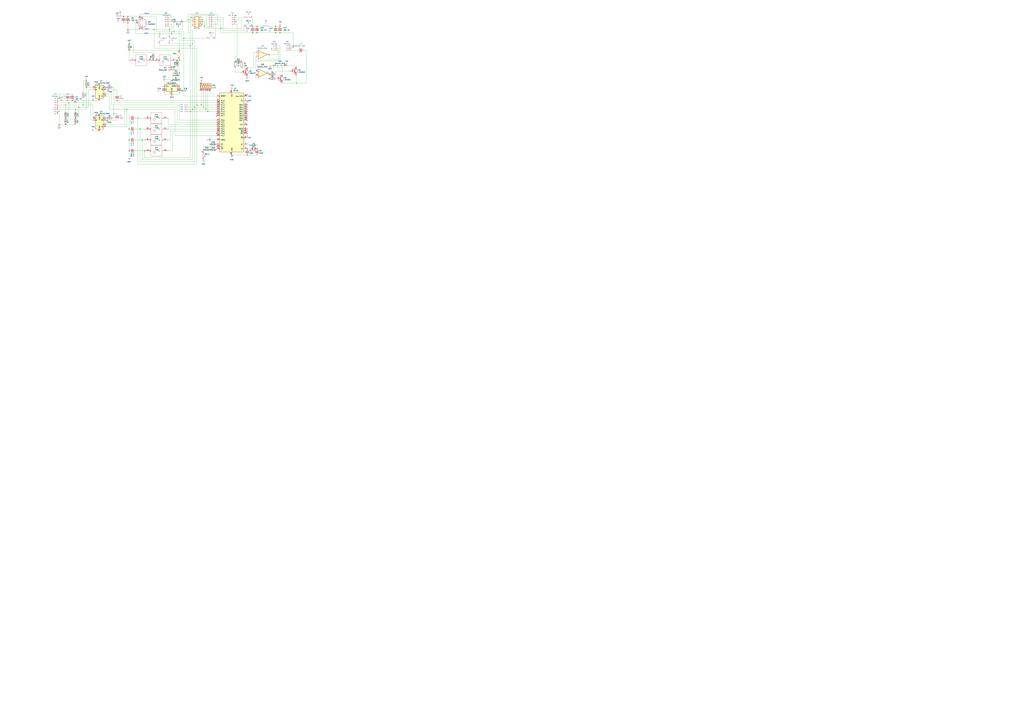
<source format=kicad_sch>
(kicad_sch (version 20211123) (generator eeschema)

  (uuid ba23e6d7-9a3e-47cf-bb2a-238ee9e28f0b)

  (paper "A0")

  (lib_symbols
    (symbol "74xx_IEEE:7406" (pin_names (offset 0.762)) (in_bom yes) (on_board yes)
      (property "Reference" "U" (id 0) (at 3.81 7.62 0)
        (effects (font (size 1.27 1.27)))
      )
      (property "Value" "7406" (id 1) (at 6.35 -8.89 0)
        (effects (font (size 1.27 1.27)))
      )
      (property "Footprint" "" (id 2) (at 0 0 0)
        (effects (font (size 1.27 1.27)) hide)
      )
      (property "Datasheet" "" (id 3) (at 0 0 0)
        (effects (font (size 1.27 1.27)) hide)
      )
      (symbol "7406_0_0"
        (polyline
          (pts
            (xy -3.81 1.27)
            (xy -3.81 -1.27)
            (xy -2.54 0)
            (xy -3.81 1.27)
            (xy -3.81 1.27)
          )
          (stroke (width 0) (type default) (color 0 0 0 0))
          (fill (type none))
        )
        (polyline
          (pts
            (xy 3.048 1.016)
            (xy 4.064 2.032)
            (xy 2.54 3.556)
            (xy 1.016 2.032)
            (xy 2.032 1.016)
            (xy 1.016 1.016)
            (xy 4.064 1.016)
            (xy 4.064 1.016)
          )
          (stroke (width 0) (type default) (color 0 0 0 0))
          (fill (type none))
        )
      )
      (symbol "7406_0_1"
        (rectangle (start -6.35 6.35) (end 6.35 -6.35)
          (stroke (width 0) (type default) (color 0 0 0 0))
          (fill (type none))
        )
        (pin power_in line (at 0 6.35 270) (length 0) hide
          (name "Vcc" (effects (font (size 1.27 1.27))))
          (number "14" (effects (font (size 1.27 1.27))))
        )
        (pin power_in line (at 0 -6.35 90) (length 0) hide
          (name "Gnd" (effects (font (size 1.27 1.27))))
          (number "7" (effects (font (size 1.27 1.27))))
        )
      )
      (symbol "7406_1_1"
        (pin input line (at -13.97 0 0) (length 7.62)
          (name "~" (effects (font (size 1.27 1.27))))
          (number "1" (effects (font (size 1.27 1.27))))
        )
        (pin open_collector inverted (at 13.97 0 180) (length 7.62)
          (name "~" (effects (font (size 1.27 1.27))))
          (number "2" (effects (font (size 1.27 1.27))))
        )
      )
      (symbol "7406_2_1"
        (pin input line (at -13.97 0 0) (length 7.62)
          (name "~" (effects (font (size 1.27 1.27))))
          (number "3" (effects (font (size 1.27 1.27))))
        )
        (pin open_collector inverted (at 13.97 0 180) (length 7.62)
          (name "~" (effects (font (size 1.27 1.27))))
          (number "4" (effects (font (size 1.27 1.27))))
        )
      )
      (symbol "7406_3_1"
        (pin input line (at -13.97 0 0) (length 7.62)
          (name "~" (effects (font (size 1.27 1.27))))
          (number "5" (effects (font (size 1.27 1.27))))
        )
        (pin open_collector inverted (at 13.97 0 180) (length 7.62)
          (name "~" (effects (font (size 1.27 1.27))))
          (number "6" (effects (font (size 1.27 1.27))))
        )
      )
      (symbol "7406_4_1"
        (pin open_collector inverted (at 13.97 0 180) (length 7.62)
          (name "~" (effects (font (size 1.27 1.27))))
          (number "8" (effects (font (size 1.27 1.27))))
        )
        (pin input line (at -13.97 0 0) (length 7.62)
          (name "~" (effects (font (size 1.27 1.27))))
          (number "9" (effects (font (size 1.27 1.27))))
        )
      )
      (symbol "7406_5_1"
        (pin open_collector inverted (at 13.97 0 180) (length 7.62)
          (name "~" (effects (font (size 1.27 1.27))))
          (number "10" (effects (font (size 1.27 1.27))))
        )
        (pin input line (at -13.97 0 0) (length 7.62)
          (name "~" (effects (font (size 1.27 1.27))))
          (number "11" (effects (font (size 1.27 1.27))))
        )
      )
      (symbol "7406_6_1"
        (pin open_collector inverted (at 13.97 0 180) (length 7.62)
          (name "~" (effects (font (size 1.27 1.27))))
          (number "12" (effects (font (size 1.27 1.27))))
        )
        (pin input line (at -13.97 0 0) (length 7.62)
          (name "~" (effects (font (size 1.27 1.27))))
          (number "13" (effects (font (size 1.27 1.27))))
        )
      )
    )
    (symbol "Connector:Conn_01x02_Male" (pin_names (offset 1.016) hide) (in_bom yes) (on_board yes)
      (property "Reference" "J" (id 0) (at 0 2.54 0)
        (effects (font (size 1.27 1.27)))
      )
      (property "Value" "Conn_01x02_Male" (id 1) (at 0 -5.08 0)
        (effects (font (size 1.27 1.27)))
      )
      (property "Footprint" "" (id 2) (at 0 0 0)
        (effects (font (size 1.27 1.27)) hide)
      )
      (property "Datasheet" "~" (id 3) (at 0 0 0)
        (effects (font (size 1.27 1.27)) hide)
      )
      (property "ki_keywords" "connector" (id 4) (at 0 0 0)
        (effects (font (size 1.27 1.27)) hide)
      )
      (property "ki_description" "Generic connector, single row, 01x02, script generated (kicad-library-utils/schlib/autogen/connector/)" (id 5) (at 0 0 0)
        (effects (font (size 1.27 1.27)) hide)
      )
      (property "ki_fp_filters" "Connector*:*_1x??_*" (id 6) (at 0 0 0)
        (effects (font (size 1.27 1.27)) hide)
      )
      (symbol "Conn_01x02_Male_1_1"
        (polyline
          (pts
            (xy 1.27 -2.54)
            (xy 0.8636 -2.54)
          )
          (stroke (width 0.1524) (type default) (color 0 0 0 0))
          (fill (type none))
        )
        (polyline
          (pts
            (xy 1.27 0)
            (xy 0.8636 0)
          )
          (stroke (width 0.1524) (type default) (color 0 0 0 0))
          (fill (type none))
        )
        (rectangle (start 0.8636 -2.413) (end 0 -2.667)
          (stroke (width 0.1524) (type default) (color 0 0 0 0))
          (fill (type outline))
        )
        (rectangle (start 0.8636 0.127) (end 0 -0.127)
          (stroke (width 0.1524) (type default) (color 0 0 0 0))
          (fill (type outline))
        )
        (pin passive line (at 5.08 0 180) (length 3.81)
          (name "Pin_1" (effects (font (size 1.27 1.27))))
          (number "1" (effects (font (size 1.27 1.27))))
        )
        (pin passive line (at 5.08 -2.54 180) (length 3.81)
          (name "Pin_2" (effects (font (size 1.27 1.27))))
          (number "2" (effects (font (size 1.27 1.27))))
        )
      )
    )
    (symbol "Connector:Conn_01x03_Male" (pin_names (offset 1.016) hide) (in_bom yes) (on_board yes)
      (property "Reference" "J" (id 0) (at 0 5.08 0)
        (effects (font (size 1.27 1.27)))
      )
      (property "Value" "Conn_01x03_Male" (id 1) (at 0 -5.08 0)
        (effects (font (size 1.27 1.27)))
      )
      (property "Footprint" "" (id 2) (at 0 0 0)
        (effects (font (size 1.27 1.27)) hide)
      )
      (property "Datasheet" "~" (id 3) (at 0 0 0)
        (effects (font (size 1.27 1.27)) hide)
      )
      (property "ki_keywords" "connector" (id 4) (at 0 0 0)
        (effects (font (size 1.27 1.27)) hide)
      )
      (property "ki_description" "Generic connector, single row, 01x03, script generated (kicad-library-utils/schlib/autogen/connector/)" (id 5) (at 0 0 0)
        (effects (font (size 1.27 1.27)) hide)
      )
      (property "ki_fp_filters" "Connector*:*_1x??_*" (id 6) (at 0 0 0)
        (effects (font (size 1.27 1.27)) hide)
      )
      (symbol "Conn_01x03_Male_1_1"
        (polyline
          (pts
            (xy 1.27 -2.54)
            (xy 0.8636 -2.54)
          )
          (stroke (width 0.1524) (type default) (color 0 0 0 0))
          (fill (type none))
        )
        (polyline
          (pts
            (xy 1.27 0)
            (xy 0.8636 0)
          )
          (stroke (width 0.1524) (type default) (color 0 0 0 0))
          (fill (type none))
        )
        (polyline
          (pts
            (xy 1.27 2.54)
            (xy 0.8636 2.54)
          )
          (stroke (width 0.1524) (type default) (color 0 0 0 0))
          (fill (type none))
        )
        (rectangle (start 0.8636 -2.413) (end 0 -2.667)
          (stroke (width 0.1524) (type default) (color 0 0 0 0))
          (fill (type outline))
        )
        (rectangle (start 0.8636 0.127) (end 0 -0.127)
          (stroke (width 0.1524) (type default) (color 0 0 0 0))
          (fill (type outline))
        )
        (rectangle (start 0.8636 2.667) (end 0 2.413)
          (stroke (width 0.1524) (type default) (color 0 0 0 0))
          (fill (type outline))
        )
        (pin passive line (at 5.08 2.54 180) (length 3.81)
          (name "Pin_1" (effects (font (size 1.27 1.27))))
          (number "1" (effects (font (size 1.27 1.27))))
        )
        (pin passive line (at 5.08 0 180) (length 3.81)
          (name "Pin_2" (effects (font (size 1.27 1.27))))
          (number "2" (effects (font (size 1.27 1.27))))
        )
        (pin passive line (at 5.08 -2.54 180) (length 3.81)
          (name "Pin_3" (effects (font (size 1.27 1.27))))
          (number "3" (effects (font (size 1.27 1.27))))
        )
      )
    )
    (symbol "Connector:Conn_01x04_Male" (pin_names (offset 1.016) hide) (in_bom yes) (on_board yes)
      (property "Reference" "J" (id 0) (at 0 5.08 0)
        (effects (font (size 1.27 1.27)))
      )
      (property "Value" "Conn_01x04_Male" (id 1) (at 0 -7.62 0)
        (effects (font (size 1.27 1.27)))
      )
      (property "Footprint" "" (id 2) (at 0 0 0)
        (effects (font (size 1.27 1.27)) hide)
      )
      (property "Datasheet" "~" (id 3) (at 0 0 0)
        (effects (font (size 1.27 1.27)) hide)
      )
      (property "ki_keywords" "connector" (id 4) (at 0 0 0)
        (effects (font (size 1.27 1.27)) hide)
      )
      (property "ki_description" "Generic connector, single row, 01x04, script generated (kicad-library-utils/schlib/autogen/connector/)" (id 5) (at 0 0 0)
        (effects (font (size 1.27 1.27)) hide)
      )
      (property "ki_fp_filters" "Connector*:*_1x??_*" (id 6) (at 0 0 0)
        (effects (font (size 1.27 1.27)) hide)
      )
      (symbol "Conn_01x04_Male_1_1"
        (polyline
          (pts
            (xy 1.27 -5.08)
            (xy 0.8636 -5.08)
          )
          (stroke (width 0.1524) (type default) (color 0 0 0 0))
          (fill (type none))
        )
        (polyline
          (pts
            (xy 1.27 -2.54)
            (xy 0.8636 -2.54)
          )
          (stroke (width 0.1524) (type default) (color 0 0 0 0))
          (fill (type none))
        )
        (polyline
          (pts
            (xy 1.27 0)
            (xy 0.8636 0)
          )
          (stroke (width 0.1524) (type default) (color 0 0 0 0))
          (fill (type none))
        )
        (polyline
          (pts
            (xy 1.27 2.54)
            (xy 0.8636 2.54)
          )
          (stroke (width 0.1524) (type default) (color 0 0 0 0))
          (fill (type none))
        )
        (rectangle (start 0.8636 -4.953) (end 0 -5.207)
          (stroke (width 0.1524) (type default) (color 0 0 0 0))
          (fill (type outline))
        )
        (rectangle (start 0.8636 -2.413) (end 0 -2.667)
          (stroke (width 0.1524) (type default) (color 0 0 0 0))
          (fill (type outline))
        )
        (rectangle (start 0.8636 0.127) (end 0 -0.127)
          (stroke (width 0.1524) (type default) (color 0 0 0 0))
          (fill (type outline))
        )
        (rectangle (start 0.8636 2.667) (end 0 2.413)
          (stroke (width 0.1524) (type default) (color 0 0 0 0))
          (fill (type outline))
        )
        (pin passive line (at 5.08 2.54 180) (length 3.81)
          (name "Pin_1" (effects (font (size 1.27 1.27))))
          (number "1" (effects (font (size 1.27 1.27))))
        )
        (pin passive line (at 5.08 0 180) (length 3.81)
          (name "Pin_2" (effects (font (size 1.27 1.27))))
          (number "2" (effects (font (size 1.27 1.27))))
        )
        (pin passive line (at 5.08 -2.54 180) (length 3.81)
          (name "Pin_3" (effects (font (size 1.27 1.27))))
          (number "3" (effects (font (size 1.27 1.27))))
        )
        (pin passive line (at 5.08 -5.08 180) (length 3.81)
          (name "Pin_4" (effects (font (size 1.27 1.27))))
          (number "4" (effects (font (size 1.27 1.27))))
        )
      )
    )
    (symbol "Connector:Conn_01x05_Male" (pin_names (offset 1.016) hide) (in_bom yes) (on_board yes)
      (property "Reference" "J" (id 0) (at 0 7.62 0)
        (effects (font (size 1.27 1.27)))
      )
      (property "Value" "Conn_01x05_Male" (id 1) (at 0 -7.62 0)
        (effects (font (size 1.27 1.27)))
      )
      (property "Footprint" "" (id 2) (at 0 0 0)
        (effects (font (size 1.27 1.27)) hide)
      )
      (property "Datasheet" "~" (id 3) (at 0 0 0)
        (effects (font (size 1.27 1.27)) hide)
      )
      (property "ki_keywords" "connector" (id 4) (at 0 0 0)
        (effects (font (size 1.27 1.27)) hide)
      )
      (property "ki_description" "Generic connector, single row, 01x05, script generated (kicad-library-utils/schlib/autogen/connector/)" (id 5) (at 0 0 0)
        (effects (font (size 1.27 1.27)) hide)
      )
      (property "ki_fp_filters" "Connector*:*_1x??_*" (id 6) (at 0 0 0)
        (effects (font (size 1.27 1.27)) hide)
      )
      (symbol "Conn_01x05_Male_1_1"
        (polyline
          (pts
            (xy 1.27 -5.08)
            (xy 0.8636 -5.08)
          )
          (stroke (width 0.1524) (type default) (color 0 0 0 0))
          (fill (type none))
        )
        (polyline
          (pts
            (xy 1.27 -2.54)
            (xy 0.8636 -2.54)
          )
          (stroke (width 0.1524) (type default) (color 0 0 0 0))
          (fill (type none))
        )
        (polyline
          (pts
            (xy 1.27 0)
            (xy 0.8636 0)
          )
          (stroke (width 0.1524) (type default) (color 0 0 0 0))
          (fill (type none))
        )
        (polyline
          (pts
            (xy 1.27 2.54)
            (xy 0.8636 2.54)
          )
          (stroke (width 0.1524) (type default) (color 0 0 0 0))
          (fill (type none))
        )
        (polyline
          (pts
            (xy 1.27 5.08)
            (xy 0.8636 5.08)
          )
          (stroke (width 0.1524) (type default) (color 0 0 0 0))
          (fill (type none))
        )
        (rectangle (start 0.8636 -4.953) (end 0 -5.207)
          (stroke (width 0.1524) (type default) (color 0 0 0 0))
          (fill (type outline))
        )
        (rectangle (start 0.8636 -2.413) (end 0 -2.667)
          (stroke (width 0.1524) (type default) (color 0 0 0 0))
          (fill (type outline))
        )
        (rectangle (start 0.8636 0.127) (end 0 -0.127)
          (stroke (width 0.1524) (type default) (color 0 0 0 0))
          (fill (type outline))
        )
        (rectangle (start 0.8636 2.667) (end 0 2.413)
          (stroke (width 0.1524) (type default) (color 0 0 0 0))
          (fill (type outline))
        )
        (rectangle (start 0.8636 5.207) (end 0 4.953)
          (stroke (width 0.1524) (type default) (color 0 0 0 0))
          (fill (type outline))
        )
        (pin passive line (at 5.08 5.08 180) (length 3.81)
          (name "Pin_1" (effects (font (size 1.27 1.27))))
          (number "1" (effects (font (size 1.27 1.27))))
        )
        (pin passive line (at 5.08 2.54 180) (length 3.81)
          (name "Pin_2" (effects (font (size 1.27 1.27))))
          (number "2" (effects (font (size 1.27 1.27))))
        )
        (pin passive line (at 5.08 0 180) (length 3.81)
          (name "Pin_3" (effects (font (size 1.27 1.27))))
          (number "3" (effects (font (size 1.27 1.27))))
        )
        (pin passive line (at 5.08 -2.54 180) (length 3.81)
          (name "Pin_4" (effects (font (size 1.27 1.27))))
          (number "4" (effects (font (size 1.27 1.27))))
        )
        (pin passive line (at 5.08 -5.08 180) (length 3.81)
          (name "Pin_5" (effects (font (size 1.27 1.27))))
          (number "5" (effects (font (size 1.27 1.27))))
        )
      )
    )
    (symbol "Connector:Conn_01x08_Male" (pin_names (offset 1.016) hide) (in_bom yes) (on_board yes)
      (property "Reference" "J" (id 0) (at 0 10.16 0)
        (effects (font (size 1.27 1.27)))
      )
      (property "Value" "Conn_01x08_Male" (id 1) (at 0 -12.7 0)
        (effects (font (size 1.27 1.27)))
      )
      (property "Footprint" "" (id 2) (at 0 0 0)
        (effects (font (size 1.27 1.27)) hide)
      )
      (property "Datasheet" "~" (id 3) (at 0 0 0)
        (effects (font (size 1.27 1.27)) hide)
      )
      (property "ki_keywords" "connector" (id 4) (at 0 0 0)
        (effects (font (size 1.27 1.27)) hide)
      )
      (property "ki_description" "Generic connector, single row, 01x08, script generated (kicad-library-utils/schlib/autogen/connector/)" (id 5) (at 0 0 0)
        (effects (font (size 1.27 1.27)) hide)
      )
      (property "ki_fp_filters" "Connector*:*_1x??_*" (id 6) (at 0 0 0)
        (effects (font (size 1.27 1.27)) hide)
      )
      (symbol "Conn_01x08_Male_1_1"
        (polyline
          (pts
            (xy 1.27 -10.16)
            (xy 0.8636 -10.16)
          )
          (stroke (width 0.1524) (type default) (color 0 0 0 0))
          (fill (type none))
        )
        (polyline
          (pts
            (xy 1.27 -7.62)
            (xy 0.8636 -7.62)
          )
          (stroke (width 0.1524) (type default) (color 0 0 0 0))
          (fill (type none))
        )
        (polyline
          (pts
            (xy 1.27 -5.08)
            (xy 0.8636 -5.08)
          )
          (stroke (width 0.1524) (type default) (color 0 0 0 0))
          (fill (type none))
        )
        (polyline
          (pts
            (xy 1.27 -2.54)
            (xy 0.8636 -2.54)
          )
          (stroke (width 0.1524) (type default) (color 0 0 0 0))
          (fill (type none))
        )
        (polyline
          (pts
            (xy 1.27 0)
            (xy 0.8636 0)
          )
          (stroke (width 0.1524) (type default) (color 0 0 0 0))
          (fill (type none))
        )
        (polyline
          (pts
            (xy 1.27 2.54)
            (xy 0.8636 2.54)
          )
          (stroke (width 0.1524) (type default) (color 0 0 0 0))
          (fill (type none))
        )
        (polyline
          (pts
            (xy 1.27 5.08)
            (xy 0.8636 5.08)
          )
          (stroke (width 0.1524) (type default) (color 0 0 0 0))
          (fill (type none))
        )
        (polyline
          (pts
            (xy 1.27 7.62)
            (xy 0.8636 7.62)
          )
          (stroke (width 0.1524) (type default) (color 0 0 0 0))
          (fill (type none))
        )
        (rectangle (start 0.8636 -10.033) (end 0 -10.287)
          (stroke (width 0.1524) (type default) (color 0 0 0 0))
          (fill (type outline))
        )
        (rectangle (start 0.8636 -7.493) (end 0 -7.747)
          (stroke (width 0.1524) (type default) (color 0 0 0 0))
          (fill (type outline))
        )
        (rectangle (start 0.8636 -4.953) (end 0 -5.207)
          (stroke (width 0.1524) (type default) (color 0 0 0 0))
          (fill (type outline))
        )
        (rectangle (start 0.8636 -2.413) (end 0 -2.667)
          (stroke (width 0.1524) (type default) (color 0 0 0 0))
          (fill (type outline))
        )
        (rectangle (start 0.8636 0.127) (end 0 -0.127)
          (stroke (width 0.1524) (type default) (color 0 0 0 0))
          (fill (type outline))
        )
        (rectangle (start 0.8636 2.667) (end 0 2.413)
          (stroke (width 0.1524) (type default) (color 0 0 0 0))
          (fill (type outline))
        )
        (rectangle (start 0.8636 5.207) (end 0 4.953)
          (stroke (width 0.1524) (type default) (color 0 0 0 0))
          (fill (type outline))
        )
        (rectangle (start 0.8636 7.747) (end 0 7.493)
          (stroke (width 0.1524) (type default) (color 0 0 0 0))
          (fill (type outline))
        )
        (pin passive line (at 5.08 7.62 180) (length 3.81)
          (name "Pin_1" (effects (font (size 1.27 1.27))))
          (number "1" (effects (font (size 1.27 1.27))))
        )
        (pin passive line (at 5.08 5.08 180) (length 3.81)
          (name "Pin_2" (effects (font (size 1.27 1.27))))
          (number "2" (effects (font (size 1.27 1.27))))
        )
        (pin passive line (at 5.08 2.54 180) (length 3.81)
          (name "Pin_3" (effects (font (size 1.27 1.27))))
          (number "3" (effects (font (size 1.27 1.27))))
        )
        (pin passive line (at 5.08 0 180) (length 3.81)
          (name "Pin_4" (effects (font (size 1.27 1.27))))
          (number "4" (effects (font (size 1.27 1.27))))
        )
        (pin passive line (at 5.08 -2.54 180) (length 3.81)
          (name "Pin_5" (effects (font (size 1.27 1.27))))
          (number "5" (effects (font (size 1.27 1.27))))
        )
        (pin passive line (at 5.08 -5.08 180) (length 3.81)
          (name "Pin_6" (effects (font (size 1.27 1.27))))
          (number "6" (effects (font (size 1.27 1.27))))
        )
        (pin passive line (at 5.08 -7.62 180) (length 3.81)
          (name "Pin_7" (effects (font (size 1.27 1.27))))
          (number "7" (effects (font (size 1.27 1.27))))
        )
        (pin passive line (at 5.08 -10.16 180) (length 3.81)
          (name "Pin_8" (effects (font (size 1.27 1.27))))
          (number "8" (effects (font (size 1.27 1.27))))
        )
      )
    )
    (symbol "Connector:DIN-5_180degree" (pin_names (offset 1.016)) (in_bom yes) (on_board yes)
      (property "Reference" "J" (id 0) (at 3.175 5.715 0)
        (effects (font (size 1.27 1.27)))
      )
      (property "Value" "DIN-5_180degree" (id 1) (at 0 -6.35 0)
        (effects (font (size 1.27 1.27)))
      )
      (property "Footprint" "" (id 2) (at 0 0 0)
        (effects (font (size 1.27 1.27)) hide)
      )
      (property "Datasheet" "http://www.mouser.com/ds/2/18/40_c091_abd_e-75918.pdf" (id 3) (at 0 0 0)
        (effects (font (size 1.27 1.27)) hide)
      )
      (property "ki_keywords" "circular DIN connector stereo audio" (id 4) (at 0 0 0)
        (effects (font (size 1.27 1.27)) hide)
      )
      (property "ki_description" "5-pin DIN connector (5-pin DIN-5 stereo)" (id 5) (at 0 0 0)
        (effects (font (size 1.27 1.27)) hide)
      )
      (property "ki_fp_filters" "DIN*" (id 6) (at 0 0 0)
        (effects (font (size 1.27 1.27)) hide)
      )
      (symbol "DIN-5_180degree_0_1"
        (arc (start -5.08 0) (mid -3.8609 -3.3364) (end -0.762 -5.08)
          (stroke (width 0.254) (type default) (color 0 0 0 0))
          (fill (type none))
        )
        (circle (center -3.048 0) (radius 0.508)
          (stroke (width 0) (type default) (color 0 0 0 0))
          (fill (type none))
        )
        (circle (center -2.286 2.286) (radius 0.508)
          (stroke (width 0) (type default) (color 0 0 0 0))
          (fill (type none))
        )
        (polyline
          (pts
            (xy -5.08 0)
            (xy -3.556 0)
          )
          (stroke (width 0) (type default) (color 0 0 0 0))
          (fill (type none))
        )
        (polyline
          (pts
            (xy 0 5.08)
            (xy 0 3.81)
          )
          (stroke (width 0) (type default) (color 0 0 0 0))
          (fill (type none))
        )
        (polyline
          (pts
            (xy 5.08 0)
            (xy 3.556 0)
          )
          (stroke (width 0) (type default) (color 0 0 0 0))
          (fill (type none))
        )
        (polyline
          (pts
            (xy -5.08 2.54)
            (xy -4.318 2.54)
            (xy -2.794 2.286)
          )
          (stroke (width 0) (type default) (color 0 0 0 0))
          (fill (type none))
        )
        (polyline
          (pts
            (xy 5.08 2.54)
            (xy 4.318 2.54)
            (xy 2.794 2.286)
          )
          (stroke (width 0) (type default) (color 0 0 0 0))
          (fill (type none))
        )
        (polyline
          (pts
            (xy -0.762 -4.953)
            (xy -0.762 -4.191)
            (xy 0.762 -4.191)
            (xy 0.762 -4.953)
          )
          (stroke (width 0.254) (type default) (color 0 0 0 0))
          (fill (type none))
        )
        (circle (center 0 3.302) (radius 0.508)
          (stroke (width 0) (type default) (color 0 0 0 0))
          (fill (type none))
        )
        (arc (start 0.762 -5.08) (mid 3.8685 -3.343) (end 5.08 0)
          (stroke (width 0.254) (type default) (color 0 0 0 0))
          (fill (type none))
        )
        (circle (center 2.286 2.286) (radius 0.508)
          (stroke (width 0) (type default) (color 0 0 0 0))
          (fill (type none))
        )
        (circle (center 3.048 0) (radius 0.508)
          (stroke (width 0) (type default) (color 0 0 0 0))
          (fill (type none))
        )
        (arc (start 5.08 0) (mid 0 5.08) (end -5.08 0)
          (stroke (width 0.254) (type default) (color 0 0 0 0))
          (fill (type none))
        )
      )
      (symbol "DIN-5_180degree_1_1"
        (pin passive line (at -7.62 0 0) (length 2.54)
          (name "~" (effects (font (size 1.27 1.27))))
          (number "1" (effects (font (size 1.27 1.27))))
        )
        (pin passive line (at 0 7.62 270) (length 2.54)
          (name "~" (effects (font (size 1.27 1.27))))
          (number "2" (effects (font (size 1.27 1.27))))
        )
        (pin passive line (at 7.62 0 180) (length 2.54)
          (name "~" (effects (font (size 1.27 1.27))))
          (number "3" (effects (font (size 1.27 1.27))))
        )
        (pin passive line (at -7.62 2.54 0) (length 2.54)
          (name "~" (effects (font (size 1.27 1.27))))
          (number "4" (effects (font (size 1.27 1.27))))
        )
        (pin passive line (at 7.62 2.54 180) (length 2.54)
          (name "~" (effects (font (size 1.27 1.27))))
          (number "5" (effects (font (size 1.27 1.27))))
        )
      )
    )
    (symbol "Connector:TestPoint" (pin_numbers hide) (pin_names (offset 0.762) hide) (in_bom yes) (on_board yes)
      (property "Reference" "TP" (id 0) (at 0 6.858 0)
        (effects (font (size 1.27 1.27)))
      )
      (property "Value" "TestPoint" (id 1) (at 0 5.08 0)
        (effects (font (size 1.27 1.27)))
      )
      (property "Footprint" "" (id 2) (at 5.08 0 0)
        (effects (font (size 1.27 1.27)) hide)
      )
      (property "Datasheet" "~" (id 3) (at 5.08 0 0)
        (effects (font (size 1.27 1.27)) hide)
      )
      (property "ki_keywords" "test point tp" (id 4) (at 0 0 0)
        (effects (font (size 1.27 1.27)) hide)
      )
      (property "ki_description" "test point" (id 5) (at 0 0 0)
        (effects (font (size 1.27 1.27)) hide)
      )
      (property "ki_fp_filters" "Pin* Test*" (id 6) (at 0 0 0)
        (effects (font (size 1.27 1.27)) hide)
      )
      (symbol "TestPoint_0_1"
        (circle (center 0 3.302) (radius 0.762)
          (stroke (width 0) (type default) (color 0 0 0 0))
          (fill (type none))
        )
      )
      (symbol "TestPoint_1_1"
        (pin passive line (at 0 0 90) (length 2.54)
          (name "1" (effects (font (size 1.27 1.27))))
          (number "1" (effects (font (size 1.27 1.27))))
        )
      )
    )
    (symbol "Connector_Generic:Conn_02x05_Odd_Even" (pin_names (offset 1.016) hide) (in_bom yes) (on_board yes)
      (property "Reference" "J" (id 0) (at 1.27 7.62 0)
        (effects (font (size 1.27 1.27)))
      )
      (property "Value" "Conn_02x05_Odd_Even" (id 1) (at 1.27 -7.62 0)
        (effects (font (size 1.27 1.27)))
      )
      (property "Footprint" "" (id 2) (at 0 0 0)
        (effects (font (size 1.27 1.27)) hide)
      )
      (property "Datasheet" "~" (id 3) (at 0 0 0)
        (effects (font (size 1.27 1.27)) hide)
      )
      (property "ki_keywords" "connector" (id 4) (at 0 0 0)
        (effects (font (size 1.27 1.27)) hide)
      )
      (property "ki_description" "Generic connector, double row, 02x05, odd/even pin numbering scheme (row 1 odd numbers, row 2 even numbers), script generated (kicad-library-utils/schlib/autogen/connector/)" (id 5) (at 0 0 0)
        (effects (font (size 1.27 1.27)) hide)
      )
      (property "ki_fp_filters" "Connector*:*_2x??_*" (id 6) (at 0 0 0)
        (effects (font (size 1.27 1.27)) hide)
      )
      (symbol "Conn_02x05_Odd_Even_1_1"
        (rectangle (start -1.27 -4.953) (end 0 -5.207)
          (stroke (width 0.1524) (type default) (color 0 0 0 0))
          (fill (type none))
        )
        (rectangle (start -1.27 -2.413) (end 0 -2.667)
          (stroke (width 0.1524) (type default) (color 0 0 0 0))
          (fill (type none))
        )
        (rectangle (start -1.27 0.127) (end 0 -0.127)
          (stroke (width 0.1524) (type default) (color 0 0 0 0))
          (fill (type none))
        )
        (rectangle (start -1.27 2.667) (end 0 2.413)
          (stroke (width 0.1524) (type default) (color 0 0 0 0))
          (fill (type none))
        )
        (rectangle (start -1.27 5.207) (end 0 4.953)
          (stroke (width 0.1524) (type default) (color 0 0 0 0))
          (fill (type none))
        )
        (rectangle (start -1.27 6.35) (end 3.81 -6.35)
          (stroke (width 0.254) (type default) (color 0 0 0 0))
          (fill (type background))
        )
        (rectangle (start 3.81 -4.953) (end 2.54 -5.207)
          (stroke (width 0.1524) (type default) (color 0 0 0 0))
          (fill (type none))
        )
        (rectangle (start 3.81 -2.413) (end 2.54 -2.667)
          (stroke (width 0.1524) (type default) (color 0 0 0 0))
          (fill (type none))
        )
        (rectangle (start 3.81 0.127) (end 2.54 -0.127)
          (stroke (width 0.1524) (type default) (color 0 0 0 0))
          (fill (type none))
        )
        (rectangle (start 3.81 2.667) (end 2.54 2.413)
          (stroke (width 0.1524) (type default) (color 0 0 0 0))
          (fill (type none))
        )
        (rectangle (start 3.81 5.207) (end 2.54 4.953)
          (stroke (width 0.1524) (type default) (color 0 0 0 0))
          (fill (type none))
        )
        (pin passive line (at -5.08 5.08 0) (length 3.81)
          (name "Pin_1" (effects (font (size 1.27 1.27))))
          (number "1" (effects (font (size 1.27 1.27))))
        )
        (pin passive line (at 7.62 -5.08 180) (length 3.81)
          (name "Pin_10" (effects (font (size 1.27 1.27))))
          (number "10" (effects (font (size 1.27 1.27))))
        )
        (pin passive line (at 7.62 5.08 180) (length 3.81)
          (name "Pin_2" (effects (font (size 1.27 1.27))))
          (number "2" (effects (font (size 1.27 1.27))))
        )
        (pin passive line (at -5.08 2.54 0) (length 3.81)
          (name "Pin_3" (effects (font (size 1.27 1.27))))
          (number "3" (effects (font (size 1.27 1.27))))
        )
        (pin passive line (at 7.62 2.54 180) (length 3.81)
          (name "Pin_4" (effects (font (size 1.27 1.27))))
          (number "4" (effects (font (size 1.27 1.27))))
        )
        (pin passive line (at -5.08 0 0) (length 3.81)
          (name "Pin_5" (effects (font (size 1.27 1.27))))
          (number "5" (effects (font (size 1.27 1.27))))
        )
        (pin passive line (at 7.62 0 180) (length 3.81)
          (name "Pin_6" (effects (font (size 1.27 1.27))))
          (number "6" (effects (font (size 1.27 1.27))))
        )
        (pin passive line (at -5.08 -2.54 0) (length 3.81)
          (name "Pin_7" (effects (font (size 1.27 1.27))))
          (number "7" (effects (font (size 1.27 1.27))))
        )
        (pin passive line (at 7.62 -2.54 180) (length 3.81)
          (name "Pin_8" (effects (font (size 1.27 1.27))))
          (number "8" (effects (font (size 1.27 1.27))))
        )
        (pin passive line (at -5.08 -5.08 0) (length 3.81)
          (name "Pin_9" (effects (font (size 1.27 1.27))))
          (number "9" (effects (font (size 1.27 1.27))))
        )
      )
    )
    (symbol "Device:C" (pin_numbers hide) (pin_names (offset 0.254)) (in_bom yes) (on_board yes)
      (property "Reference" "C" (id 0) (at 0.635 2.54 0)
        (effects (font (size 1.27 1.27)) (justify left))
      )
      (property "Value" "C" (id 1) (at 0.635 -2.54 0)
        (effects (font (size 1.27 1.27)) (justify left))
      )
      (property "Footprint" "" (id 2) (at 0.9652 -3.81 0)
        (effects (font (size 1.27 1.27)) hide)
      )
      (property "Datasheet" "~" (id 3) (at 0 0 0)
        (effects (font (size 1.27 1.27)) hide)
      )
      (property "ki_keywords" "cap capacitor" (id 4) (at 0 0 0)
        (effects (font (size 1.27 1.27)) hide)
      )
      (property "ki_description" "Unpolarized capacitor" (id 5) (at 0 0 0)
        (effects (font (size 1.27 1.27)) hide)
      )
      (property "ki_fp_filters" "C_*" (id 6) (at 0 0 0)
        (effects (font (size 1.27 1.27)) hide)
      )
      (symbol "C_0_1"
        (polyline
          (pts
            (xy -2.032 -0.762)
            (xy 2.032 -0.762)
          )
          (stroke (width 0.508) (type default) (color 0 0 0 0))
          (fill (type none))
        )
        (polyline
          (pts
            (xy -2.032 0.762)
            (xy 2.032 0.762)
          )
          (stroke (width 0.508) (type default) (color 0 0 0 0))
          (fill (type none))
        )
      )
      (symbol "C_1_1"
        (pin passive line (at 0 3.81 270) (length 2.794)
          (name "~" (effects (font (size 1.27 1.27))))
          (number "1" (effects (font (size 1.27 1.27))))
        )
        (pin passive line (at 0 -3.81 90) (length 2.794)
          (name "~" (effects (font (size 1.27 1.27))))
          (number "2" (effects (font (size 1.27 1.27))))
        )
      )
    )
    (symbol "Device:C_Polarized_US" (pin_numbers hide) (pin_names (offset 0.254) hide) (in_bom yes) (on_board yes)
      (property "Reference" "C" (id 0) (at 0.635 2.54 0)
        (effects (font (size 1.27 1.27)) (justify left))
      )
      (property "Value" "C_Polarized_US" (id 1) (at 0.635 -2.54 0)
        (effects (font (size 1.27 1.27)) (justify left))
      )
      (property "Footprint" "" (id 2) (at 0 0 0)
        (effects (font (size 1.27 1.27)) hide)
      )
      (property "Datasheet" "~" (id 3) (at 0 0 0)
        (effects (font (size 1.27 1.27)) hide)
      )
      (property "ki_keywords" "cap capacitor" (id 4) (at 0 0 0)
        (effects (font (size 1.27 1.27)) hide)
      )
      (property "ki_description" "Polarized capacitor, US symbol" (id 5) (at 0 0 0)
        (effects (font (size 1.27 1.27)) hide)
      )
      (property "ki_fp_filters" "CP_*" (id 6) (at 0 0 0)
        (effects (font (size 1.27 1.27)) hide)
      )
      (symbol "C_Polarized_US_0_1"
        (polyline
          (pts
            (xy -2.032 0.762)
            (xy 2.032 0.762)
          )
          (stroke (width 0.508) (type default) (color 0 0 0 0))
          (fill (type none))
        )
        (polyline
          (pts
            (xy -1.778 2.286)
            (xy -0.762 2.286)
          )
          (stroke (width 0) (type default) (color 0 0 0 0))
          (fill (type none))
        )
        (polyline
          (pts
            (xy -1.27 1.778)
            (xy -1.27 2.794)
          )
          (stroke (width 0) (type default) (color 0 0 0 0))
          (fill (type none))
        )
        (arc (start 2.032 -1.27) (mid 0 -0.5572) (end -2.032 -1.27)
          (stroke (width 0.508) (type default) (color 0 0 0 0))
          (fill (type none))
        )
      )
      (symbol "C_Polarized_US_1_1"
        (pin passive line (at 0 3.81 270) (length 2.794)
          (name "~" (effects (font (size 1.27 1.27))))
          (number "1" (effects (font (size 1.27 1.27))))
        )
        (pin passive line (at 0 -3.81 90) (length 3.302)
          (name "~" (effects (font (size 1.27 1.27))))
          (number "2" (effects (font (size 1.27 1.27))))
        )
      )
    )
    (symbol "Device:Crystal" (pin_numbers hide) (pin_names (offset 1.016) hide) (in_bom yes) (on_board yes)
      (property "Reference" "Y" (id 0) (at 0 3.81 0)
        (effects (font (size 1.27 1.27)))
      )
      (property "Value" "Crystal" (id 1) (at 0 -3.81 0)
        (effects (font (size 1.27 1.27)))
      )
      (property "Footprint" "" (id 2) (at 0 0 0)
        (effects (font (size 1.27 1.27)) hide)
      )
      (property "Datasheet" "~" (id 3) (at 0 0 0)
        (effects (font (size 1.27 1.27)) hide)
      )
      (property "ki_keywords" "quartz ceramic resonator oscillator" (id 4) (at 0 0 0)
        (effects (font (size 1.27 1.27)) hide)
      )
      (property "ki_description" "Two pin crystal" (id 5) (at 0 0 0)
        (effects (font (size 1.27 1.27)) hide)
      )
      (property "ki_fp_filters" "Crystal*" (id 6) (at 0 0 0)
        (effects (font (size 1.27 1.27)) hide)
      )
      (symbol "Crystal_0_1"
        (rectangle (start -1.143 2.54) (end 1.143 -2.54)
          (stroke (width 0.3048) (type default) (color 0 0 0 0))
          (fill (type none))
        )
        (polyline
          (pts
            (xy -2.54 0)
            (xy -1.905 0)
          )
          (stroke (width 0) (type default) (color 0 0 0 0))
          (fill (type none))
        )
        (polyline
          (pts
            (xy -1.905 -1.27)
            (xy -1.905 1.27)
          )
          (stroke (width 0.508) (type default) (color 0 0 0 0))
          (fill (type none))
        )
        (polyline
          (pts
            (xy 1.905 -1.27)
            (xy 1.905 1.27)
          )
          (stroke (width 0.508) (type default) (color 0 0 0 0))
          (fill (type none))
        )
        (polyline
          (pts
            (xy 2.54 0)
            (xy 1.905 0)
          )
          (stroke (width 0) (type default) (color 0 0 0 0))
          (fill (type none))
        )
      )
      (symbol "Crystal_1_1"
        (pin passive line (at -3.81 0 0) (length 1.27)
          (name "1" (effects (font (size 1.27 1.27))))
          (number "1" (effects (font (size 1.27 1.27))))
        )
        (pin passive line (at 3.81 0 180) (length 1.27)
          (name "2" (effects (font (size 1.27 1.27))))
          (number "2" (effects (font (size 1.27 1.27))))
        )
      )
    )
    (symbol "Device:L" (pin_numbers hide) (pin_names (offset 1.016) hide) (in_bom yes) (on_board yes)
      (property "Reference" "L" (id 0) (at -1.27 0 90)
        (effects (font (size 1.27 1.27)))
      )
      (property "Value" "L" (id 1) (at 1.905 0 90)
        (effects (font (size 1.27 1.27)))
      )
      (property "Footprint" "" (id 2) (at 0 0 0)
        (effects (font (size 1.27 1.27)) hide)
      )
      (property "Datasheet" "~" (id 3) (at 0 0 0)
        (effects (font (size 1.27 1.27)) hide)
      )
      (property "ki_keywords" "inductor choke coil reactor magnetic" (id 4) (at 0 0 0)
        (effects (font (size 1.27 1.27)) hide)
      )
      (property "ki_description" "Inductor" (id 5) (at 0 0 0)
        (effects (font (size 1.27 1.27)) hide)
      )
      (property "ki_fp_filters" "Choke_* *Coil* Inductor_* L_*" (id 6) (at 0 0 0)
        (effects (font (size 1.27 1.27)) hide)
      )
      (symbol "L_0_1"
        (arc (start 0 -2.54) (mid 0.635 -1.905) (end 0 -1.27)
          (stroke (width 0) (type default) (color 0 0 0 0))
          (fill (type none))
        )
        (arc (start 0 -1.27) (mid 0.635 -0.635) (end 0 0)
          (stroke (width 0) (type default) (color 0 0 0 0))
          (fill (type none))
        )
        (arc (start 0 0) (mid 0.635 0.635) (end 0 1.27)
          (stroke (width 0) (type default) (color 0 0 0 0))
          (fill (type none))
        )
        (arc (start 0 1.27) (mid 0.635 1.905) (end 0 2.54)
          (stroke (width 0) (type default) (color 0 0 0 0))
          (fill (type none))
        )
      )
      (symbol "L_1_1"
        (pin passive line (at 0 3.81 270) (length 1.27)
          (name "1" (effects (font (size 1.27 1.27))))
          (number "1" (effects (font (size 1.27 1.27))))
        )
        (pin passive line (at 0 -3.81 90) (length 1.27)
          (name "2" (effects (font (size 1.27 1.27))))
          (number "2" (effects (font (size 1.27 1.27))))
        )
      )
    )
    (symbol "Device:Opamp_Dual" (in_bom yes) (on_board yes)
      (property "Reference" "U" (id 0) (at 0 5.08 0)
        (effects (font (size 1.27 1.27)) (justify left))
      )
      (property "Value" "Opamp_Dual" (id 1) (at 0 -5.08 0)
        (effects (font (size 1.27 1.27)) (justify left))
      )
      (property "Footprint" "" (id 2) (at 0 0 0)
        (effects (font (size 1.27 1.27)) hide)
      )
      (property "Datasheet" "~" (id 3) (at 0 0 0)
        (effects (font (size 1.27 1.27)) hide)
      )
      (property "ki_locked" "" (id 4) (at 0 0 0)
        (effects (font (size 1.27 1.27)))
      )
      (property "ki_keywords" "dual opamp" (id 5) (at 0 0 0)
        (effects (font (size 1.27 1.27)) hide)
      )
      (property "ki_description" "Dual operational amplifier" (id 6) (at 0 0 0)
        (effects (font (size 1.27 1.27)) hide)
      )
      (property "ki_fp_filters" "SOIC*3.9x4.9mm*P1.27mm* DIP*W7.62mm* MSOP*3x3mm*P0.65mm* SSOP*2.95x2.8mm*P0.65mm* TSSOP*3x3mm*P0.65mm* VSSOP*P0.5mm* TO?99*" (id 7) (at 0 0 0)
        (effects (font (size 1.27 1.27)) hide)
      )
      (symbol "Opamp_Dual_1_1"
        (polyline
          (pts
            (xy -5.08 5.08)
            (xy 5.08 0)
            (xy -5.08 -5.08)
            (xy -5.08 5.08)
          )
          (stroke (width 0.254) (type default) (color 0 0 0 0))
          (fill (type background))
        )
        (pin output line (at 7.62 0 180) (length 2.54)
          (name "~" (effects (font (size 1.27 1.27))))
          (number "1" (effects (font (size 1.27 1.27))))
        )
        (pin input line (at -7.62 -2.54 0) (length 2.54)
          (name "-" (effects (font (size 1.27 1.27))))
          (number "2" (effects (font (size 1.27 1.27))))
        )
        (pin input line (at -7.62 2.54 0) (length 2.54)
          (name "+" (effects (font (size 1.27 1.27))))
          (number "3" (effects (font (size 1.27 1.27))))
        )
      )
      (symbol "Opamp_Dual_2_1"
        (polyline
          (pts
            (xy -5.08 5.08)
            (xy 5.08 0)
            (xy -5.08 -5.08)
            (xy -5.08 5.08)
          )
          (stroke (width 0.254) (type default) (color 0 0 0 0))
          (fill (type background))
        )
        (pin input line (at -7.62 2.54 0) (length 2.54)
          (name "+" (effects (font (size 1.27 1.27))))
          (number "5" (effects (font (size 1.27 1.27))))
        )
        (pin input line (at -7.62 -2.54 0) (length 2.54)
          (name "-" (effects (font (size 1.27 1.27))))
          (number "6" (effects (font (size 1.27 1.27))))
        )
        (pin output line (at 7.62 0 180) (length 2.54)
          (name "~" (effects (font (size 1.27 1.27))))
          (number "7" (effects (font (size 1.27 1.27))))
        )
      )
      (symbol "Opamp_Dual_3_1"
        (pin power_in line (at -2.54 -7.62 90) (length 3.81)
          (name "V-" (effects (font (size 1.27 1.27))))
          (number "4" (effects (font (size 1.27 1.27))))
        )
        (pin power_in line (at -2.54 7.62 270) (length 3.81)
          (name "V+" (effects (font (size 1.27 1.27))))
          (number "8" (effects (font (size 1.27 1.27))))
        )
      )
    )
    (symbol "Device:Q_NPN_EBC" (pin_names (offset 0) hide) (in_bom yes) (on_board yes)
      (property "Reference" "Q" (id 0) (at 5.08 1.27 0)
        (effects (font (size 1.27 1.27)) (justify left))
      )
      (property "Value" "Q_NPN_EBC" (id 1) (at 5.08 -1.27 0)
        (effects (font (size 1.27 1.27)) (justify left))
      )
      (property "Footprint" "" (id 2) (at 5.08 2.54 0)
        (effects (font (size 1.27 1.27)) hide)
      )
      (property "Datasheet" "~" (id 3) (at 0 0 0)
        (effects (font (size 1.27 1.27)) hide)
      )
      (property "ki_keywords" "transistor NPN" (id 4) (at 0 0 0)
        (effects (font (size 1.27 1.27)) hide)
      )
      (property "ki_description" "NPN transistor, emitter/base/collector" (id 5) (at 0 0 0)
        (effects (font (size 1.27 1.27)) hide)
      )
      (symbol "Q_NPN_EBC_0_1"
        (polyline
          (pts
            (xy 0.635 0.635)
            (xy 2.54 2.54)
          )
          (stroke (width 0) (type default) (color 0 0 0 0))
          (fill (type none))
        )
        (polyline
          (pts
            (xy 0.635 -0.635)
            (xy 2.54 -2.54)
            (xy 2.54 -2.54)
          )
          (stroke (width 0) (type default) (color 0 0 0 0))
          (fill (type none))
        )
        (polyline
          (pts
            (xy 0.635 1.905)
            (xy 0.635 -1.905)
            (xy 0.635 -1.905)
          )
          (stroke (width 0.508) (type default) (color 0 0 0 0))
          (fill (type none))
        )
        (polyline
          (pts
            (xy 1.27 -1.778)
            (xy 1.778 -1.27)
            (xy 2.286 -2.286)
            (xy 1.27 -1.778)
            (xy 1.27 -1.778)
          )
          (stroke (width 0) (type default) (color 0 0 0 0))
          (fill (type outline))
        )
        (circle (center 1.27 0) (radius 2.8194)
          (stroke (width 0.254) (type default) (color 0 0 0 0))
          (fill (type none))
        )
      )
      (symbol "Q_NPN_EBC_1_1"
        (pin passive line (at 2.54 -5.08 90) (length 2.54)
          (name "E" (effects (font (size 1.27 1.27))))
          (number "1" (effects (font (size 1.27 1.27))))
        )
        (pin passive line (at -5.08 0 0) (length 5.715)
          (name "B" (effects (font (size 1.27 1.27))))
          (number "2" (effects (font (size 1.27 1.27))))
        )
        (pin passive line (at 2.54 5.08 270) (length 2.54)
          (name "C" (effects (font (size 1.27 1.27))))
          (number "3" (effects (font (size 1.27 1.27))))
        )
      )
    )
    (symbol "Device:Q_PNP_BCE" (pin_names (offset 0) hide) (in_bom yes) (on_board yes)
      (property "Reference" "Q" (id 0) (at 5.08 1.27 0)
        (effects (font (size 1.27 1.27)) (justify left))
      )
      (property "Value" "Q_PNP_BCE" (id 1) (at 5.08 -1.27 0)
        (effects (font (size 1.27 1.27)) (justify left))
      )
      (property "Footprint" "" (id 2) (at 5.08 2.54 0)
        (effects (font (size 1.27 1.27)) hide)
      )
      (property "Datasheet" "~" (id 3) (at 0 0 0)
        (effects (font (size 1.27 1.27)) hide)
      )
      (property "ki_keywords" "transistor PNP" (id 4) (at 0 0 0)
        (effects (font (size 1.27 1.27)) hide)
      )
      (property "ki_description" "PNP transistor, base/collector/emitter" (id 5) (at 0 0 0)
        (effects (font (size 1.27 1.27)) hide)
      )
      (symbol "Q_PNP_BCE_0_1"
        (polyline
          (pts
            (xy 0.635 0.635)
            (xy 2.54 2.54)
          )
          (stroke (width 0) (type default) (color 0 0 0 0))
          (fill (type none))
        )
        (polyline
          (pts
            (xy 0.635 -0.635)
            (xy 2.54 -2.54)
            (xy 2.54 -2.54)
          )
          (stroke (width 0) (type default) (color 0 0 0 0))
          (fill (type none))
        )
        (polyline
          (pts
            (xy 0.635 1.905)
            (xy 0.635 -1.905)
            (xy 0.635 -1.905)
          )
          (stroke (width 0.508) (type default) (color 0 0 0 0))
          (fill (type none))
        )
        (polyline
          (pts
            (xy 2.286 -1.778)
            (xy 1.778 -2.286)
            (xy 1.27 -1.27)
            (xy 2.286 -1.778)
            (xy 2.286 -1.778)
          )
          (stroke (width 0) (type default) (color 0 0 0 0))
          (fill (type outline))
        )
        (circle (center 1.27 0) (radius 2.8194)
          (stroke (width 0.254) (type default) (color 0 0 0 0))
          (fill (type none))
        )
      )
      (symbol "Q_PNP_BCE_1_1"
        (pin input line (at -5.08 0 0) (length 5.715)
          (name "B" (effects (font (size 1.27 1.27))))
          (number "1" (effects (font (size 1.27 1.27))))
        )
        (pin passive line (at 2.54 5.08 270) (length 2.54)
          (name "C" (effects (font (size 1.27 1.27))))
          (number "2" (effects (font (size 1.27 1.27))))
        )
        (pin passive line (at 2.54 -5.08 90) (length 2.54)
          (name "E" (effects (font (size 1.27 1.27))))
          (number "3" (effects (font (size 1.27 1.27))))
        )
      )
    )
    (symbol "Device:R" (pin_numbers hide) (pin_names (offset 0)) (in_bom yes) (on_board yes)
      (property "Reference" "R" (id 0) (at 2.032 0 90)
        (effects (font (size 1.27 1.27)))
      )
      (property "Value" "R" (id 1) (at 0 0 90)
        (effects (font (size 1.27 1.27)))
      )
      (property "Footprint" "" (id 2) (at -1.778 0 90)
        (effects (font (size 1.27 1.27)) hide)
      )
      (property "Datasheet" "~" (id 3) (at 0 0 0)
        (effects (font (size 1.27 1.27)) hide)
      )
      (property "ki_keywords" "R res resistor" (id 4) (at 0 0 0)
        (effects (font (size 1.27 1.27)) hide)
      )
      (property "ki_description" "Resistor" (id 5) (at 0 0 0)
        (effects (font (size 1.27 1.27)) hide)
      )
      (property "ki_fp_filters" "R_*" (id 6) (at 0 0 0)
        (effects (font (size 1.27 1.27)) hide)
      )
      (symbol "R_0_1"
        (rectangle (start -1.016 -2.54) (end 1.016 2.54)
          (stroke (width 0.254) (type default) (color 0 0 0 0))
          (fill (type none))
        )
      )
      (symbol "R_1_1"
        (pin passive line (at 0 3.81 270) (length 1.27)
          (name "~" (effects (font (size 1.27 1.27))))
          (number "1" (effects (font (size 1.27 1.27))))
        )
        (pin passive line (at 0 -3.81 90) (length 1.27)
          (name "~" (effects (font (size 1.27 1.27))))
          (number "2" (effects (font (size 1.27 1.27))))
        )
      )
    )
    (symbol "Device:R_Network05" (pin_names (offset 0) hide) (in_bom yes) (on_board yes)
      (property "Reference" "RN" (id 0) (at -7.62 0 90)
        (effects (font (size 1.27 1.27)))
      )
      (property "Value" "R_Network05" (id 1) (at 7.62 0 90)
        (effects (font (size 1.27 1.27)))
      )
      (property "Footprint" "Resistor_THT:R_Array_SIP6" (id 2) (at 9.525 0 90)
        (effects (font (size 1.27 1.27)) hide)
      )
      (property "Datasheet" "http://www.vishay.com/docs/31509/csc.pdf" (id 3) (at 0 0 0)
        (effects (font (size 1.27 1.27)) hide)
      )
      (property "ki_keywords" "R network star-topology" (id 4) (at 0 0 0)
        (effects (font (size 1.27 1.27)) hide)
      )
      (property "ki_description" "5 resistor network, star topology, bussed resistors, small symbol" (id 5) (at 0 0 0)
        (effects (font (size 1.27 1.27)) hide)
      )
      (property "ki_fp_filters" "R?Array?SIP*" (id 6) (at 0 0 0)
        (effects (font (size 1.27 1.27)) hide)
      )
      (symbol "R_Network05_0_1"
        (rectangle (start -6.35 -3.175) (end 6.35 3.175)
          (stroke (width 0.254) (type default) (color 0 0 0 0))
          (fill (type background))
        )
        (rectangle (start -5.842 1.524) (end -4.318 -2.54)
          (stroke (width 0.254) (type default) (color 0 0 0 0))
          (fill (type none))
        )
        (circle (center -5.08 2.286) (radius 0.254)
          (stroke (width 0) (type default) (color 0 0 0 0))
          (fill (type outline))
        )
        (rectangle (start -3.302 1.524) (end -1.778 -2.54)
          (stroke (width 0.254) (type default) (color 0 0 0 0))
          (fill (type none))
        )
        (circle (center -2.54 2.286) (radius 0.254)
          (stroke (width 0) (type default) (color 0 0 0 0))
          (fill (type outline))
        )
        (rectangle (start -0.762 1.524) (end 0.762 -2.54)
          (stroke (width 0.254) (type default) (color 0 0 0 0))
          (fill (type none))
        )
        (polyline
          (pts
            (xy -5.08 -2.54)
            (xy -5.08 -3.81)
          )
          (stroke (width 0) (type default) (color 0 0 0 0))
          (fill (type none))
        )
        (polyline
          (pts
            (xy -2.54 -2.54)
            (xy -2.54 -3.81)
          )
          (stroke (width 0) (type default) (color 0 0 0 0))
          (fill (type none))
        )
        (polyline
          (pts
            (xy 0 -2.54)
            (xy 0 -3.81)
          )
          (stroke (width 0) (type default) (color 0 0 0 0))
          (fill (type none))
        )
        (polyline
          (pts
            (xy 2.54 -2.54)
            (xy 2.54 -3.81)
          )
          (stroke (width 0) (type default) (color 0 0 0 0))
          (fill (type none))
        )
        (polyline
          (pts
            (xy 5.08 -2.54)
            (xy 5.08 -3.81)
          )
          (stroke (width 0) (type default) (color 0 0 0 0))
          (fill (type none))
        )
        (polyline
          (pts
            (xy -5.08 1.524)
            (xy -5.08 2.286)
            (xy -2.54 2.286)
            (xy -2.54 1.524)
          )
          (stroke (width 0) (type default) (color 0 0 0 0))
          (fill (type none))
        )
        (polyline
          (pts
            (xy -2.54 1.524)
            (xy -2.54 2.286)
            (xy 0 2.286)
            (xy 0 1.524)
          )
          (stroke (width 0) (type default) (color 0 0 0 0))
          (fill (type none))
        )
        (polyline
          (pts
            (xy 0 1.524)
            (xy 0 2.286)
            (xy 2.54 2.286)
            (xy 2.54 1.524)
          )
          (stroke (width 0) (type default) (color 0 0 0 0))
          (fill (type none))
        )
        (polyline
          (pts
            (xy 2.54 1.524)
            (xy 2.54 2.286)
            (xy 5.08 2.286)
            (xy 5.08 1.524)
          )
          (stroke (width 0) (type default) (color 0 0 0 0))
          (fill (type none))
        )
        (circle (center 0 2.286) (radius 0.254)
          (stroke (width 0) (type default) (color 0 0 0 0))
          (fill (type outline))
        )
        (rectangle (start 1.778 1.524) (end 3.302 -2.54)
          (stroke (width 0.254) (type default) (color 0 0 0 0))
          (fill (type none))
        )
        (circle (center 2.54 2.286) (radius 0.254)
          (stroke (width 0) (type default) (color 0 0 0 0))
          (fill (type outline))
        )
        (rectangle (start 4.318 1.524) (end 5.842 -2.54)
          (stroke (width 0.254) (type default) (color 0 0 0 0))
          (fill (type none))
        )
      )
      (symbol "R_Network05_1_1"
        (pin passive line (at -5.08 5.08 270) (length 2.54)
          (name "common" (effects (font (size 1.27 1.27))))
          (number "1" (effects (font (size 1.27 1.27))))
        )
        (pin passive line (at -5.08 -5.08 90) (length 1.27)
          (name "R1" (effects (font (size 1.27 1.27))))
          (number "2" (effects (font (size 1.27 1.27))))
        )
        (pin passive line (at -2.54 -5.08 90) (length 1.27)
          (name "R2" (effects (font (size 1.27 1.27))))
          (number "3" (effects (font (size 1.27 1.27))))
        )
        (pin passive line (at 0 -5.08 90) (length 1.27)
          (name "R3" (effects (font (size 1.27 1.27))))
          (number "4" (effects (font (size 1.27 1.27))))
        )
        (pin passive line (at 2.54 -5.08 90) (length 1.27)
          (name "R4" (effects (font (size 1.27 1.27))))
          (number "5" (effects (font (size 1.27 1.27))))
        )
        (pin passive line (at 5.08 -5.08 90) (length 1.27)
          (name "R5" (effects (font (size 1.27 1.27))))
          (number "6" (effects (font (size 1.27 1.27))))
        )
      )
    )
    (symbol "Diode:1N4004" (pin_numbers hide) (pin_names hide) (in_bom yes) (on_board yes)
      (property "Reference" "D" (id 0) (at 0 2.54 0)
        (effects (font (size 1.27 1.27)))
      )
      (property "Value" "1N4004" (id 1) (at 0 -2.54 0)
        (effects (font (size 1.27 1.27)))
      )
      (property "Footprint" "Diode_THT:D_DO-41_SOD81_P10.16mm_Horizontal" (id 2) (at 0 -4.445 0)
        (effects (font (size 1.27 1.27)) hide)
      )
      (property "Datasheet" "http://www.vishay.com/docs/88503/1n4001.pdf" (id 3) (at 0 0 0)
        (effects (font (size 1.27 1.27)) hide)
      )
      (property "ki_keywords" "diode" (id 4) (at 0 0 0)
        (effects (font (size 1.27 1.27)) hide)
      )
      (property "ki_description" "400V 1A General Purpose Rectifier Diode, DO-41" (id 5) (at 0 0 0)
        (effects (font (size 1.27 1.27)) hide)
      )
      (property "ki_fp_filters" "D*DO?41*" (id 6) (at 0 0 0)
        (effects (font (size 1.27 1.27)) hide)
      )
      (symbol "1N4004_0_1"
        (polyline
          (pts
            (xy -1.27 1.27)
            (xy -1.27 -1.27)
          )
          (stroke (width 0.254) (type default) (color 0 0 0 0))
          (fill (type none))
        )
        (polyline
          (pts
            (xy 1.27 0)
            (xy -1.27 0)
          )
          (stroke (width 0) (type default) (color 0 0 0 0))
          (fill (type none))
        )
        (polyline
          (pts
            (xy 1.27 1.27)
            (xy 1.27 -1.27)
            (xy -1.27 0)
            (xy 1.27 1.27)
          )
          (stroke (width 0.254) (type default) (color 0 0 0 0))
          (fill (type none))
        )
      )
      (symbol "1N4004_1_1"
        (pin passive line (at -3.81 0 0) (length 2.54)
          (name "K" (effects (font (size 1.27 1.27))))
          (number "1" (effects (font (size 1.27 1.27))))
        )
        (pin passive line (at 3.81 0 180) (length 2.54)
          (name "A" (effects (font (size 1.27 1.27))))
          (number "2" (effects (font (size 1.27 1.27))))
        )
      )
    )
    (symbol "Interface_UART:SN75176AP" (in_bom yes) (on_board yes)
      (property "Reference" "U" (id 0) (at -4.318 8.89 0)
        (effects (font (size 1.27 1.27)))
      )
      (property "Value" "SN75176AP" (id 1) (at 1.016 8.89 0)
        (effects (font (size 1.27 1.27)) (justify left))
      )
      (property "Footprint" "Package_DIP:DIP-8_W7.62mm" (id 2) (at 0 -12.7 0)
        (effects (font (size 1.27 1.27)) hide)
      )
      (property "Datasheet" "http://www.ti.com/lit/ds/symlink/sn75176a.pdf" (id 3) (at 40.64 -5.08 0)
        (effects (font (size 1.27 1.27)) hide)
      )
      (property "ki_keywords" "Differential bus transceiver" (id 4) (at 0 0 0)
        (effects (font (size 1.27 1.27)) hide)
      )
      (property "ki_description" "Differential RS-422/RS-485 bus transceiver, DIP-8" (id 5) (at 0 0 0)
        (effects (font (size 1.27 1.27)) hide)
      )
      (property "ki_fp_filters" "DIP*W7.62mm*" (id 6) (at 0 0 0)
        (effects (font (size 1.27 1.27)) hide)
      )
      (symbol "SN75176AP_0_1"
        (rectangle (start -5.08 7.62) (end 5.08 -7.62)
          (stroke (width 0.254) (type default) (color 0 0 0 0))
          (fill (type background))
        )
      )
      (symbol "SN75176AP_1_1"
        (pin output line (at -7.62 -5.08 0) (length 2.54)
          (name "R" (effects (font (size 1.27 1.27))))
          (number "1" (effects (font (size 1.27 1.27))))
        )
        (pin input line (at -7.62 -2.54 0) (length 2.54)
          (name "~{RE}" (effects (font (size 1.27 1.27))))
          (number "2" (effects (font (size 1.27 1.27))))
        )
        (pin input line (at -7.62 5.08 0) (length 2.54)
          (name "DE" (effects (font (size 1.27 1.27))))
          (number "3" (effects (font (size 1.27 1.27))))
        )
        (pin input line (at -7.62 2.54 0) (length 2.54)
          (name "D" (effects (font (size 1.27 1.27))))
          (number "4" (effects (font (size 1.27 1.27))))
        )
        (pin power_in line (at 0 -10.16 90) (length 2.54)
          (name "GND" (effects (font (size 1.27 1.27))))
          (number "5" (effects (font (size 1.27 1.27))))
        )
        (pin bidirectional line (at 7.62 -5.08 180) (length 2.54)
          (name "A" (effects (font (size 1.27 1.27))))
          (number "6" (effects (font (size 1.27 1.27))))
        )
        (pin bidirectional line (at 7.62 -2.54 180) (length 2.54)
          (name "B" (effects (font (size 1.27 1.27))))
          (number "7" (effects (font (size 1.27 1.27))))
        )
        (pin power_in line (at 0 10.16 270) (length 2.54)
          (name "VCC" (effects (font (size 1.27 1.27))))
          (number "8" (effects (font (size 1.27 1.27))))
        )
      )
    )
    (symbol "Jumper:Jumper_2_Bridged" (pin_names (offset 0) hide) (in_bom yes) (on_board yes)
      (property "Reference" "JP" (id 0) (at 0 1.905 0)
        (effects (font (size 1.27 1.27)))
      )
      (property "Value" "Jumper_2_Bridged" (id 1) (at 0 -2.54 0)
        (effects (font (size 1.27 1.27)))
      )
      (property "Footprint" "" (id 2) (at 0 0 0)
        (effects (font (size 1.27 1.27)) hide)
      )
      (property "Datasheet" "~" (id 3) (at 0 0 0)
        (effects (font (size 1.27 1.27)) hide)
      )
      (property "ki_keywords" "Jumper SPST" (id 4) (at 0 0 0)
        (effects (font (size 1.27 1.27)) hide)
      )
      (property "ki_description" "Jumper, 2-pole, closed/bridged" (id 5) (at 0 0 0)
        (effects (font (size 1.27 1.27)) hide)
      )
      (property "ki_fp_filters" "Jumper* TestPoint*2Pads* TestPoint*Bridge*" (id 6) (at 0 0 0)
        (effects (font (size 1.27 1.27)) hide)
      )
      (symbol "Jumper_2_Bridged_0_0"
        (circle (center -2.032 0) (radius 0.508)
          (stroke (width 0) (type default) (color 0 0 0 0))
          (fill (type none))
        )
        (circle (center 2.032 0) (radius 0.508)
          (stroke (width 0) (type default) (color 0 0 0 0))
          (fill (type none))
        )
      )
      (symbol "Jumper_2_Bridged_0_1"
        (arc (start 1.524 0.254) (mid 0 0.762) (end -1.524 0.254)
          (stroke (width 0) (type default) (color 0 0 0 0))
          (fill (type none))
        )
      )
      (symbol "Jumper_2_Bridged_1_1"
        (pin passive line (at -5.08 0 0) (length 2.54)
          (name "A" (effects (font (size 1.27 1.27))))
          (number "1" (effects (font (size 1.27 1.27))))
        )
        (pin passive line (at 5.08 0 180) (length 2.54)
          (name "B" (effects (font (size 1.27 1.27))))
          (number "2" (effects (font (size 1.27 1.27))))
        )
      )
    )
    (symbol "Jumper:Jumper_2_Open" (pin_names (offset 0) hide) (in_bom yes) (on_board yes)
      (property "Reference" "JP" (id 0) (at 0 2.794 0)
        (effects (font (size 1.27 1.27)))
      )
      (property "Value" "Jumper_2_Open" (id 1) (at 0 -2.286 0)
        (effects (font (size 1.27 1.27)))
      )
      (property "Footprint" "" (id 2) (at 0 0 0)
        (effects (font (size 1.27 1.27)) hide)
      )
      (property "Datasheet" "~" (id 3) (at 0 0 0)
        (effects (font (size 1.27 1.27)) hide)
      )
      (property "ki_keywords" "Jumper SPST" (id 4) (at 0 0 0)
        (effects (font (size 1.27 1.27)) hide)
      )
      (property "ki_description" "Jumper, 2-pole, open" (id 5) (at 0 0 0)
        (effects (font (size 1.27 1.27)) hide)
      )
      (property "ki_fp_filters" "Jumper* TestPoint*2Pads* TestPoint*Bridge*" (id 6) (at 0 0 0)
        (effects (font (size 1.27 1.27)) hide)
      )
      (symbol "Jumper_2_Open_0_0"
        (circle (center -2.032 0) (radius 0.508)
          (stroke (width 0) (type default) (color 0 0 0 0))
          (fill (type none))
        )
        (circle (center 2.032 0) (radius 0.508)
          (stroke (width 0) (type default) (color 0 0 0 0))
          (fill (type none))
        )
      )
      (symbol "Jumper_2_Open_0_1"
        (arc (start 1.524 1.27) (mid 0 1.778) (end -1.524 1.27)
          (stroke (width 0) (type default) (color 0 0 0 0))
          (fill (type none))
        )
      )
      (symbol "Jumper_2_Open_1_1"
        (pin passive line (at -5.08 0 0) (length 2.54)
          (name "A" (effects (font (size 1.27 1.27))))
          (number "1" (effects (font (size 1.27 1.27))))
        )
        (pin passive line (at 5.08 0 180) (length 2.54)
          (name "B" (effects (font (size 1.27 1.27))))
          (number "2" (effects (font (size 1.27 1.27))))
        )
      )
    )
    (symbol "MCU_Intel:8749" (pin_names (offset 1.016)) (in_bom yes) (on_board yes)
      (property "Reference" "U" (id 0) (at -13.97 35.56 0)
        (effects (font (size 1.27 1.27)) (justify left))
      )
      (property "Value" "8749" (id 1) (at 8.89 35.56 0)
        (effects (font (size 1.27 1.27)) (justify left))
      )
      (property "Footprint" "" (id 2) (at 0 5.08 0)
        (effects (font (size 1.27 1.27)) hide)
      )
      (property "Datasheet" "" (id 3) (at 0 5.08 0)
        (effects (font (size 1.27 1.27)) hide)
      )
      (property "ki_keywords" "MCS-48 uC Microcontroller" (id 4) (at 0 0 0)
        (effects (font (size 1.27 1.27)) hide)
      )
      (property "ki_description" "i8748, MCS-48 8-bit Microcontroller with Internal EPROM, 2KB EPROM, 128B RAM, DIP-40" (id 5) (at 0 0 0)
        (effects (font (size 1.27 1.27)) hide)
      )
      (property "ki_fp_filters" "DIP* PDIP*" (id 6) (at 0 0 0)
        (effects (font (size 1.27 1.27)) hide)
      )
      (symbol "8749_1_1"
        (rectangle (start -13.97 -34.29) (end 13.97 34.29)
          (stroke (width 0.254) (type default) (color 0 0 0 0))
          (fill (type background))
        )
        (pin input line (at -17.78 -25.4 0) (length 3.81)
          (name "T0" (effects (font (size 1.27 1.27))))
          (number "1" (effects (font (size 1.27 1.27))))
        )
        (pin output output_low (at 17.78 -12.7 180) (length 3.81)
          (name "~{WR}" (effects (font (size 1.27 1.27))))
          (number "10" (effects (font (size 1.27 1.27))))
        )
        (pin output line (at 17.78 -2.54 180) (length 3.81)
          (name "ALE" (effects (font (size 1.27 1.27))))
          (number "11" (effects (font (size 1.27 1.27))))
        )
        (pin bidirectional line (at 17.78 20.32 180) (length 3.81)
          (name "DB.0" (effects (font (size 1.27 1.27))))
          (number "12" (effects (font (size 1.27 1.27))))
        )
        (pin bidirectional line (at 17.78 17.78 180) (length 3.81)
          (name "DB.1" (effects (font (size 1.27 1.27))))
          (number "13" (effects (font (size 1.27 1.27))))
        )
        (pin bidirectional line (at 17.78 15.24 180) (length 3.81)
          (name "DB.2" (effects (font (size 1.27 1.27))))
          (number "14" (effects (font (size 1.27 1.27))))
        )
        (pin bidirectional line (at 17.78 12.7 180) (length 3.81)
          (name "DB.3" (effects (font (size 1.27 1.27))))
          (number "15" (effects (font (size 1.27 1.27))))
        )
        (pin bidirectional line (at 17.78 10.16 180) (length 3.81)
          (name "DB.4" (effects (font (size 1.27 1.27))))
          (number "16" (effects (font (size 1.27 1.27))))
        )
        (pin bidirectional line (at 17.78 7.62 180) (length 3.81)
          (name "DB.5" (effects (font (size 1.27 1.27))))
          (number "17" (effects (font (size 1.27 1.27))))
        )
        (pin bidirectional line (at 17.78 5.08 180) (length 3.81)
          (name "DB.6" (effects (font (size 1.27 1.27))))
          (number "18" (effects (font (size 1.27 1.27))))
        )
        (pin bidirectional line (at 17.78 2.54 180) (length 3.81)
          (name "DB.7" (effects (font (size 1.27 1.27))))
          (number "19" (effects (font (size 1.27 1.27))))
        )
        (pin input line (at 17.78 -25.4 180) (length 3.81)
          (name "X1" (effects (font (size 1.27 1.27))))
          (number "2" (effects (font (size 1.27 1.27))))
        )
        (pin power_in line (at 0 -38.1 90) (length 3.81)
          (name "GND" (effects (font (size 1.27 1.27))))
          (number "20" (effects (font (size 1.27 1.27))))
        )
        (pin bidirectional line (at -17.78 2.54 0) (length 3.81)
          (name "P2.0" (effects (font (size 1.27 1.27))))
          (number "21" (effects (font (size 1.27 1.27))))
        )
        (pin bidirectional line (at -17.78 0 0) (length 3.81)
          (name "P2.1" (effects (font (size 1.27 1.27))))
          (number "22" (effects (font (size 1.27 1.27))))
        )
        (pin bidirectional line (at -17.78 -2.54 0) (length 3.81)
          (name "P2.2" (effects (font (size 1.27 1.27))))
          (number "23" (effects (font (size 1.27 1.27))))
        )
        (pin bidirectional line (at -17.78 -5.08 0) (length 3.81)
          (name "P2.3" (effects (font (size 1.27 1.27))))
          (number "24" (effects (font (size 1.27 1.27))))
        )
        (pin output line (at -17.78 -20.32 0) (length 3.81)
          (name "PROG" (effects (font (size 1.27 1.27))))
          (number "25" (effects (font (size 1.27 1.27))))
        )
        (pin power_in line (at 17.78 30.48 180) (length 3.81)
          (name "Vpp/VDD" (effects (font (size 1.27 1.27))))
          (number "26" (effects (font (size 1.27 1.27))))
        )
        (pin bidirectional line (at -17.78 25.4 0) (length 3.81)
          (name "P1.0" (effects (font (size 1.27 1.27))))
          (number "27" (effects (font (size 1.27 1.27))))
        )
        (pin bidirectional line (at -17.78 22.86 0) (length 3.81)
          (name "P1.1" (effects (font (size 1.27 1.27))))
          (number "28" (effects (font (size 1.27 1.27))))
        )
        (pin bidirectional line (at -17.78 20.32 0) (length 3.81)
          (name "P1.2" (effects (font (size 1.27 1.27))))
          (number "29" (effects (font (size 1.27 1.27))))
        )
        (pin output line (at 17.78 -30.48 180) (length 3.81)
          (name "X2" (effects (font (size 1.27 1.27))))
          (number "3" (effects (font (size 1.27 1.27))))
        )
        (pin bidirectional line (at -17.78 17.78 0) (length 3.81)
          (name "P1.3" (effects (font (size 1.27 1.27))))
          (number "30" (effects (font (size 1.27 1.27))))
        )
        (pin bidirectional line (at -17.78 15.24 0) (length 3.81)
          (name "P1.4" (effects (font (size 1.27 1.27))))
          (number "31" (effects (font (size 1.27 1.27))))
        )
        (pin bidirectional line (at -17.78 12.7 0) (length 3.81)
          (name "P1.5" (effects (font (size 1.27 1.27))))
          (number "32" (effects (font (size 1.27 1.27))))
        )
        (pin bidirectional line (at -17.78 10.16 0) (length 3.81)
          (name "P1.6" (effects (font (size 1.27 1.27))))
          (number "33" (effects (font (size 1.27 1.27))))
        )
        (pin bidirectional line (at -17.78 7.62 0) (length 3.81)
          (name "P1.7" (effects (font (size 1.27 1.27))))
          (number "34" (effects (font (size 1.27 1.27))))
        )
        (pin bidirectional line (at -17.78 -7.62 0) (length 3.81)
          (name "P2.4" (effects (font (size 1.27 1.27))))
          (number "35" (effects (font (size 1.27 1.27))))
        )
        (pin bidirectional line (at -17.78 -10.16 0) (length 3.81)
          (name "P2.5" (effects (font (size 1.27 1.27))))
          (number "36" (effects (font (size 1.27 1.27))))
        )
        (pin bidirectional line (at -17.78 -12.7 0) (length 3.81)
          (name "P2.6" (effects (font (size 1.27 1.27))))
          (number "37" (effects (font (size 1.27 1.27))))
        )
        (pin bidirectional line (at -17.78 -15.24 0) (length 3.81)
          (name "P2.7" (effects (font (size 1.27 1.27))))
          (number "38" (effects (font (size 1.27 1.27))))
        )
        (pin input line (at -17.78 -27.94 0) (length 3.81)
          (name "T1" (effects (font (size 1.27 1.27))))
          (number "39" (effects (font (size 1.27 1.27))))
        )
        (pin input inverted (at -17.78 30.48 0) (length 3.81)
          (name "~{RESET}" (effects (font (size 1.27 1.27))))
          (number "4" (effects (font (size 1.27 1.27))))
        )
        (pin power_in line (at 0 38.1 270) (length 3.81)
          (name "VCC" (effects (font (size 1.27 1.27))))
          (number "40" (effects (font (size 1.27 1.27))))
        )
        (pin input inverted (at 17.78 -17.78 180) (length 3.81)
          (name "~{SS}" (effects (font (size 1.27 1.27))))
          (number "5" (effects (font (size 1.27 1.27))))
        )
        (pin input inverted (at -17.78 -30.48 0) (length 3.81)
          (name "~{INT}" (effects (font (size 1.27 1.27))))
          (number "6" (effects (font (size 1.27 1.27))))
        )
        (pin input line (at 17.78 25.4 180) (length 3.81)
          (name "EA" (effects (font (size 1.27 1.27))))
          (number "7" (effects (font (size 1.27 1.27))))
        )
        (pin output output_low (at 17.78 -10.16 180) (length 3.81)
          (name "~{RD}" (effects (font (size 1.27 1.27))))
          (number "8" (effects (font (size 1.27 1.27))))
        )
        (pin output output_low (at 17.78 -7.62 180) (length 3.81)
          (name "~{PSEN}" (effects (font (size 1.27 1.27))))
          (number "9" (effects (font (size 1.27 1.27))))
        )
      )
    )
    (symbol "Power_Supervisor:MC34064P" (in_bom yes) (on_board yes)
      (property "Reference" "U" (id 0) (at -5.08 5.08 0)
        (effects (font (size 1.27 1.27)))
      )
      (property "Value" "MC34064P" (id 1) (at 5.08 5.08 0)
        (effects (font (size 1.27 1.27)))
      )
      (property "Footprint" "Package_TO_SOT_THT:TO-92L_Inline" (id 2) (at 0 -12.7 0)
        (effects (font (size 1.27 1.27)) hide)
      )
      (property "Datasheet" "https://www.onsemi.com/pub/Collateral/MC34064-D.PDF" (id 3) (at 0 0 0)
        (effects (font (size 1.27 1.27)) hide)
      )
      (property "ki_keywords" "Power Supervisor" (id 4) (at 0 0 0)
        (effects (font (size 1.27 1.27)) hide)
      )
      (property "ki_description" "Undervoltage Sensing Circuit, TO-92" (id 5) (at 0 0 0)
        (effects (font (size 1.27 1.27)) hide)
      )
      (property "ki_fp_filters" "TO?92L?Inline*" (id 6) (at 0 0 0)
        (effects (font (size 1.27 1.27)) hide)
      )
      (symbol "MC34064P_0_1"
        (rectangle (start -6.35 -5.08) (end 6.35 3.81)
          (stroke (width 0.254) (type default) (color 0 0 0 0))
          (fill (type background))
        )
      )
      (symbol "MC34064P_1_1"
        (pin open_collector line (at 8.89 1.27 180) (length 2.54)
          (name "~{RESET}" (effects (font (size 1.27 1.27))))
          (number "1" (effects (font (size 1.27 1.27))))
        )
        (pin input line (at -8.89 1.27 0) (length 2.54)
          (name "IN" (effects (font (size 1.27 1.27))))
          (number "2" (effects (font (size 1.27 1.27))))
        )
        (pin input line (at 0 -7.62 90) (length 2.54)
          (name "GND" (effects (font (size 1.27 1.27))))
          (number "3" (effects (font (size 1.27 1.27))))
        )
      )
    )
    (symbol "power:+5V" (power) (pin_names (offset 0)) (in_bom yes) (on_board yes)
      (property "Reference" "#PWR" (id 0) (at 0 -3.81 0)
        (effects (font (size 1.27 1.27)) hide)
      )
      (property "Value" "+5V" (id 1) (at 0 3.556 0)
        (effects (font (size 1.27 1.27)))
      )
      (property "Footprint" "" (id 2) (at 0 0 0)
        (effects (font (size 1.27 1.27)) hide)
      )
      (property "Datasheet" "" (id 3) (at 0 0 0)
        (effects (font (size 1.27 1.27)) hide)
      )
      (property "ki_keywords" "power-flag" (id 4) (at 0 0 0)
        (effects (font (size 1.27 1.27)) hide)
      )
      (property "ki_description" "Power symbol creates a global label with name \"+5V\"" (id 5) (at 0 0 0)
        (effects (font (size 1.27 1.27)) hide)
      )
      (symbol "+5V_0_1"
        (polyline
          (pts
            (xy -0.762 1.27)
            (xy 0 2.54)
          )
          (stroke (width 0) (type default) (color 0 0 0 0))
          (fill (type none))
        )
        (polyline
          (pts
            (xy 0 0)
            (xy 0 2.54)
          )
          (stroke (width 0) (type default) (color 0 0 0 0))
          (fill (type none))
        )
        (polyline
          (pts
            (xy 0 2.54)
            (xy 0.762 1.27)
          )
          (stroke (width 0) (type default) (color 0 0 0 0))
          (fill (type none))
        )
      )
      (symbol "+5V_1_1"
        (pin power_in line (at 0 0 90) (length 0) hide
          (name "+5V" (effects (font (size 1.27 1.27))))
          (number "1" (effects (font (size 1.27 1.27))))
        )
      )
    )
    (symbol "power:GND" (power) (pin_names (offset 0)) (in_bom yes) (on_board yes)
      (property "Reference" "#PWR" (id 0) (at 0 -6.35 0)
        (effects (font (size 1.27 1.27)) hide)
      )
      (property "Value" "GND" (id 1) (at 0 -3.81 0)
        (effects (font (size 1.27 1.27)))
      )
      (property "Footprint" "" (id 2) (at 0 0 0)
        (effects (font (size 1.27 1.27)) hide)
      )
      (property "Datasheet" "" (id 3) (at 0 0 0)
        (effects (font (size 1.27 1.27)) hide)
      )
      (property "ki_keywords" "power-flag" (id 4) (at 0 0 0)
        (effects (font (size 1.27 1.27)) hide)
      )
      (property "ki_description" "Power symbol creates a global label with name \"GND\" , ground" (id 5) (at 0 0 0)
        (effects (font (size 1.27 1.27)) hide)
      )
      (symbol "GND_0_1"
        (polyline
          (pts
            (xy 0 0)
            (xy 0 -1.27)
            (xy 1.27 -1.27)
            (xy 0 -2.54)
            (xy -1.27 -1.27)
            (xy 0 -1.27)
          )
          (stroke (width 0) (type default) (color 0 0 0 0))
          (fill (type none))
        )
      )
      (symbol "GND_1_1"
        (pin power_in line (at 0 0 270) (length 0) hide
          (name "GND" (effects (font (size 1.27 1.27))))
          (number "1" (effects (font (size 1.27 1.27))))
        )
      )
    )
  )

  (junction (at 212.09 25.4) (diameter 0) (color 0 0 0 0)
    (uuid 0c13d301-ddef-4956-8f85-5bfb90a5893f)
  )
  (junction (at 243.84 173.99) (diameter 0) (color 0 0 0 0)
    (uuid 0eb8d568-3912-445a-a8e8-fa78a2a0f694)
  )
  (junction (at 124.46 139.7) (diameter 0) (color 0 0 0 0)
    (uuid 1053dfe0-dedc-4943-a61b-41049302fd9c)
  )
  (junction (at 293.37 38.1) (diameter 0) (color 0 0 0 0)
    (uuid 129e59c9-1abe-4446-b33a-ab460feed5ac)
  )
  (junction (at 208.28 92.71) (diameter 0) (color 0 0 0 0)
    (uuid 1cfe20f2-ce01-4c3f-8159-26ea67d7e12e)
  )
  (junction (at 223.52 50.8) (diameter 0) (color 0 0 0 0)
    (uuid 1d76b0ed-302b-4b2e-a869-f1566ffc7320)
  )
  (junction (at 287.02 172.72) (diameter 0) (color 0 0 0 0)
    (uuid 1f27bc57-d03e-4b52-91fd-18ad76be1765)
  )
  (junction (at 201.93 36.83) (diameter 0) (color 0 0 0 0)
    (uuid 26f60f46-c831-427f-b19e-c01cea1be9d7)
  )
  (junction (at 135.89 116.84) (diameter 0) (color 0 0 0 0)
    (uuid 273480d6-81ef-4d0f-9669-6ea1a778ac81)
  )
  (junction (at 208.28 69.85) (diameter 0) (color 0 0 0 0)
    (uuid 2c086daf-eb57-4382-bd97-8be4e54cfe1a)
  )
  (junction (at 125.73 104.14) (diameter 0) (color 0 0 0 0)
    (uuid 2c87fe5e-ab15-4bcb-91ef-71b995e9fca4)
  )
  (junction (at 236.22 173.99) (diameter 0) (color 0 0 0 0)
    (uuid 3003c2bf-8947-4816-828d-908cefb8f4e0)
  )
  (junction (at 149.86 149.86) (diameter 0) (color 0 0 0 0)
    (uuid 35d5dab7-7c3f-4381-a0b6-ceafe22116e7)
  )
  (junction (at 312.42 86.36) (diameter 0) (color 0 0 0 0)
    (uuid 39200e70-92b4-4eda-8127-8396a677e082)
  )
  (junction (at 312.42 63.5) (diameter 0) (color 0 0 0 0)
    (uuid 397792ae-10ac-4dec-8397-82ebc5960a1d)
  )
  (junction (at 243.84 162.56) (diameter 0) (color 0 0 0 0)
    (uuid 3b77899e-b4d9-47c9-9336-8928b526f6cf)
  )
  (junction (at 149.86 58.42) (diameter 0) (color 0 0 0 0)
    (uuid 3cad0d10-29f5-45fe-a235-5a8d88e37e9f)
  )
  (junction (at 317.5 76.2) (diameter 0) (color 0 0 0 0)
    (uuid 4333a7e8-a1da-4641-b4f9-5bde0d424e49)
  )
  (junction (at 298.45 38.1) (diameter 0) (color 0 0 0 0)
    (uuid 459ea9fa-d186-4686-8557-10bef0cf9277)
  )
  (junction (at 287.02 180.34) (diameter 0) (color 0 0 0 0)
    (uuid 46aedc48-848c-4f8b-9dc1-9501df77f1c9)
  )
  (junction (at 190.5 100.33) (diameter 0) (color 0 0 0 0)
    (uuid 4dd03668-c07a-49e0-bfdd-45a34a5529ff)
  )
  (junction (at 87.63 127) (diameter 0) (color 0 0 0 0)
    (uuid 4ec96a74-958a-4f64-b16e-a4d8af9c4d90)
  )
  (junction (at 149.86 50.8) (diameter 0) (color 0 0 0 0)
    (uuid 4f7dd5f0-49d2-4272-ae68-a08af79d9e4d)
  )
  (junction (at 179.07 34.29) (diameter 0) (color 0 0 0 0)
    (uuid 544b373e-743f-41d7-9ad3-356a3fe0cb2f)
  )
  (junction (at 91.44 124.46) (diameter 0) (color 0 0 0 0)
    (uuid 5b398eaf-9d12-4afe-bff3-4cddd6eb5df9)
  )
  (junction (at 228.6 121.92) (diameter 0) (color 0 0 0 0)
    (uuid 5c107458-04cf-4416-be56-b49938bab2ee)
  )
  (junction (at 325.12 30.48) (diameter 0) (color 0 0 0 0)
    (uuid 5ea74a55-fa61-425f-aa4e-6516b37fa499)
  )
  (junction (at 167.64 175.26) (diameter 0) (color 0 0 0 0)
    (uuid 5eb31cb6-ba97-4f9f-9e2a-d9cefdcf4a6a)
  )
  (junction (at 298.45 172.72) (diameter 0) (color 0 0 0 0)
    (uuid 5ffa80ff-dae0-421b-9dbc-179bdb1300ab)
  )
  (junction (at 312.42 91.44) (diameter 0) (color 0 0 0 0)
    (uuid 62030e62-558e-4d47-b488-6f50f8153a4f)
  )
  (junction (at 236.22 124.46) (diameter 0) (color 0 0 0 0)
    (uuid 645a4046-92ef-45d0-b99a-b852011bb83b)
  )
  (junction (at 76.2 121.92) (diameter 0) (color 0 0 0 0)
    (uuid 65152b99-5faa-4f99-b923-042b6742d74d)
  )
  (junction (at 162.56 149.86) (diameter 0) (color 0 0 0 0)
    (uuid 65a478a7-f5e1-4064-ae36-4fb658b9c0f5)
  )
  (junction (at 78.74 109.22) (diameter 0) (color 0 0 0 0)
    (uuid 665792c5-8c28-4484-8634-f053b07ed8e0)
  )
  (junction (at 269.24 180.34) (diameter 0) (color 0 0 0 0)
    (uuid 74eef8e3-e78e-448b-a17d-67b63abfb51f)
  )
  (junction (at 185.42 39.37) (diameter 0) (color 0 0 0 0)
    (uuid 75e4c1f6-7477-4a00-b525-41a1243aa4d9)
  )
  (junction (at 208.28 100.33) (diameter 0) (color 0 0 0 0)
    (uuid 77d702e7-0c5a-4078-9e2b-43220dc00e29)
  )
  (junction (at 226.06 124.46) (diameter 0) (color 0 0 0 0)
    (uuid 787a79d8-5573-40e8-867e-4040b84bb456)
  )
  (junction (at 199.39 39.37) (diameter 0) (color 0 0 0 0)
    (uuid 78c9890d-70d0-42be-a5cb-0c999cd4ff19)
  )
  (junction (at 234.95 25.4) (diameter 0) (color 0 0 0 0)
    (uuid 79186ae1-d21f-4237-b1cd-5f225530386b)
  )
  (junction (at 148.59 19.05) (diameter 0) (color 0 0 0 0)
    (uuid 7aaae290-7a91-4187-aa60-0b2cbe694023)
  )
  (junction (at 223.52 127) (diameter 0) (color 0 0 0 0)
    (uuid 7b58f5ff-435b-419f-ae35-75a50fe43b52)
  )
  (junction (at 83.82 116.84) (diameter 0) (color 0 0 0 0)
    (uuid 7e437f27-4d8c-4d3f-8c53-b0e4d8173eb9)
  )
  (junction (at 100.33 101.6) (diameter 0) (color 0 0 0 0)
    (uuid 7e8087ce-6387-4290-82b7-b9911fbf3ce1)
  )
  (junction (at 147.32 127) (diameter 0) (color 0 0 0 0)
    (uuid 7ef3d7ed-efb9-4390-b880-681f3714ed5e)
  )
  (junction (at 199.39 109.22) (diameter 0) (color 0 0 0 0)
    (uuid 8258c93e-28bb-4bda-8b7a-add02381069b)
  )
  (junction (at 320.04 30.48) (diameter 0) (color 0 0 0 0)
    (uuid 852e2e32-c040-452e-b544-480336f1b476)
  )
  (junction (at 325.12 38.1) (diameter 0) (color 0 0 0 0)
    (uuid 874cffa8-04ea-470f-a198-d37662526287)
  )
  (junction (at 340.36 53.34) (diameter 0) (color 0 0 0 0)
    (uuid 8918d421-3e98-4fd4-83b0-57a36b8211fc)
  )
  (junction (at 80.01 119.38) (diameter 0) (color 0 0 0 0)
    (uuid 89450a11-37db-4f7a-888f-517a2ad1cdb8)
  )
  (junction (at 213.36 44.45) (diameter 0) (color 0 0 0 0)
    (uuid 8a5228f3-6acb-4a3e-8528-fc98983394d4)
  )
  (junction (at 222.25 20.32) (diameter 0) (color 0 0 0 0)
    (uuid 8c783e1a-b5fd-4e86-ad92-8c24a8094623)
  )
  (junction (at 243.84 167.64) (diameter 0) (color 0 0 0 0)
    (uuid 90d584cb-2ca8-4d82-ab91-00d9a0557b27)
  )
  (junction (at 107.95 116.84) (diameter 0) (color 0 0 0 0)
    (uuid 91eb14d0-0fba-4cf0-b1d4-e3f8b522d185)
  )
  (junction (at 237.49 30.48) (diameter 0) (color 0 0 0 0)
    (uuid 9659e4be-3574-4ad3-b748-4596d566f6bb)
  )
  (junction (at 76.2 137.16) (diameter 0) (color 0 0 0 0)
    (uuid 9abb2241-da37-424d-84e1-1e02c2744384)
  )
  (junction (at 201.93 25.4) (diameter 0) (color 0 0 0 0)
    (uuid 9c14fc0b-d3f2-44d4-9acc-636b401d5a54)
  )
  (junction (at 241.3 129.54) (diameter 0) (color 0 0 0 0)
    (uuid 9dad6622-d56d-4ea6-8386-e1ac92a2bc21)
  )
  (junction (at 96.52 121.92) (diameter 0) (color 0 0 0 0)
    (uuid 9ddd63b6-19c9-48ef-9fee-606d26860586)
  )
  (junction (at 273.05 71.12) (diameter 0) (color 0 0 0 0)
    (uuid a58b9f15-9f40-41bc-9ad8-4c61d3ccf7f5)
  )
  (junction (at 162.56 19.05) (diameter 0) (color 0 0 0 0)
    (uuid a761471f-fc6d-44dd-8967-a8d4663e107e)
  )
  (junction (at 148.59 34.29) (diameter 0) (color 0 0 0 0)
    (uuid aae92613-e6d7-43b6-88d3-18d1223384e7)
  )
  (junction (at 196.85 34.29) (diameter 0) (color 0 0 0 0)
    (uuid aef07de6-d858-4c90-be96-cd13a4c18c45)
  )
  (junction (at 78.74 116.84) (diameter 0) (color 0 0 0 0)
    (uuid b0f45cfc-7bf6-40da-87f4-0859b34c0524)
  )
  (junction (at 256.54 33.02) (diameter 0) (color 0 0 0 0)
    (uuid b5382d1c-97e8-4fc7-b076-94138b329770)
  )
  (junction (at 205.74 69.85) (diameter 0) (color 0 0 0 0)
    (uuid b764e41f-20a1-46f2-8e00-3c1d26aae09a)
  )
  (junction (at 220.98 53.34) (diameter 0) (color 0 0 0 0)
    (uuid b8912188-a84a-485c-a996-9cb5060f2cd6)
  )
  (junction (at 132.08 132.08) (diameter 0) (color 0 0 0 0)
    (uuid ba45e411-c812-4e94-8cc1-9677c05f6b36)
  )
  (junction (at 208.28 85.09) (diameter 0) (color 0 0 0 0)
    (uuid ba929e15-f0d4-4040-ab6a-ea2679cb971d)
  )
  (junction (at 87.63 137.16) (diameter 0) (color 0 0 0 0)
    (uuid bc14a859-97bd-454b-9073-827ed2fa0cc5)
  )
  (junction (at 233.68 121.92) (diameter 0) (color 0 0 0 0)
    (uuid c0969041-5a18-4ad5-b709-df63b64a9f0b)
  )
  (junction (at 149.86 175.26) (diameter 0) (color 0 0 0 0)
    (uuid c1b38970-d963-4393-aa01-9ebeece160a5)
  )
  (junction (at 76.2 144.78) (diameter 0) (color 0 0 0 0)
    (uuid c31b8749-3a03-49c3-bee6-9c533b4fdc3a)
  )
  (junction (at 68.58 114.3) (diameter 0) (color 0 0 0 0)
    (uuid c44527b6-f107-4746-8272-ceadf72aea9f)
  )
  (junction (at 234.95 22.86) (diameter 0) (color 0 0 0 0)
    (uuid c666f0ee-37fe-4149-8919-311b6a24ab91)
  )
  (junction (at 320.04 38.1) (diameter 0) (color 0 0 0 0)
    (uuid c6fdd5c3-d0b6-47f8-9429-1933618bf954)
  )
  (junction (at 344.17 96.52) (diameter 0) (color 0 0 0 0)
    (uuid c88e1cbd-92d6-4273-9275-b93caedb8118)
  )
  (junction (at 149.86 162.56) (diameter 0) (color 0 0 0 0)
    (uuid cec2ff50-cd6f-4d22-82f5-1295d56fbb18)
  )
  (junction (at 177.8 69.85) (diameter 0) (color 0 0 0 0)
    (uuid d2b08cd1-8a54-4da5-8039-dd68cbf885b3)
  )
  (junction (at 293.37 30.48) (diameter 0) (color 0 0 0 0)
    (uuid dfff2aa7-4f38-4ad3-be96-0d188fa6821e)
  )
  (junction (at 238.76 127) (diameter 0) (color 0 0 0 0)
    (uuid e1eddc63-4d6e-4d50-971d-29a438a941af)
  )
  (junction (at 218.44 22.86) (diameter 0) (color 0 0 0 0)
    (uuid e323ed70-581a-4c7e-b71d-39043ff7a521)
  )
  (junction (at 148.59 26.67) (diameter 0) (color 0 0 0 0)
    (uuid e41c0144-8967-42bb-a8a5-10a4d351a114)
  )
  (junction (at 68.58 144.78) (diameter 0) (color 0 0 0 0)
    (uuid e4e1ff0c-8819-47d1-8f8a-29403a2dc03a)
  )
  (junction (at 298.45 30.48) (diameter 0) (color 0 0 0 0)
    (uuid e65b4638-e4c6-457c-a61f-804495b28c79)
  )
  (junction (at 220.98 129.54) (diameter 0) (color 0 0 0 0)
    (uuid eaf198ec-e3ae-41d2-955e-9f65b87dcf4f)
  )
  (junction (at 332.74 76.2) (diameter 0) (color 0 0 0 0)
    (uuid ed16d77c-97cc-4c51-90b0-af211d45b7be)
  )
  (junction (at 100.33 93.98) (diameter 0) (color 0 0 0 0)
    (uuid ed2eba23-10c5-4fb9-a167-82b94cdabcb9)
  )
  (junction (at 160.02 137.16) (diameter 0) (color 0 0 0 0)
    (uuid eef55f17-2dc4-485b-9a59-4d033ee44c11)
  )
  (junction (at 208.28 58.42) (diameter 0) (color 0 0 0 0)
    (uuid ef5b26bc-4976-4e73-b96d-af01a01260e1)
  )
  (junction (at 200.66 92.71) (diameter 0) (color 0 0 0 0)
    (uuid f01be7c6-e68a-4bdd-805c-239b72315fbe)
  )
  (junction (at 165.1 162.56) (diameter 0) (color 0 0 0 0)
    (uuid f208a365-86ea-4ebb-aef1-fb9cf1f024eb)
  )
  (junction (at 287.02 78.74) (diameter 0) (color 0 0 0 0)
    (uuid f3867109-5708-45f0-a62c-adb30ff07b97)
  )
  (junction (at 143.51 19.05) (diameter 0) (color 0 0 0 0)
    (uuid fdc3f4b2-ffe5-43f7-9a1e-ba912cbb4fd8)
  )
  (junction (at 190.5 92.71) (diameter 0) (color 0 0 0 0)
    (uuid fe5abc2c-7b88-4b87-9c21-ee3ad27c9e03)
  )

  (no_connect (at 234.95 27.94) (uuid 22d7d518-e9e4-42bb-b4a8-cb41b28a2cec))
  (no_connect (at 274.32 25.4) (uuid 8226a711-39eb-4420-8e59-2ae59f309e8c))
  (no_connect (at 337.82 55.88) (uuid b7dad76d-37ac-4e99-b008-c6b524804b31))
  (no_connect (at 68.58 129.54) (uuid bbfaae66-ccf8-429b-bd30-7bcdbe4d8e0f))
  (no_connect (at 251.46 134.62) (uuid c11511fe-e68e-4fab-9e80-688077366d67))
  (no_connect (at 251.46 132.08) (uuid c11511fe-e68e-4fab-9e80-688077366d68))
  (no_connect (at 251.46 154.94) (uuid c11511fe-e68e-4fab-9e80-688077366d69))
  (no_connect (at 287.02 139.7) (uuid c11511fe-e68e-4fab-9e80-688077366d6a))
  (no_connect (at 287.02 144.78) (uuid c11511fe-e68e-4fab-9e80-688077366d6b))
  (no_connect (at 287.02 154.94) (uuid c11511fe-e68e-4fab-9e80-688077366d6c))
  (no_connect (at 287.02 149.86) (uuid c11511fe-e68e-4fab-9e80-688077366d6d))
  (no_connect (at 287.02 152.4) (uuid c11511fe-e68e-4fab-9e80-688077366d6e))
  (no_connect (at 287.02 137.16) (uuid c11511fe-e68e-4fab-9e80-688077366d6f))
  (no_connect (at 287.02 134.62) (uuid c11511fe-e68e-4fab-9e80-688077366d70))
  (no_connect (at 287.02 132.08) (uuid c11511fe-e68e-4fab-9e80-688077366d71))
  (no_connect (at 287.02 129.54) (uuid c11511fe-e68e-4fab-9e80-688077366d72))
  (no_connect (at 287.02 127) (uuid c11511fe-e68e-4fab-9e80-688077366d73))
  (no_connect (at 287.02 121.92) (uuid c11511fe-e68e-4fab-9e80-688077366d74))
  (no_connect (at 287.02 124.46) (uuid c11511fe-e68e-4fab-9e80-688077366d75))
  (no_connect (at 243.84 105.41) (uuid da35e904-8195-4c9c-9377-701e219e95f1))

  (wire (pts (xy 147.32 147.32) (xy 147.32 127))
    (stroke (width 0) (type default) (color 0 0 0 0))
    (uuid 01a1baf9-aeef-4cb3-b525-bc5a96225a58)
  )
  (wire (pts (xy 185.42 39.37) (xy 199.39 39.37))
    (stroke (width 0) (type default) (color 0 0 0 0))
    (uuid 01b674b8-1136-45b8-91e8-c2e8cd289a15)
  )
  (wire (pts (xy 252.73 16.51) (xy 252.73 27.94))
    (stroke (width 0) (type default) (color 0 0 0 0))
    (uuid 022fdd7a-0eec-4fd2-bed8-27c950ee410f)
  )
  (wire (pts (xy 251.46 139.7) (xy 208.28 139.7))
    (stroke (width 0) (type default) (color 0 0 0 0))
    (uuid 0360e8aa-cffe-4af6-a5db-80af6b6df72e)
  )
  (wire (pts (xy 297.18 69.85) (xy 297.18 66.04))
    (stroke (width 0) (type default) (color 0 0 0 0))
    (uuid 03ab2212-b856-4acc-b2ce-af500da0f090)
  )
  (wire (pts (xy 213.36 111.76) (xy 251.46 111.76))
    (stroke (width 0) (type default) (color 0 0 0 0))
    (uuid 0403f85a-3e75-42b9-83b5-e66f7d3e087b)
  )
  (wire (pts (xy 241.3 129.54) (xy 241.3 105.41))
    (stroke (width 0) (type default) (color 0 0 0 0))
    (uuid 046b5347-6c42-4332-a751-b784c2c92a44)
  )
  (wire (pts (xy 223.52 127) (xy 223.52 185.42))
    (stroke (width 0) (type default) (color 0 0 0 0))
    (uuid 04c8e8c6-b599-4c56-9ba7-b015e9738a7b)
  )
  (wire (pts (xy 228.6 190.5) (xy 228.6 121.92))
    (stroke (width 0) (type default) (color 0 0 0 0))
    (uuid 0516ca66-8f27-4c4e-8efc-686034e02836)
  )
  (wire (pts (xy 148.59 26.67) (xy 143.51 26.67))
    (stroke (width 0) (type default) (color 0 0 0 0))
    (uuid 05f88de9-a4c6-4ac4-92f3-59f8ea034b7e)
  )
  (wire (pts (xy 165.1 185.42) (xy 165.1 162.56))
    (stroke (width 0) (type default) (color 0 0 0 0))
    (uuid 05fd8ca3-808d-4c7f-8dec-eeb312dc6926)
  )
  (wire (pts (xy 223.52 50.8) (xy 223.52 127))
    (stroke (width 0) (type default) (color 0 0 0 0))
    (uuid 061e1245-5597-4c54-89ee-24133202b2b2)
  )
  (wire (pts (xy 240.03 17.78) (xy 240.03 31.75))
    (stroke (width 0) (type default) (color 0 0 0 0))
    (uuid 0658bf10-09c2-4e77-8491-9916f976c76b)
  )
  (wire (pts (xy 325.12 69.85) (xy 317.5 69.85))
    (stroke (width 0) (type default) (color 0 0 0 0))
    (uuid 067b69ed-4ab7-436a-a9f4-1df848f65998)
  )
  (wire (pts (xy 251.46 121.92) (xy 233.68 121.92))
    (stroke (width 0) (type default) (color 0 0 0 0))
    (uuid 068eefb3-22d3-47de-b4a1-b0712bbd198f)
  )
  (wire (pts (xy 181.61 36.83) (xy 201.93 36.83))
    (stroke (width 0) (type default) (color 0 0 0 0))
    (uuid 069f1f37-9912-4a93-a676-1243a60824bd)
  )
  (wire (pts (xy 129.54 109.22) (xy 123.19 109.22))
    (stroke (width 0) (type default) (color 0 0 0 0))
    (uuid 07540df0-08db-427b-a4e5-440c5effdf0d)
  )
  (wire (pts (xy 293.37 38.1) (xy 298.45 38.1))
    (stroke (width 0) (type default) (color 0 0 0 0))
    (uuid 07bd56d0-5290-46ae-982c-794ea28c61e7)
  )
  (wire (pts (xy 218.44 38.1) (xy 220.98 38.1))
    (stroke (width 0) (type default) (color 0 0 0 0))
    (uuid 07da1c5b-8eee-47c0-af2f-2c6dbc4d271f)
  )
  (wire (pts (xy 135.89 109.22) (xy 135.89 104.14))
    (stroke (width 0) (type default) (color 0 0 0 0))
    (uuid 0936e108-6577-47d7-81cb-cd47da6c1538)
  )
  (wire (pts (xy 160.02 137.16) (xy 160.02 190.5))
    (stroke (width 0) (type default) (color 0 0 0 0))
    (uuid 09988b54-e0fe-4a5a-b4fb-9ddf1172dc49)
  )
  (wire (pts (xy 287.02 180.34) (xy 298.45 180.34))
    (stroke (width 0) (type default) (color 0 0 0 0))
    (uuid 0b426078-689a-410d-9ac5-5abe86a831d0)
  )
  (wire (pts (xy 251.46 149.86) (xy 198.12 149.86))
    (stroke (width 0) (type default) (color 0 0 0 0))
    (uuid 0b972b4a-fe21-447e-8166-c3aef93d1fc1)
  )
  (wire (pts (xy 203.2 157.48) (xy 203.2 127))
    (stroke (width 0) (type default) (color 0 0 0 0))
    (uuid 0d0b0b84-93f0-4920-a852-b5eeb4bc8dc6)
  )
  (wire (pts (xy 234.95 20.32) (xy 234.95 22.86))
    (stroke (width 0) (type default) (color 0 0 0 0))
    (uuid 0e978c12-c71c-4748-a4da-84b445fe28b7)
  )
  (wire (pts (xy 157.48 39.37) (xy 185.42 39.37))
    (stroke (width 0) (type default) (color 0 0 0 0))
    (uuid 0ea6c168-4459-4134-8aef-83f7b892d750)
  )
  (wire (pts (xy 68.58 114.3) (xy 68.58 109.22))
    (stroke (width 0) (type default) (color 0 0 0 0))
    (uuid 0f3d7697-dcb0-4e58-8038-ffb4410dbb0f)
  )
  (wire (pts (xy 208.28 69.85) (xy 208.28 85.09))
    (stroke (width 0) (type default) (color 0 0 0 0))
    (uuid 0f964d17-6d2e-4b6d-a0d0-da3388d17d5c)
  )
  (wire (pts (xy 312.42 91.44) (xy 297.18 91.44))
    (stroke (width 0) (type default) (color 0 0 0 0))
    (uuid 0fec0279-6f7e-4001-b984-3840e731ecdf)
  )
  (wire (pts (xy 218.44 16.51) (xy 252.73 16.51))
    (stroke (width 0) (type default) (color 0 0 0 0))
    (uuid 106257f6-c7db-4c1a-a903-0403caf7834c)
  )
  (wire (pts (xy 107.95 116.84) (xy 115.57 116.84))
    (stroke (width 0) (type default) (color 0 0 0 0))
    (uuid 1172ee97-4b42-4db8-9556-0dc9c00a12df)
  )
  (wire (pts (xy 297.18 91.44) (xy 297.18 87.63))
    (stroke (width 0) (type default) (color 0 0 0 0))
    (uuid 122c9400-2dea-4dc7-9737-8f818ffe064e)
  )
  (wire (pts (xy 274.32 27.94) (xy 275.59 27.94))
    (stroke (width 0) (type default) (color 0 0 0 0))
    (uuid 12e13dd5-568b-4fca-afa1-256362f290f1)
  )
  (wire (pts (xy 185.42 50.8) (xy 185.42 53.34))
    (stroke (width 0) (type default) (color 0 0 0 0))
    (uuid 131440a4-e13a-42a7-86c3-f1ae605a52f4)
  )
  (wire (pts (xy 100.33 127) (xy 100.33 101.6))
    (stroke (width 0) (type default) (color 0 0 0 0))
    (uuid 147679c6-8755-4200-b8ab-504836ee1d41)
  )
  (wire (pts (xy 293.37 20.32) (xy 293.37 30.48))
    (stroke (width 0) (type default) (color 0 0 0 0))
    (uuid 14a0b262-7533-4775-a7cd-12409080ef05)
  )
  (wire (pts (xy 208.28 109.22) (xy 199.39 109.22))
    (stroke (width 0) (type default) (color 0 0 0 0))
    (uuid 18dbe7c8-6fc3-4a5f-80cf-214217f75bb7)
  )
  (wire (pts (xy 213.36 44.45) (xy 240.03 44.45))
    (stroke (width 0) (type default) (color 0 0 0 0))
    (uuid 19ae7b86-995f-4580-adfb-6ed89e20cc5c)
  )
  (wire (pts (xy 157.48 137.16) (xy 160.02 137.16))
    (stroke (width 0) (type default) (color 0 0 0 0))
    (uuid 19c9804f-d97d-448b-b7ac-e198c2c9c081)
  )
  (wire (pts (xy 198.12 20.32) (xy 196.85 20.32))
    (stroke (width 0) (type default) (color 0 0 0 0))
    (uuid 1b3a249f-a0a7-463b-88bf-2a8045733fbd)
  )
  (wire (pts (xy 280.67 22.86) (xy 274.32 22.86))
    (stroke (width 0) (type default) (color 0 0 0 0))
    (uuid 1c72d669-e8c0-46f8-a2e2-90aabb4427e2)
  )
  (wire (pts (xy 236.22 170.18) (xy 251.46 170.18))
    (stroke (width 0) (type default) (color 0 0 0 0))
    (uuid 1cd2f77d-f529-459b-933c-7edb67ac102a)
  )
  (wire (pts (xy 273.05 78.74) (xy 273.05 83.82))
    (stroke (width 0) (type default) (color 0 0 0 0))
    (uuid 1d2ae6ef-948d-43b6-bcc1-a2d7ba46a93d)
  )
  (wire (pts (xy 205.74 77.47) (xy 205.74 81.28))
    (stroke (width 0) (type default) (color 0 0 0 0))
    (uuid 1e88d2b9-e63c-4356-88ff-082d28059f75)
  )
  (wire (pts (xy 205.74 81.28) (xy 200.66 81.28))
    (stroke (width 0) (type default) (color 0 0 0 0))
    (uuid 1ebb5b5b-43ab-441d-b411-612ca3b611c2)
  )
  (wire (pts (xy 250.19 25.4) (xy 250.19 44.45))
    (stroke (width 0) (type default) (color 0 0 0 0))
    (uuid 2096fd05-f414-46fa-8e4b-6f6bf4a4b8d7)
  )
  (wire (pts (xy 157.48 149.86) (xy 162.56 149.86))
    (stroke (width 0) (type default) (color 0 0 0 0))
    (uuid 20a3f0ec-53e1-4f53-a35a-9eb4ad9a9d0f)
  )
  (wire (pts (xy 91.44 137.16) (xy 91.44 124.46))
    (stroke (width 0) (type default) (color 0 0 0 0))
    (uuid 213647e6-eb98-4e11-8d72-c0e6f24d0331)
  )
  (wire (pts (xy 293.37 30.48) (xy 298.45 30.48))
    (stroke (width 0) (type default) (color 0 0 0 0))
    (uuid 23e16a81-9956-412d-be08-653a8369e459)
  )
  (wire (pts (xy 251.46 172.72) (xy 251.46 173.99))
    (stroke (width 0) (type default) (color 0 0 0 0))
    (uuid 23e46f44-a391-4822-961a-0bcd10a995c7)
  )
  (wire (pts (xy 201.93 78.74) (xy 200.66 78.74))
    (stroke (width 0) (type default) (color 0 0 0 0))
    (uuid 2493a0ba-d543-4553-a9e6-14288f7d6950)
  )
  (wire (pts (xy 256.54 38.1) (xy 256.54 33.02))
    (stroke (width 0) (type default) (color 0 0 0 0))
    (uuid 24fae7d8-cd7f-43a2-a980-e408166f93ac)
  )
  (wire (pts (xy 130.81 137.16) (xy 132.08 137.16))
    (stroke (width 0) (type default) (color 0 0 0 0))
    (uuid 26c832a0-1b5a-4ea9-9b7f-ffb7f7e89115)
  )
  (wire (pts (xy 344.17 76.2) (xy 344.17 77.47))
    (stroke (width 0) (type default) (color 0 0 0 0))
    (uuid 27a94198-6493-41e2-a5df-9b017f610a4a)
  )
  (wire (pts (xy 76.2 121.92) (xy 76.2 129.54))
    (stroke (width 0) (type default) (color 0 0 0 0))
    (uuid 280b0c0c-5902-4edd-999b-8afb629787a2)
  )
  (wire (pts (xy 247.65 25.4) (xy 250.19 25.4))
    (stroke (width 0) (type default) (color 0 0 0 0))
    (uuid 28ff8d2e-eb29-4b00-bd1e-a4e1bb3999c9)
  )
  (wire (pts (xy 233.68 121.92) (xy 233.68 105.41))
    (stroke (width 0) (type default) (color 0 0 0 0))
    (uuid 295f843d-8cb4-4a01-8bae-a17a43c564c9)
  )
  (wire (pts (xy 312.42 30.48) (xy 320.04 30.48))
    (stroke (width 0) (type default) (color 0 0 0 0))
    (uuid 296bb4e9-df7b-4eac-a475-31ca16645a92)
  )
  (wire (pts (xy 220.98 20.32) (xy 220.98 35.56))
    (stroke (width 0) (type default) (color 0 0 0 0))
    (uuid 297db393-c777-4621-9b34-5656e91498c5)
  )
  (wire (pts (xy 105.41 119.38) (xy 105.41 139.7))
    (stroke (width 0) (type default) (color 0 0 0 0))
    (uuid 29813942-8f16-4a06-9941-1f37872a18e8)
  )
  (wire (pts (xy 212.09 25.4) (xy 212.09 34.29))
    (stroke (width 0) (type default) (color 0 0 0 0))
    (uuid 2aa58903-9428-4153-bc74-d592f2cdcea6)
  )
  (wire (pts (xy 223.52 185.42) (xy 165.1 185.42))
    (stroke (width 0) (type default) (color 0 0 0 0))
    (uuid 2c761d8c-1144-4320-a26c-7d2387423146)
  )
  (wire (pts (xy 157.48 175.26) (xy 167.64 175.26))
    (stroke (width 0) (type default) (color 0 0 0 0))
    (uuid 2cc2a3af-7c59-4e68-bb99-6b6ee125288d)
  )
  (wire (pts (xy 287.02 172.72) (xy 290.83 172.72))
    (stroke (width 0) (type default) (color 0 0 0 0))
    (uuid 2e11a1d2-4ed0-41c5-96f2-6083bf1eb8b3)
  )
  (wire (pts (xy 283.21 35.56) (xy 283.21 30.48))
    (stroke (width 0) (type default) (color 0 0 0 0))
    (uuid 2ed4654b-3822-4ed5-b49d-8a1b2f5e2d3a)
  )
  (wire (pts (xy 355.6 96.52) (xy 344.17 96.52))
    (stroke (width 0) (type default) (color 0 0 0 0))
    (uuid 2f03f9e2-6ccd-4116-a591-12b64c1a2838)
  )
  (wire (pts (xy 237.49 30.48) (xy 237.49 25.4))
    (stroke (width 0) (type default) (color 0 0 0 0))
    (uuid 3116e901-6233-4131-97e7-f02003524108)
  )
  (wire (pts (xy 78.74 109.22) (xy 83.82 109.22))
    (stroke (width 0) (type default) (color 0 0 0 0))
    (uuid 3203d645-8c14-4b27-be04-740db481f818)
  )
  (wire (pts (xy 251.46 124.46) (xy 236.22 124.46))
    (stroke (width 0) (type default) (color 0 0 0 0))
    (uuid 33a0fb6a-2146-4521-a435-a1813fa9efe4)
  )
  (wire (pts (xy 243.84 162.56) (xy 251.46 162.56))
    (stroke (width 0) (type default) (color 0 0 0 0))
    (uuid 341c4ab4-d210-4926-a9b6-af5ec3d8c4ac)
  )
  (wire (pts (xy 323.85 55.88) (xy 323.85 68.58))
    (stroke (width 0) (type default) (color 0 0 0 0))
    (uuid 343b3136-84cf-40ef-bba4-54a4f6796546)
  )
  (wire (pts (xy 256.54 33.02) (xy 280.67 33.02))
    (stroke (width 0) (type default) (color 0 0 0 0))
    (uuid 3634e26d-5018-49ad-8665-f8d4c5168a72)
  )
  (wire (pts (xy 236.22 173.99) (xy 236.22 175.26))
    (stroke (width 0) (type default) (color 0 0 0 0))
    (uuid 36e2dbae-622f-477c-8106-e956a4e14cbc)
  )
  (wire (pts (xy 132.08 101.6) (xy 130.81 101.6))
    (stroke (width 0) (type default) (color 0 0 0 0))
    (uuid 3877b7f7-138c-4114-bcfd-9a035e6ffcea)
  )
  (wire (pts (xy 181.61 19.05) (xy 181.61 36.83))
    (stroke (width 0) (type default) (color 0 0 0 0))
    (uuid 391472d8-2038-4e23-a8ff-0a19f35da529)
  )
  (wire (pts (xy 273.05 83.82) (xy 279.4 83.82))
    (stroke (width 0) (type default) (color 0 0 0 0))
    (uuid 39859e3b-ae74-4d02-8171-6423f4a6a637)
  )
  (wire (pts (xy 102.87 124.46) (xy 102.87 104.14))
    (stroke (width 0) (type default) (color 0 0 0 0))
    (uuid 3a10abc4-7d02-4ea6-aef4-cee6a876c44e)
  )
  (wire (pts (xy 91.44 116.84) (xy 107.95 116.84))
    (stroke (width 0) (type default) (color 0 0 0 0))
    (uuid 3b05f97a-916c-4ed8-8d90-a2eac72294bf)
  )
  (wire (pts (xy 251.46 129.54) (xy 241.3 129.54))
    (stroke (width 0) (type default) (color 0 0 0 0))
    (uuid 3b4976b4-69eb-4978-8f5f-f3ef88ef8174)
  )
  (wire (pts (xy 144.78 124.46) (xy 144.78 144.78))
    (stroke (width 0) (type default) (color 0 0 0 0))
    (uuid 3cf73697-b974-480a-b511-6710597f309a)
  )
  (wire (pts (xy 190.5 100.33) (xy 190.5 92.71))
    (stroke (width 0) (type default) (color 0 0 0 0))
    (uuid 3d5518fc-f3aa-4bd2-9ca8-88818570d412)
  )
  (wire (pts (xy 124.46 139.7) (xy 135.89 139.7))
    (stroke (width 0) (type default) (color 0 0 0 0))
    (uuid 40b806e6-5ef2-4b43-bcc3-0a082ab25054)
  )
  (wire (pts (xy 259.08 20.32) (xy 259.08 35.56))
    (stroke (width 0) (type default) (color 0 0 0 0))
    (uuid 410f8b22-83b7-4a2d-badc-cb5ce946ca7d)
  )
  (wire (pts (xy 179.07 55.88) (xy 228.6 55.88))
    (stroke (width 0) (type default) (color 0 0 0 0))
    (uuid 41f108e1-e773-4eae-a26f-7dce73bf5ad5)
  )
  (wire (pts (xy 222.25 20.32) (xy 220.98 20.32))
    (stroke (width 0) (type default) (color 0 0 0 0))
    (uuid 423330d6-9365-4b84-b17b-0dc954e7cb06)
  )
  (wire (pts (xy 68.58 144.78) (xy 76.2 144.78))
    (stroke (width 0) (type default) (color 0 0 0 0))
    (uuid 42d88cbe-0e34-4afe-92ec-3f01f1feb7b7)
  )
  (wire (pts (xy 312.42 63.5) (xy 312.42 69.85))
    (stroke (width 0) (type default) (color 0 0 0 0))
    (uuid 4512d8ae-2396-4668-b6d5-7c486f57ec85)
  )
  (wire (pts (xy 144.78 124.46) (xy 205.74 124.46))
    (stroke (width 0) (type default) (color 0 0 0 0))
    (uuid 46a0c742-3ad9-44c4-8c60-1c438d4ef711)
  )
  (wire (pts (xy 325.12 38.1) (xy 340.36 38.1))
    (stroke (width 0) (type default) (color 0 0 0 0))
    (uuid 4b32510c-62d4-4853-abd8-bffe0b5071ae)
  )
  (wire (pts (xy 198.12 20.32) (xy 198.12 16.51))
    (stroke (width 0) (type default) (color 0 0 0 0))
    (uuid 4b73dec8-c389-47b9-a02e-aa150980257e)
  )
  (wire (pts (xy 87.63 127) (xy 87.63 129.54))
    (stroke (width 0) (type default) (color 0 0 0 0))
    (uuid 4ba13e7a-8fa8-4f11-9569-92333c884750)
  )
  (wire (pts (xy 160.02 190.5) (xy 228.6 190.5))
    (stroke (width 0) (type default) (color 0 0 0 0))
    (uuid 4c2f8622-b873-4005-9586-fa29aa0220ff)
  )
  (wire (pts (xy 203.2 127) (xy 147.32 127))
    (stroke (width 0) (type default) (color 0 0 0 0))
    (uuid 4ca74e56-777d-4844-a823-dfaf0a61c0b1)
  )
  (wire (pts (xy 201.93 25.4) (xy 196.85 25.4))
    (stroke (width 0) (type default) (color 0 0 0 0))
    (uuid 4d44480b-9654-4d0b-9176-3268a0e4ae8c)
  )
  (wire (pts (xy 322.58 53.34) (xy 325.12 53.34))
    (stroke (width 0) (type default) (color 0 0 0 0))
    (uuid 4e9f9ebf-ebb8-4378-838d-c0e13db5b1f8)
  )
  (wire (pts (xy 149.86 182.88) (xy 149.86 175.26))
    (stroke (width 0) (type default) (color 0 0 0 0))
    (uuid 4f84f3f1-3122-45bb-9fb7-3b8403362f6f)
  )
  (wire (pts (xy 200.66 85.09) (xy 200.66 92.71))
    (stroke (width 0) (type default) (color 0 0 0 0))
    (uuid 4fdbd962-28e2-4e1a-8b56-64c33470050f)
  )
  (wire (pts (xy 247.65 31.75) (xy 247.65 30.48))
    (stroke (width 0) (type default) (color 0 0 0 0))
    (uuid 50740ee5-008f-428c-b7fa-9952c71a0aba)
  )
  (wire (pts (xy 129.54 121.92) (xy 129.54 109.22))
    (stroke (width 0) (type default) (color 0 0 0 0))
    (uuid 51e11d56-6deb-4da9-9084-e35845ba0cf7)
  )
  (wire (pts (xy 332.74 76.2) (xy 344.17 76.2))
    (stroke (width 0) (type default) (color 0 0 0 0))
    (uuid 51fe7eb7-e188-4d15-be94-e2ed6d29d261)
  )
  (wire (pts (xy 87.63 137.16) (xy 91.44 137.16))
    (stroke (width 0) (type default) (color 0 0 0 0))
    (uuid 52a83611-d9fa-4fca-82ed-ea5e69b0f200)
  )
  (wire (pts (xy 317.5 78.74) (xy 317.5 76.2))
    (stroke (width 0) (type default) (color 0 0 0 0))
    (uuid 5326ce51-2355-42ae-a790-73acf7ed9a1e)
  )
  (wire (pts (xy 201.93 36.83) (xy 201.93 25.4))
    (stroke (width 0) (type default) (color 0 0 0 0))
    (uuid 5444bdb7-693d-4904-bd90-3749eace0e16)
  )
  (wire (pts (xy 123.19 139.7) (xy 124.46 139.7))
    (stroke (width 0) (type default) (color 0 0 0 0))
    (uuid 5506da2a-474a-4dc9-9888-6306fe7afdd6)
  )
  (wire (pts (xy 237.49 25.4) (xy 234.95 25.4))
    (stroke (width 0) (type default) (color 0 0 0 0))
    (uuid 57d230bb-e943-4f1b-8a00-d46d67cc8faf)
  )
  (wire (pts (xy 218.44 22.86) (xy 218.44 16.51))
    (stroke (width 0) (type default) (color 0 0 0 0))
    (uuid 5844b315-6471-4a8e-baf5-d7665afa8ed1)
  )
  (wire (pts (xy 196.85 50.8) (xy 223.52 50.8))
    (stroke (width 0) (type default) (color 0 0 0 0))
    (uuid 59632f42-4a6d-4cec-842d-d59c18692010)
  )
  (wire (pts (xy 198.12 162.56) (xy 195.58 162.56))
    (stroke (width 0) (type default) (color 0 0 0 0))
    (uuid 59ad606e-29a8-4529-91e9-80f3668ae858)
  )
  (wire (pts (xy 251.46 142.24) (xy 205.74 142.24))
    (stroke (width 0) (type default) (color 0 0 0 0))
    (uuid 59cd8144-c072-4cc4-8663-fed058a94449)
  )
  (wire (pts (xy 129.54 121.92) (xy 208.28 121.92))
    (stroke (width 0) (type default) (color 0 0 0 0))
    (uuid 5ad59fc5-3f81-4e49-b539-b0671688a488)
  )
  (wire (pts (xy 179.07 34.29) (xy 179.07 55.88))
    (stroke (width 0) (type default) (color 0 0 0 0))
    (uuid 5baac60b-f74a-47b7-ab6b-f1d4a9e9fcf6)
  )
  (wire (pts (xy 322.58 55.88) (xy 323.85 55.88))
    (stroke (width 0) (type default) (color 0 0 0 0))
    (uuid 5d6dfd22-c262-4bdb-a576-445f3a2645f5)
  )
  (wire (pts (xy 135.89 104.14) (xy 125.73 104.14))
    (stroke (width 0) (type default) (color 0 0 0 0))
    (uuid 5df0c728-0770-4372-9579-87e11d5f396c)
  )
  (wire (pts (xy 96.52 106.68) (xy 96.52 93.98))
    (stroke (width 0) (type default) (color 0 0 0 0))
    (uuid 60bef37a-6dce-42db-b088-49f5e9222fe5)
  )
  (wire (pts (xy 213.36 36.83) (xy 213.36 44.45))
    (stroke (width 0) (type default) (color 0 0 0 0))
    (uuid 6102dd6d-2b79-4b5d-8deb-e409af7e1998)
  )
  (wire (pts (xy 256.54 33.02) (xy 256.54 22.86))
    (stroke (width 0) (type default) (color 0 0 0 0))
    (uuid 61d55e5e-5358-4265-b57c-463355d892d1)
  )
  (wire (pts (xy 280.67 33.02) (xy 280.67 22.86))
    (stroke (width 0) (type default) (color 0 0 0 0))
    (uuid 62a9c152-990f-4439-b434-743ab6368f6f)
  )
  (wire (pts (xy 149.86 58.42) (xy 149.86 69.85))
    (stroke (width 0) (type default) (color 0 0 0 0))
    (uuid 62ce79ce-8a04-4303-b9e0-9988a3098098)
  )
  (wire (pts (xy 314.96 71.12) (xy 297.18 71.12))
    (stroke (width 0) (type default) (color 0 0 0 0))
    (uuid 64a09e23-73ac-4f57-8321-a0397ba50094)
  )
  (wire (pts (xy 196.85 40.64) (xy 196.85 34.29))
    (stroke (width 0) (type default) (color 0 0 0 0))
    (uuid 65efc359-6097-4226-a18a-de0993681d49)
  )
  (wire (pts (xy 201.93 36.83) (xy 213.36 36.83))
    (stroke (width 0) (type default) (color 0 0 0 0))
    (uuid 68dbfbd1-6674-4e66-a346-e9ed4b7b6b84)
  )
  (wire (pts (xy 322.58 58.42) (xy 322.58 63.5))
    (stroke (width 0) (type default) (color 0 0 0 0))
    (uuid 68f79d2d-76a9-48c0-b62d-8aef5b09253f)
  )
  (wire (pts (xy 143.51 19.05) (xy 148.59 19.05))
    (stroke (width 0) (type default) (color 0 0 0 0))
    (uuid 6a269dcf-fe06-4442-902b-b7c11412d69e)
  )
  (wire (pts (xy 275.59 27.94) (xy 275.59 66.04))
    (stroke (width 0) (type default) (color 0 0 0 0))
    (uuid 6b524721-861a-48c5-b70c-fe4b538252c4)
  )
  (wire (pts (xy 294.64 78.74) (xy 287.02 78.74))
    (stroke (width 0) (type default) (color 0 0 0 0))
    (uuid 6dd88e74-a348-4055-b38d-dda840ba323b)
  )
  (wire (pts (xy 125.73 104.14) (xy 123.19 104.14))
    (stroke (width 0) (type default) (color 0 0 0 0))
    (uuid 6e33df33-da44-419d-afaa-25dc0e5369b8)
  )
  (wire (pts (xy 251.46 119.38) (xy 132.08 119.38))
    (stroke (width 0) (type default) (color 0 0 0 0))
    (uuid 6e8f42b1-9fd0-43d8-afb4-5ac5a6dac572)
  )
  (wire (pts (xy 243.84 162.56) (xy 243.84 167.64))
    (stroke (width 0) (type default) (color 0 0 0 0))
    (uuid 7077be33-2244-41a8-b71e-c652572f8421)
  )
  (wire (pts (xy 251.46 127) (xy 238.76 127))
    (stroke (width 0) (type default) (color 0 0 0 0))
    (uuid 71575262-fb10-456f-9984-73f33a0afd00)
  )
  (wire (pts (xy 132.08 116.84) (xy 132.08 101.6))
    (stroke (width 0) (type default) (color 0 0 0 0))
    (uuid 71b880e1-1bc5-437d-aa13-a352d5fce2c4)
  )
  (wire (pts (xy 127 111.76) (xy 123.19 111.76))
    (stroke (width 0) (type default) (color 0 0 0 0))
    (uuid 71f92d34-8016-4293-9aaa-6239edd370f3)
  )
  (wire (pts (xy 223.52 50.8) (xy 223.52 35.56))
    (stroke (width 0) (type default) (color 0 0 0 0))
    (uuid 722096b8-ead0-4f20-9f08-59e2576a12d2)
  )
  (wire (pts (xy 96.52 93.98) (xy 100.33 93.98))
    (stroke (width 0) (type default) (color 0 0 0 0))
    (uuid 738131e1-a568-4d4e-9d5d-1b366dd9c65a)
  )
  (wire (pts (xy 185.42 39.37) (xy 185.42 40.64))
    (stroke (width 0) (type default) (color 0 0 0 0))
    (uuid 73ee9e47-c428-4908-9d69-90a37cebefc9)
  )
  (wire (pts (xy 219.71 129.54) (xy 220.98 129.54))
    (stroke (width 0) (type default) (color 0 0 0 0))
    (uuid 7467cc93-4f1f-4acd-897c-b3fdc1533418)
  )
  (wire (pts (xy 312.42 86.36) (xy 312.42 85.09))
    (stroke (width 0) (type default) (color 0 0 0 0))
    (uuid 7612f8f8-719b-4367-b1ea-b3f8d8ab8640)
  )
  (wire (pts (xy 247.65 20.32) (xy 259.08 20.32))
    (stroke (width 0) (type default) (color 0 0 0 0))
    (uuid 7738a56b-8a74-4a86-8010-2116672269de)
  )
  (wire (pts (xy 251.46 157.48) (xy 203.2 157.48))
    (stroke (width 0) (type default) (color 0 0 0 0))
    (uuid 773baff5-f784-4cd2-adcc-18cface4f8eb)
  )
  (wire (pts (xy 226.06 187.96) (xy 162.56 187.96))
    (stroke (width 0) (type default) (color 0 0 0 0))
    (uuid 780c42a3-1e9b-4ccc-a7ed-b2b35ae71953)
  )
  (wire (pts (xy 322.58 63.5) (xy 312.42 63.5))
    (stroke (width 0) (type default) (color 0 0 0 0))
    (uuid 782349b4-0279-45c0-826e-472b9499d274)
  )
  (wire (pts (xy 273.05 66.04) (xy 273.05 71.12))
    (stroke (width 0) (type default) (color 0 0 0 0))
    (uuid 786b67d7-50bd-4302-ad9c-1a4a7d613c25)
  )
  (wire (pts (xy 323.85 68.58) (xy 314.96 68.58))
    (stroke (width 0) (type default) (color 0 0 0 0))
    (uuid 78bb50f5-2a4a-4174-8a15-ae941891ac24)
  )
  (wire (pts (xy 199.39 27.94) (xy 196.85 27.94))
    (stroke (width 0) (type default) (color 0 0 0 0))
    (uuid 7a10b5a0-229c-40b8-998c-7c321aca12a2)
  )
  (wire (pts (xy 355.6 58.42) (xy 355.6 96.52))
    (stroke (width 0) (type default) (color 0 0 0 0))
    (uuid 7c321a6e-99cd-4fe3-a689-2e9d05a9e502)
  )
  (wire (pts (xy 208.28 107.95) (xy 208.28 109.22))
    (stroke (width 0) (type default) (color 0 0 0 0))
    (uuid 7c60e9b0-fbb4-4802-a921-80e9f16c77e9)
  )
  (wire (pts (xy 80.01 119.38) (xy 105.41 119.38))
    (stroke (width 0) (type default) (color 0 0 0 0))
    (uuid 7c907a64-524a-45ce-8040-7dacc8df4131)
  )
  (wire (pts (xy 198.12 16.51) (xy 162.56 16.51))
    (stroke (width 0) (type default) (color 0 0 0 0))
    (uuid 7cbe9ecb-dc26-430a-bc51-ec454ee0373f)
  )
  (wire (pts (xy 162.56 34.29) (xy 148.59 34.29))
    (stroke (width 0) (type default) (color 0 0 0 0))
    (uuid 7d5894a2-86af-4b6a-8c0c-5497e728a4cd)
  )
  (wire (pts (xy 223.52 35.56) (xy 220.98 35.56))
    (stroke (width 0) (type default) (color 0 0 0 0))
    (uuid 7df3ecac-2642-47c8-ab9e-03e031c80327)
  )
  (wire (pts (xy 210.82 46.99) (xy 226.06 46.99))
    (stroke (width 0) (type default) (color 0 0 0 0))
    (uuid 7ff02414-0be8-4a0f-8fb8-6060297b8697)
  )
  (wire (pts (xy 132.08 132.08) (xy 132.08 137.16))
    (stroke (width 0) (type default) (color 0 0 0 0))
    (uuid 805d1cf7-5951-4ef9-843e-b46e6163d2fc)
  )
  (wire (pts (xy 256.54 22.86) (xy 247.65 22.86))
    (stroke (width 0) (type default) (color 0 0 0 0))
    (uuid 8099a497-42cb-4cf4-a09e-af24536bfb82)
  )
  (wire (pts (xy 165.1 34.29) (xy 179.07 34.29))
    (stroke (width 0) (type default) (color 0 0 0 0))
    (uuid 80dbc8ac-659e-4b9b-887f-162b1d15dc72)
  )
  (wire (pts (xy 218.44 22.86) (xy 222.25 22.86))
    (stroke (width 0) (type default) (color 0 0 0 0))
    (uuid 830111e0-91cb-4018-a13f-6c6f481eb5c0)
  )
  (wire (pts (xy 68.58 109.22) (xy 78.74 109.22))
    (stroke (width 0) (type default) (color 0 0 0 0))
    (uuid 8708d8dc-cae0-425f-b3d7-9b17e972468d)
  )
  (wire (pts (xy 218.44 38.1) (xy 218.44 22.86))
    (stroke (width 0) (type default) (color 0 0 0 0))
    (uuid 878ad1fb-9f38-4577-a324-848068486126)
  )
  (wire (pts (xy 105.41 139.7) (xy 107.95 139.7))
    (stroke (width 0) (type default) (color 0 0 0 0))
    (uuid 879b65c4-6930-401b-bc6c-04bc8ee47742)
  )
  (wire (pts (xy 228.6 121.92) (xy 233.68 121.92))
    (stroke (width 0) (type default) (color 0 0 0 0))
    (uuid 899ef90f-fb22-4c55-90c7-99b82c27f5c1)
  )
  (wire (pts (xy 251.46 152.4) (xy 200.66 152.4))
    (stroke (width 0) (type default) (color 0 0 0 0))
    (uuid 89b7088e-00c6-47f3-805a-c51785ec3063)
  )
  (wire (pts (xy 177.8 62.23) (xy 177.8 60.96))
    (stroke (width 0) (type default) (color 0 0 0 0))
    (uuid 8af3d171-6da1-41a7-a049-9940f0ef54d4)
  )
  (wire (pts (xy 353.06 58.42) (xy 355.6 58.42))
    (stroke (width 0) (type default) (color 0 0 0 0))
    (uuid 8bb9e781-39e7-498c-bd89-d263236be4f5)
  )
  (wire (pts (xy 312.42 86.36) (xy 312.42 91.44))
    (stroke (width 0) (type default) (color 0 0 0 0))
    (uuid 8c02c3f8-737e-427f-8d6b-fae6eb7b1e83)
  )
  (wire (pts (xy 165.1 19.05) (xy 181.61 19.05))
    (stroke (width 0) (type default) (color 0 0 0 0))
    (uuid 8c84f9e0-7cd6-4381-9eb0-fb4ea6eff8ee)
  )
  (wire (pts (xy 287.02 167.64) (xy 298.45 167.64))
    (stroke (width 0) (type default) (color 0 0 0 0))
    (uuid 8e231f0c-7149-4419-9bc8-4e24d5e8566c)
  )
  (wire (pts (xy 219.71 124.46) (xy 226.06 124.46))
    (stroke (width 0) (type default) (color 0 0 0 0))
    (uuid 8f9fa918-88d4-4c0d-9f39-638bc627b996)
  )
  (wire (pts (xy 228.6 55.88) (xy 228.6 121.92))
    (stroke (width 0) (type default) (color 0 0 0 0))
    (uuid 92ae9599-ba35-44d1-80b5-b053a4e62d0a)
  )
  (wire (pts (xy 195.58 144.78) (xy 195.58 137.16))
    (stroke (width 0) (type default) (color 0 0 0 0))
    (uuid 93328fc3-b2cf-4589-8f38-1fe8632548d6)
  )
  (wire (pts (xy 111.76 132.08) (xy 115.57 132.08))
    (stroke (width 0) (type default) (color 0 0 0 0))
    (uuid 93522321-428a-46ca-a6dd-32446da4d758)
  )
  (wire (pts (xy 149.86 58.42) (xy 208.28 58.42))
    (stroke (width 0) (type default) (color 0 0 0 0))
    (uuid 939ec525-ebbd-40dd-80b5-d5b173802c23)
  )
  (wire (pts (xy 167.64 137.16) (xy 160.02 137.16))
    (stroke (width 0) (type default) (color 0 0 0 0))
    (uuid 94a4d8d8-11fd-4218-9e08-3b21caad150c)
  )
  (wire (pts (xy 259.08 35.56) (xy 283.21 35.56))
    (stroke (width 0) (type default) (color 0 0 0 0))
    (uuid 957cbd49-64a0-4a56-9a41-0ebc363a1a65)
  )
  (wire (pts (xy 297.18 60.96) (xy 294.64 60.96))
    (stroke (width 0) (type default) (color 0 0 0 0))
    (uuid 9633ec59-e2bb-438e-a26b-4f3f23156476)
  )
  (wire (pts (xy 198.12 149.86) (xy 198.12 162.56))
    (stroke (width 0) (type default) (color 0 0 0 0))
    (uuid 96cedd81-c4cf-42d0-8ffb-913b940af715)
  )
  (wire (pts (xy 157.48 26.67) (xy 157.48 39.37))
    (stroke (width 0) (type default) (color 0 0 0 0))
    (uuid 97104976-58f9-435f-8308-1cb41addc57f)
  )
  (wire (pts (xy 275.59 66.04) (xy 273.05 66.04))
    (stroke (width 0) (type default) (color 0 0 0 0))
    (uuid 9796ff24-3730-4d05-9f13-bc3bec716905)
  )
  (wire (pts (xy 111.76 96.52) (xy 115.57 96.52))
    (stroke (width 0) (type default) (color 0 0 0 0))
    (uuid 97b41469-9920-4f3f-b423-7b3fbb59198c)
  )
  (wire (pts (xy 149.86 149.86) (xy 149.86 162.56))
    (stroke (width 0) (type default) (color 0 0 0 0))
    (uuid 981c0abe-bcf5-4334-a4df-bcc04b6b3bc1)
  )
  (wire (pts (xy 325.12 53.34) (xy 325.12 69.85))
    (stroke (width 0) (type default) (color 0 0 0 0))
    (uuid 98fefa52-5a63-40e1-973a-af1858a9fd11)
  )
  (wire (pts (xy 208.28 68.58) (xy 208.28 69.85))
    (stroke (width 0) (type default) (color 0 0 0 0))
    (uuid 9aa7bd09-451a-4964-bfb6-e8c434049039)
  )
  (wire (pts (xy 76.2 144.78) (xy 87.63 144.78))
    (stroke (width 0) (type default) (color 0 0 0 0))
    (uuid 9ab7888c-b473-4c48-bd03-e2bd7507a4de)
  )
  (wire (pts (xy 157.48 162.56) (xy 165.1 162.56))
    (stroke (width 0) (type default) (color 0 0 0 0))
    (uuid 9e49a886-15ba-4ea7-9053-aebaa7f7479c)
  )
  (wire (pts (xy 236.22 124.46) (xy 236.22 105.41))
    (stroke (width 0) (type default) (color 0 0 0 0))
    (uuid 9f34501b-b63f-41ae-86bd-99373ede6b2c)
  )
  (wire (pts (xy 340.36 38.1) (xy 340.36 53.34))
    (stroke (width 0) (type default) (color 0 0 0 0))
    (uuid 9f8f5857-b91d-4089-ba04-1976f70acd36)
  )
  (wire (pts (xy 237.49 33.02) (xy 237.49 30.48))
    (stroke (width 0) (type default) (color 0 0 0 0))
    (uuid a08b1a1a-c40e-43c9-a02f-41f7cf722a95)
  )
  (wire (pts (xy 298.45 38.1) (xy 320.04 38.1))
    (stroke (width 0) (type default) (color 0 0 0 0))
    (uuid a1919d7b-2850-424a-909f-fe859b78634e)
  )
  (wire (pts (xy 154.94 50.8) (xy 149.86 50.8))
    (stroke (width 0) (type default) (color 0 0 0 0))
    (uuid a22a362a-1a30-488d-a18b-04a6b34356db)
  )
  (wire (pts (xy 212.09 25.4) (xy 222.25 25.4))
    (stroke (width 0) (type default) (color 0 0 0 0))
    (uuid a37bb133-6b9a-4ef1-b450-afbb1ce29ef6)
  )
  (wire (pts (xy 147.32 127) (xy 127 127))
    (stroke (width 0) (type default) (color 0 0 0 0))
    (uuid a39b3a07-3da1-4156-85d8-202a90fa9186)
  )
  (wire (pts (xy 320.04 86.36) (xy 320.04 82.55))
    (stroke (width 0) (type default) (color 0 0 0 0))
    (uuid a3ab1df5-91f6-4138-a465-447a3ddf4110)
  )
  (wire (pts (xy 222.25 17.78) (xy 240.03 17.78))
    (stroke (width 0) (type default) (color 0 0 0 0))
    (uuid a5652cb7-c95d-42bf-b0cb-1bca79c2c048)
  )
  (wire (pts (xy 167.64 182.88) (xy 167.64 175.26))
    (stroke (width 0) (type default) (color 0 0 0 0))
    (uuid a7c754f2-eaac-4d70-b7d4-6739eea144cb)
  )
  (wire (pts (xy 68.58 114.3) (xy 71.12 114.3))
    (stroke (width 0) (type default) (color 0 0 0 0))
    (uuid a8663ec5-7b20-48dd-a629-63893d4ec16e)
  )
  (wire (pts (xy 223.52 127) (xy 238.76 127))
    (stroke (width 0) (type default) (color 0 0 0 0))
    (uuid ab9c22a5-218a-4ed4-8a05-de29a09470b7)
  )
  (wire (pts (xy 280.67 78.74) (xy 287.02 78.74))
    (stroke (width 0) (type default) (color 0 0 0 0))
    (uuid acfbe026-ccb7-4be2-bb83-8e61d4cf1f2e)
  )
  (wire (pts (xy 179.07 34.29) (xy 196.85 34.29))
    (stroke (width 0) (type default) (color 0 0 0 0))
    (uuid ade3c58a-8fdb-46eb-88d1-3616879a7127)
  )
  (wire (pts (xy 107.95 121.92) (xy 107.95 137.16))
    (stroke (width 0) (type default) (color 0 0 0 0))
    (uuid af841b3c-3fd4-45c0-9f75-2bb463aa0f6c)
  )
  (wire (pts (xy 210.82 46.99) (xy 210.82 39.37))
    (stroke (width 0) (type default) (color 0 0 0 0))
    (uuid b0406c82-bef0-4f87-add4-c5fd660abaf4)
  )
  (wire (pts (xy 200.66 152.4) (xy 200.66 175.26))
    (stroke (width 0) (type default) (color 0 0 0 0))
    (uuid b041b2be-31e1-482c-9fc8-28122cebc73f)
  )
  (wire (pts (xy 96.52 114.3) (xy 96.52 121.92))
    (stroke (width 0) (type default) (color 0 0 0 0))
    (uuid b396305c-cdbf-41da-b1f2-71d29b820f7f)
  )
  (wire (pts (xy 317.5 69.85) (xy 317.5 76.2))
    (stroke (width 0) (type default) (color 0 0 0 0))
    (uuid b3ce34ed-e001-459c-bfe7-7e36aa4c75bb)
  )
  (wire (pts (xy 344.17 96.52) (xy 344.17 87.63))
    (stroke (width 0) (type default) (color 0 0 0 0))
    (uuid b4a33565-1952-4631-94f9-2acbc9194df9)
  )
  (wire (pts (xy 132.08 132.08) (xy 135.89 132.08))
    (stroke (width 0) (type default) (color 0 0 0 0))
    (uuid b5b37c25-415d-4333-91fd-94c2b453caa7)
  )
  (wire (pts (xy 195.58 147.32) (xy 195.58 149.86))
    (stroke (width 0) (type default) (color 0 0 0 0))
    (uuid b5b528af-ffa8-4d4d-89d4-de831c6e1c5e)
  )
  (wire (pts (xy 313.69 76.2) (xy 317.5 76.2))
    (stroke (width 0) (type default) (color 0 0 0 0))
    (uuid b8abb363-f9b1-4257-ad5c-5d185d9d461c)
  )
  (wire (pts (xy 234.95 30.48) (xy 237.49 30.48))
    (stroke (width 0) (type default) (color 0 0 0 0))
    (uuid b8c05ddb-e8c9-4676-a649-66e7d22e1d03)
  )
  (wire (pts (xy 252.73 27.94) (xy 247.65 27.94))
    (stroke (width 0) (type default) (color 0 0 0 0))
    (uuid ba270cb1-0055-44cd-a5f7-f5fd5055adc9)
  )
  (wire (pts (xy 269.24 180.34) (xy 287.02 180.34))
    (stroke (width 0) (type default) (color 0 0 0 0))
    (uuid bac6aec3-36df-4d04-b3a7-1e2d0750c49a)
  )
  (wire (pts (xy 100.33 101.6) (xy 107.95 101.6))
    (stroke (width 0) (type default) (color 0 0 0 0))
    (uuid bb2904af-a52a-49ca-b4ce-10613c6e283a)
  )
  (wire (pts (xy 226.06 124.46) (xy 236.22 124.46))
    (stroke (width 0) (type default) (color 0 0 0 0))
    (uuid bba385d4-2420-4e5e-917b-2b6607ae2ac9)
  )
  (wire (pts (xy 251.46 147.32) (xy 195.58 147.32))
    (stroke (width 0) (type default) (color 0 0 0 0))
    (uuid bbb998d7-0c96-4182-9af7-fd090e939907)
  )
  (wire (pts (xy 236.22 170.18) (xy 236.22 173.99))
    (stroke (width 0) (type default) (color 0 0 0 0))
    (uuid bbe91856-9b91-4c6e-9e5e-c239fb3d9f5e)
  )
  (wire (pts (xy 237.49 33.02) (xy 256.54 33.02))
    (stroke (width 0) (type default) (color 0 0 0 0))
    (uuid bbf7b1a7-2e07-4f61-8555-bdf3f32b89a5)
  )
  (wire (pts (xy 317.5 78.74) (xy 327.66 78.74))
    (stroke (width 0) (type default) (color 0 0 0 0))
    (uuid bcc23fe5-67f1-4ce6-8bfd-f481f03c9375)
  )
  (wire (pts (xy 314.96 68.58) (xy 314.96 71.12))
    (stroke (width 0) (type default) (color 0 0 0 0))
    (uuid bcc9f795-8ef6-4c04-8d51-f1593824fe7d)
  )
  (wire (pts (xy 68.58 116.84) (xy 78.74 116.84))
    (stroke (width 0) (type default) (color 0 0 0 0))
    (uuid bcf2a4da-8c28-4b11-b56a-9ba524d0b96c)
  )
  (wire (pts (xy 190.5 109.22) (xy 199.39 109.22))
    (stroke (width 0) (type default) (color 0 0 0 0))
    (uuid bda63cb6-9e18-4e56-beb8-11ae463fafb7)
  )
  (wire (pts (xy 148.59 19.05) (xy 162.56 19.05))
    (stroke (width 0) (type default) (color 0 0 0 0))
    (uuid be92a3dc-f70b-438d-a0dc-fcda655f3a2e)
  )
  (wire (pts (xy 222.25 20.32) (xy 222.25 17.78))
    (stroke (width 0) (type default) (color 0 0 0 0))
    (uuid beec9cab-826d-4365-8cde-670683f655ef)
  )
  (wire (pts (xy 251.46 116.84) (xy 135.89 116.84))
    (stroke (width 0) (type default) (color 0 0 0 0))
    (uuid bfd07e4e-63b3-4ec0-9b1c-2c333cf61f39)
  )
  (wire (pts (xy 190.5 107.95) (xy 190.5 109.22))
    (stroke (width 0) (type default) (color 0 0 0 0))
    (uuid c02b2544-395c-4166-91bb-0e09549e1329)
  )
  (wire (pts (xy 293.37 38.1) (xy 256.54 38.1))
    (stroke (width 0) (type default) (color 0 0 0 0))
    (uuid c060c4e0-3666-4630-8c48-004afddd0de7)
  )
  (wire (pts (xy 68.58 132.08) (xy 68.58 144.78))
    (stroke (width 0) (type default) (color 0 0 0 0))
    (uuid c094ac1a-2308-47b1-a058-6f178a70648e)
  )
  (wire (pts (xy 199.39 39.37) (xy 210.82 39.37))
    (stroke (width 0) (type default) (color 0 0 0 0))
    (uuid c1031451-9a2c-4127-a494-238ab2053c28)
  )
  (wire (pts (xy 212.09 34.29) (xy 208.28 34.29))
    (stroke (width 0) (type default) (color 0 0 0 0))
    (uuid c158bc87-b84f-425b-9935-195753b86835)
  )
  (wire (pts (xy 76.2 137.16) (xy 80.01 137.16))
    (stroke (width 0) (type default) (color 0 0 0 0))
    (uuid c216979b-f072-43cf-951d-c57bb0c7b52a)
  )
  (wire (pts (xy 149.86 162.56) (xy 149.86 175.26))
    (stroke (width 0) (type default) (color 0 0 0 0))
    (uuid c366bcba-87fd-4147-b99d-14a9d0198cd1)
  )
  (wire (pts (xy 208.28 92.71) (xy 208.28 100.33))
    (stroke (width 0) (type default) (color 0 0 0 0))
    (uuid c432368d-544b-4c3a-9b59-1686b1e90edb)
  )
  (wire (pts (xy 243.84 167.64) (xy 243.84 173.99))
    (stroke (width 0) (type default) (color 0 0 0 0))
    (uuid c483af3d-70c0-49b6-9e12-c14c2b10517a)
  )
  (wire (pts (xy 107.95 152.4) (xy 115.57 152.4))
    (stroke (width 0) (type default) (color 0 0 0 0))
    (uuid c4ed8fc1-8762-4877-b1c5-12b1ae3bb3c8)
  )
  (wire (pts (xy 205.74 69.85) (xy 208.28 69.85))
    (stroke (width 0) (type default) (color 0 0 0 0))
    (uuid c5487b24-2d0a-4c3e-98ad-66320f48fee9)
  )
  (wire (pts (xy 220.98 129.54) (xy 241.3 129.54))
    (stroke (width 0) (type default) (color 0 0 0 0))
    (uuid c6c785ca-69fd-4730-9bb1-1684f1a97a9a)
  )
  (wire (pts (xy 298.45 30.48) (xy 304.8 30.48))
    (stroke (width 0) (type default) (color 0 0 0 0))
    (uuid c6d5f33e-0316-4c43-90c2-c41033ba42a2)
  )
  (wire (pts (xy 337.82 58.42) (xy 345.44 58.42))
    (stroke (width 0) (type default) (color 0 0 0 0))
    (uuid c7661e57-3347-48b2-876d-f826346e600f)
  )
  (wire (pts (xy 135.89 116.84) (xy 132.08 116.84))
    (stroke (width 0) (type default) (color 0 0 0 0))
    (uuid c7e99b31-6eb6-4c1f-8af4-08c21956fbaa)
  )
  (wire (pts (xy 80.01 137.16) (xy 80.01 119.38))
    (stroke (width 0) (type default) (color 0 0 0 0))
    (uuid c80cd8bb-2d67-413e-825a-9bd0af2f6f2c)
  )
  (wire (pts (xy 220.98 129.54) (xy 220.98 182.88))
    (stroke (width 0) (type default) (color 0 0 0 0))
    (uuid c91b77a0-4a2d-4981-800f-b221d01dfde7)
  )
  (wire (pts (xy 340.36 53.34) (xy 337.82 53.34))
    (stroke (width 0) (type default) (color 0 0 0 0))
    (uuid cbbfbbb1-272c-4525-acd5-a717fc4d28f7)
  )
  (wire (pts (xy 87.63 127) (xy 100.33 127))
    (stroke (width 0) (type default) (color 0 0 0 0))
    (uuid cc558b64-2258-4f6c-abf5-0d257524c609)
  )
  (wire (pts (xy 154.94 60.96) (xy 154.94 50.8))
    (stroke (width 0) (type default) (color 0 0 0 0))
    (uuid cd3b6336-c325-4c93-a90d-a4a5ce9cbb2a)
  )
  (wire (pts (xy 208.28 34.29) (xy 208.28 58.42))
    (stroke (width 0) (type default) (color 0 0 0 0))
    (uuid cf0fe1af-19b4-4952-89a5-f570328ccab6)
  )
  (wire (pts (xy 238.76 127) (xy 238.76 105.41))
    (stroke (width 0) (type default) (color 0 0 0 0))
    (uuid d01fc8f5-02ec-4cb9-8c19-ce189c094fed)
  )
  (wire (pts (xy 68.58 119.38) (xy 80.01 119.38))
    (stroke (width 0) (type default) (color 0 0 0 0))
    (uuid d1767643-e663-48e7-962e-7d04e099fe72)
  )
  (wire (pts (xy 96.52 121.92) (xy 107.95 121.92))
    (stroke (width 0) (type default) (color 0 0 0 0))
    (uuid d38b5c84-f13c-4a78-ac6c-b670548438e0)
  )
  (wire (pts (xy 320.04 30.48) (xy 325.12 30.48))
    (stroke (width 0) (type default) (color 0 0 0 0))
    (uuid d3b5ea36-344d-414a-8c8a-a6e1c7c65a8a)
  )
  (wire (pts (xy 78.74 116.84) (xy 83.82 116.84))
    (stroke (width 0) (type default) (color 0 0 0 0))
    (uuid d4b5f292-3aee-48ae-a6f6-932943f6f98f)
  )
  (wire (pts (xy 162.56 16.51) (xy 162.56 19.05))
    (stroke (width 0) (type default) (color 0 0 0 0))
    (uuid d56af902-e2ec-4aff-8a83-b8d5ac4c2f03)
  )
  (wire (pts (xy 220.98 53.34) (xy 220.98 129.54))
    (stroke (width 0) (type default) (color 0 0 0 0))
    (uuid d68dcf59-2f56-4888-8496-06403a9af5b9)
  )
  (wire (pts (xy 274.32 20.32) (xy 283.21 20.32))
    (stroke (width 0) (type default) (color 0 0 0 0))
    (uuid d943cdc0-1ac1-4f49-ac8d-ab3f5db63725)
  )
  (wire (pts (xy 149.86 137.16) (xy 149.86 149.86))
    (stroke (width 0) (type default) (color 0 0 0 0))
    (uuid d949a414-e232-4e11-914e-f986755f0820)
  )
  (wire (pts (xy 294.64 60.96) (xy 294.64 78.74))
    (stroke (width 0) (type default) (color 0 0 0 0))
    (uuid d9a22da4-752a-430e-8c47-80ddf53d28f3)
  )
  (wire (pts (xy 68.58 124.46) (xy 91.44 124.46))
    (stroke (width 0) (type default) (color 0 0 0 0))
    (uuid da2b237a-5901-41fe-b4af-86dd3c4409be)
  )
  (wire (pts (xy 320.04 38.1) (xy 325.12 38.1))
    (stroke (width 0) (type default) (color 0 0 0 0))
    (uuid da8a9c9a-504c-4702-b087-d704c184d2cf)
  )
  (wire (pts (xy 68.58 127) (xy 87.63 127))
    (stroke (width 0) (type default) (color 0 0 0 0))
    (uuid dae5181a-1993-4b2e-bfe0-171885288078)
  )
  (wire (pts (xy 123.19 147.32) (xy 147.32 147.32))
    (stroke (width 0) (type default) (color 0 0 0 0))
    (uuid dc1982f9-3945-4924-ae98-7f77ea2b1e97)
  )
  (wire (pts (xy 320.04 82.55) (xy 336.55 82.55))
    (stroke (width 0) (type default) (color 0 0 0 0))
    (uuid dca697b8-f487-4c91-a692-5f0633b9c4b4)
  )
  (wire (pts (xy 240.03 31.75) (xy 247.65 31.75))
    (stroke (width 0) (type default) (color 0 0 0 0))
    (uuid dcadb4b2-b31f-404e-987d-7ad9dc1dc22d)
  )
  (wire (pts (xy 127 127) (xy 127 111.76))
    (stroke (width 0) (type default) (color 0 0 0 0))
    (uuid dd324dd9-ff8d-482a-8599-40b22924606a)
  )
  (wire (pts (xy 132.08 119.38) (xy 132.08 132.08))
    (stroke (width 0) (type default) (color 0 0 0 0))
    (uuid ddc4ab80-20ac-4d0e-8adb-cf4689e7ee65)
  )
  (wire (pts (xy 297.18 71.12) (xy 297.18 82.55))
    (stroke (width 0) (type default) (color 0 0 0 0))
    (uuid de11fbd2-54d2-4764-b0f7-1412eefebdb5)
  )
  (wire (pts (xy 144.78 144.78) (xy 123.19 144.78))
    (stroke (width 0) (type default) (color 0 0 0 0))
    (uuid de554a2a-d636-4b1d-ab76-683397a13a61)
  )
  (wire (pts (xy 312.42 69.85) (xy 297.18 69.85))
    (stroke (width 0) (type default) (color 0 0 0 0))
    (uuid de5dd9d3-4304-4588-80e6-1dc37ec7a2fa)
  )
  (wire (pts (xy 196.85 34.29) (xy 196.85 30.48))
    (stroke (width 0) (type default) (color 0 0 0 0))
    (uuid de8baf7f-fb84-48c5-8c9c-7475d09b3f20)
  )
  (wire (pts (xy 327.66 86.36) (xy 327.66 78.74))
    (stroke (width 0) (type default) (color 0 0 0 0))
    (uuid e0ade880-8ed3-4820-a6b5-27811a178828)
  )
  (wire (pts (xy 208.28 85.09) (xy 208.28 92.71))
    (stroke (width 0) (type default) (color 0 0 0 0))
    (uuid e147a560-6a53-45fb-8bca-d5a9713812cf)
  )
  (wire (pts (xy 220.98 182.88) (xy 167.64 182.88))
    (stroke (width 0) (type default) (color 0 0 0 0))
    (uuid e2b77bcc-65c0-4a21-8c1e-e896f55774c6)
  )
  (wire (pts (xy 162.56 149.86) (xy 162.56 187.96))
    (stroke (width 0) (type default) (color 0 0 0 0))
    (uuid e2bb1b18-3f0c-4c3e-b90d-b7d3b91f61e6)
  )
  (wire (pts (xy 162.56 149.86) (xy 167.64 149.86))
    (stroke (width 0) (type default) (color 0 0 0 0))
    (uuid e4129f0f-5dd0-4ce8-9455-e9614bdc50b1)
  )
  (wire (pts (xy 185.42 53.34) (xy 220.98 53.34))
    (stroke (width 0) (type default) (color 0 0 0 0))
    (uuid e430e23d-70fe-4ce6-bdc5-8a6997e6b95c)
  )
  (wire (pts (xy 226.06 46.99) (xy 226.06 124.46))
    (stroke (width 0) (type default) (color 0 0 0 0))
    (uuid e5155357-566b-45d0-9068-8e2c43113a06)
  )
  (wire (pts (xy 213.36 44.45) (xy 213.36 111.76))
    (stroke (width 0) (type default) (color 0 0 0 0))
    (uuid e8095887-14f5-421d-b250-b0855e0500e8)
  )
  (wire (pts (xy 220.98 38.1) (xy 220.98 53.34))
    (stroke (width 0) (type default) (color 0 0 0 0))
    (uuid e930f086-106f-4a36-805e-49fd6ba2d3b9)
  )
  (wire (pts (xy 219.71 121.92) (xy 228.6 121.92))
    (stroke (width 0) (type default) (color 0 0 0 0))
    (uuid e9a3b744-32e8-4236-b694-f8573bea9734)
  )
  (wire (pts (xy 177.8 60.96) (xy 154.94 60.96))
    (stroke (width 0) (type default) (color 0 0 0 0))
    (uuid ea539464-3884-4f57-861d-55a111046ccc)
  )
  (wire (pts (xy 208.28 139.7) (xy 208.28 121.92))
    (stroke (width 0) (type default) (color 0 0 0 0))
    (uuid ebdbc635-3c80-4eb2-9a9e-96d5be38d23f)
  )
  (wire (pts (xy 148.59 34.29) (xy 148.59 26.67))
    (stroke (width 0) (type default) (color 0 0 0 0))
    (uuid ec956fbe-aae5-4d98-857b-1e7584dc1f26)
  )
  (wire (pts (xy 76.2 121.92) (xy 96.52 121.92))
    (stroke (width 0) (type default) (color 0 0 0 0))
    (uuid ece8dc0b-ef5a-4769-9d0c-aa09cc4bf630)
  )
  (wire (pts (xy 200.66 175.26) (xy 195.58 175.26))
    (stroke (width 0) (type default) (color 0 0 0 0))
    (uuid ee118ff0-c7d0-4772-b9ff-16343e98608d)
  )
  (wire (pts (xy 190.5 92.71) (xy 200.66 92.71))
    (stroke (width 0) (type default) (color 0 0 0 0))
    (uuid efbe80c3-1f25-445e-bee9-039b42b85086)
  )
  (wire (pts (xy 234.95 22.86) (xy 234.95 25.4))
    (stroke (width 0) (type default) (color 0 0 0 0))
    (uuid f0f298df-2476-4376-9e22-20f3574779ca)
  )
  (wire (pts (xy 327.66 96.52) (xy 344.17 96.52))
    (stroke (width 0) (type default) (color 0 0 0 0))
    (uuid f16a3ae6-fb8a-4034-aaec-32b3efdd7f74)
  )
  (wire (pts (xy 251.46 144.78) (xy 195.58 144.78))
    (stroke (width 0) (type default) (color 0 0 0 0))
    (uuid f1fc977f-d89f-4808-a97b-3188d4b5598d)
  )
  (wire (pts (xy 205.74 142.24) (xy 205.74 124.46))
    (stroke (width 0) (type default) (color 0 0 0 0))
    (uuid f48bf541-55b3-41fc-898a-7ab913be8dc0)
  )
  (wire (pts (xy 219.71 127) (xy 223.52 127))
    (stroke (width 0) (type default) (color 0 0 0 0))
    (uuid f63ef4f4-2ec2-4ed7-b112-ce4ef43acb4e)
  )
  (wire (pts (xy 298.45 167.64) (xy 298.45 172.72))
    (stroke (width 0) (type default) (color 0 0 0 0))
    (uuid f696ba96-768f-447d-a7d1-5f87728ddb23)
  )
  (wire (pts (xy 199.39 22.86) (xy 196.85 22.86))
    (stroke (width 0) (type default) (color 0 0 0 0))
    (uuid f85ed542-c154-46af-8520-71f824949d45)
  )
  (wire (pts (xy 102.87 104.14) (xy 107.95 104.14))
    (stroke (width 0) (type default) (color 0 0 0 0))
    (uuid f89453e9-0d61-4d1e-9bde-708171e211b9)
  )
  (wire (pts (xy 226.06 124.46) (xy 226.06 187.96))
    (stroke (width 0) (type default) (color 0 0 0 0))
    (uuid f95ebee3-a82b-4833-baca-54b893a5f298)
  )
  (wire (pts (xy 199.39 39.37) (xy 199.39 27.94))
    (stroke (width 0) (type default) (color 0 0 0 0))
    (uuid fc30898c-084c-4d1c-b4e9-f21e435776e8)
  )
  (wire (pts (xy 68.58 121.92) (xy 76.2 121.92))
    (stroke (width 0) (type default) (color 0 0 0 0))
    (uuid fd777809-d685-4728-b980-91d19551950f)
  )
  (wire (pts (xy 165.1 162.56) (xy 167.64 162.56))
    (stroke (width 0) (type default) (color 0 0 0 0))
    (uuid fdd1a3b2-f950-456d-9bd3-4a1ca85cc07b)
  )
  (wire (pts (xy 91.44 124.46) (xy 102.87 124.46))
    (stroke (width 0) (type default) (color 0 0 0 0))
    (uuid fdf5ed77-2cbc-42d3-9f3a-5aad7361570f)
  )

  (text "Reset" (at 167.64 16.51 0)
    (effects (font (size 1.27 1.27)) (justify left bottom))
    (uuid 63a3df4c-4f88-4941-b299-bb0ce525c859)
  )
  (text "Clock" (at 167.64 34.29 0)
    (effects (font (size 1.27 1.27)) (justify left bottom))
    (uuid 79f151f7-c520-4e0f-9c7f-332d0a6151be)
  )
  (text "Data" (at 167.64 39.37 0)
    (effects (font (size 1.27 1.27)) (justify left bottom))
    (uuid eaa7aa9d-030a-4e94-948a-e61ca5076688)
  )
  (text "[" (at 314.96 58.42 0)
    (effects (font (size 1.75 1.75) (thickness 0.254) bold) (justify left bottom))
    (uuid f580df84-61cc-45c4-bc32-b61f4d860d86)
  )

  (symbol (lib_id "Device:R") (at 240.03 173.99 270) (unit 1)
    (in_bom yes) (on_board yes)
    (uuid 017496f5-81ad-4f91-b32d-81cec95bc787)
    (property "Reference" "R19" (id 0) (at 240.03 171.45 90))
    (property "Value" "4.7k" (id 1) (at 240.03 173.99 90))
    (property "Footprint" "" (id 2) (at 240.03 172.212 90)
      (effects (font (size 1.27 1.27)) hide)
    )
    (property "Datasheet" "~" (id 3) (at 240.03 173.99 0)
      (effects (font (size 1.27 1.27)) hide)
    )
    (pin "1" (uuid 0d59d2e3-279f-4d9b-a15c-54290331f73e))
    (pin "2" (uuid 0e8c908d-cfd5-491e-babc-09ed114b19b6))
  )

  (symbol (lib_id "74xx_IEEE:7406") (at 181.61 175.26 180) (unit 6)
    (in_bom yes) (on_board yes)
    (uuid 0274f1b1-382d-4bcd-897c-ecd6148c7ed2)
    (property "Reference" "U4" (id 0) (at 181.61 171.45 0))
    (property "Value" "7406" (id 1) (at 181.61 173.99 0))
    (property "Footprint" "" (id 2) (at 181.61 175.26 0)
      (effects (font (size 1.27 1.27)) hide)
    )
    (property "Datasheet" "" (id 3) (at 181.61 175.26 0)
      (effects (font (size 1.27 1.27)) hide)
    )
    (pin "14" (uuid 0a411954-a864-40ae-8ea8-af7f02dfcbae))
    (pin "7" (uuid b902a86d-d106-4bab-89c8-18d32a26ca04))
    (pin "1" (uuid ed476d28-55f6-4f48-8945-8df799a42613))
    (pin "2" (uuid ba21576e-9038-456f-b705-e5888526a766))
    (pin "3" (uuid 54fdefc7-28ac-4ed1-adee-7c7fbc2ea705))
    (pin "4" (uuid f3d6b06d-5689-455e-a82b-d2b4e3f25b76))
    (pin "5" (uuid 9207c492-ee15-4a47-90db-4bbeab7cbfba))
    (pin "6" (uuid 2454697a-5581-4533-80d8-c59577c08bd1))
    (pin "8" (uuid 6cd462b2-d4b2-43b2-81f7-4af14d2a6adc))
    (pin "9" (uuid 8729bcc5-022f-481c-b462-eb752a90b2b4))
    (pin "10" (uuid cdee2bf0-3ccd-4249-8e2a-3b4c1bf283f4))
    (pin "11" (uuid 3b5e0e89-9aff-41c1-b893-6fcc0d468b4e))
    (pin "12" (uuid 74231b8e-992d-42d9-8420-24d36dd7dc62))
    (pin "13" (uuid 0dd084f9-47e8-4163-913f-09379302717d))
  )

  (symbol (lib_id "Device:R") (at 280.67 74.93 0) (unit 1)
    (in_bom yes) (on_board yes) (fields_autoplaced)
    (uuid 04b4d9fe-fe55-47c4-868e-dd2559c6b5f7)
    (property "Reference" "R4" (id 0) (at 283.21 73.6599 0)
      (effects (font (size 1.27 1.27)) (justify left))
    )
    (property "Value" "10k" (id 1) (at 283.21 76.1999 0)
      (effects (font (size 1.27 1.27)) (justify left))
    )
    (property "Footprint" "" (id 2) (at 278.892 74.93 90)
      (effects (font (size 1.27 1.27)) hide)
    )
    (property "Datasheet" "~" (id 3) (at 280.67 74.93 0)
      (effects (font (size 1.27 1.27)) hide)
    )
    (pin "1" (uuid 49901457-8a57-4800-895c-2ebe37c72fce))
    (pin "2" (uuid d15f9847-dd41-428d-8528-28e2696a37ce))
  )

  (symbol (lib_id "power:GND") (at 287.02 116.84 0) (unit 1)
    (in_bom yes) (on_board yes)
    (uuid 0a08ce52-67ad-40e6-b178-2d0b8dcdc270)
    (property "Reference" "#PWR?" (id 0) (at 287.02 123.19 0)
      (effects (font (size 1.27 1.27)) hide)
    )
    (property "Value" "GND" (id 1) (at 289.56 116.84 0))
    (property "Footprint" "" (id 2) (at 287.02 116.84 0)
      (effects (font (size 1.27 1.27)) hide)
    )
    (property "Datasheet" "" (id 3) (at 287.02 116.84 0)
      (effects (font (size 1.27 1.27)) hide)
    )
    (pin "1" (uuid 7a851147-c70d-40dc-9699-8b88a2eb935a))
  )

  (symbol (lib_id "Device:R") (at 100.33 97.79 180) (unit 1)
    (in_bom yes) (on_board yes)
    (uuid 101726e4-8c51-4931-a11a-1f88a1dad9dd)
    (property "Reference" "R15" (id 0) (at 102.87 97.79 90))
    (property "Value" "1k" (id 1) (at 100.33 97.79 90))
    (property "Footprint" "" (id 2) (at 102.108 97.79 90)
      (effects (font (size 1.27 1.27)) hide)
    )
    (property "Datasheet" "~" (id 3) (at 100.33 97.79 0)
      (effects (font (size 1.27 1.27)) hide)
    )
    (pin "1" (uuid 55d818ee-ab9b-4e67-99b2-280aefee02e6))
    (pin "2" (uuid d4131613-95d7-47ae-a24b-b79b2df05072))
  )

  (symbol (lib_id "Connector:Conn_01x05_Male") (at 242.57 25.4 0) (unit 1)
    (in_bom yes) (on_board yes)
    (uuid 11cf44ca-dab7-41fc-99e4-346f00749d62)
    (property "Reference" "J51" (id 0) (at 245.11 15.24 0))
    (property "Value" "Kbd_Hdr" (id 1) (at 245.11 17.78 0))
    (property "Footprint" "" (id 2) (at 242.57 25.4 0)
      (effects (font (size 1.27 1.27)) hide)
    )
    (property "Datasheet" "~" (id 3) (at 242.57 25.4 0)
      (effects (font (size 1.27 1.27)) hide)
    )
    (pin "1" (uuid e5b04661-bdbc-43f8-a562-c60b64e73186))
    (pin "2" (uuid 615bac15-9e98-4303-bfb5-35f507efcf81))
    (pin "3" (uuid 02407734-4528-464b-af04-1e287d9b25c4))
    (pin "4" (uuid 67986200-8adf-440f-8795-7b6f5b165318))
    (pin "5" (uuid cc8a2db9-ab7a-427a-8042-255c3eb2b388))
  )

  (symbol (lib_id "Connector:Conn_01x04_Male") (at 269.24 22.86 0) (unit 1)
    (in_bom yes) (on_board yes) (fields_autoplaced)
    (uuid 17e08112-6186-4e12-9260-cbc26bd376c1)
    (property "Reference" "J54" (id 0) (at 269.875 15.24 0))
    (property "Value" "+5V & Spk" (id 1) (at 269.875 17.78 0))
    (property "Footprint" "" (id 2) (at 269.24 22.86 0)
      (effects (font (size 1.27 1.27)) hide)
    )
    (property "Datasheet" "~" (id 3) (at 269.24 22.86 0)
      (effects (font (size 1.27 1.27)) hide)
    )
    (pin "1" (uuid 6a0fe3e2-426f-4ddc-b494-7c4c0011c0d2))
    (pin "2" (uuid e39a1c4c-ab77-4e3a-a4a0-54556fa53e5e))
    (pin "3" (uuid fcc9253d-15a5-433d-8ccf-b12da5f25645))
    (pin "4" (uuid c4278b80-73fc-4537-b208-0e2e14ddcd4e))
  )

  (symbol (lib_id "power:GND") (at 71.12 114.3 0) (unit 1)
    (in_bom yes) (on_board yes)
    (uuid 1ff53870-d158-4963-8935-4f0b6d7fe4fb)
    (property "Reference" "#PWR?" (id 0) (at 71.12 120.65 0)
      (effects (font (size 1.27 1.27)) hide)
    )
    (property "Value" "GND" (id 1) (at 71.12 113.03 0))
    (property "Footprint" "" (id 2) (at 71.12 114.3 0)
      (effects (font (size 1.27 1.27)) hide)
    )
    (property "Datasheet" "" (id 3) (at 71.12 114.3 0)
      (effects (font (size 1.27 1.27)) hide)
    )
    (pin "1" (uuid c607f020-1cfb-4895-b9da-6594681c5d65))
  )

  (symbol (lib_id "power:+5V") (at 269.24 104.14 0) (unit 1)
    (in_bom yes) (on_board yes) (fields_autoplaced)
    (uuid 246c0e9a-27a4-4d98-be59-c7c77d1c9c2d)
    (property "Reference" "#PWR?" (id 0) (at 269.24 107.95 0)
      (effects (font (size 1.27 1.27)) hide)
    )
    (property "Value" "+5V" (id 1) (at 269.24 99.06 0))
    (property "Footprint" "" (id 2) (at 269.24 104.14 0)
      (effects (font (size 1.27 1.27)) hide)
    )
    (property "Datasheet" "" (id 3) (at 269.24 104.14 0)
      (effects (font (size 1.27 1.27)) hide)
    )
    (pin "1" (uuid 7596028b-cf39-4ec5-afbe-bcc93af6b94e))
  )

  (symbol (lib_id "Device:C") (at 153.67 162.56 270) (unit 1)
    (in_bom yes) (on_board yes)
    (uuid 250b4cf1-b6da-4ac2-bfce-2c0338977dc4)
    (property "Reference" "C15" (id 0) (at 154.94 165.1 0)
      (effects (font (size 1.27 1.27)) (justify left))
    )
    (property "Value" "33pF" (id 1) (at 152.4 165.1 0)
      (effects (font (size 1.27 1.27)) (justify left))
    )
    (property "Footprint" "" (id 2) (at 149.86 163.5252 0)
      (effects (font (size 1.27 1.27)) hide)
    )
    (property "Datasheet" "~" (id 3) (at 153.67 162.56 0)
      (effects (font (size 1.27 1.27)) hide)
    )
    (pin "1" (uuid deb1250d-0886-40bc-a84d-9a9c57fe609f))
    (pin "2" (uuid ae77d090-a54d-42a7-99ca-17e98fb50bce))
  )

  (symbol (lib_id "MCU_Intel:8749") (at 269.24 142.24 0) (unit 1)
    (in_bom yes) (on_board yes) (fields_autoplaced)
    (uuid 2574e81e-8957-4b5d-ae09-8fbf50452a50)
    (property "Reference" "U3" (id 0) (at 271.2594 102.87 0)
      (effects (font (size 1.27 1.27)) (justify left))
    )
    (property "Value" "8749" (id 1) (at 271.2594 105.41 0)
      (effects (font (size 1.27 1.27)) (justify left))
    )
    (property "Footprint" "" (id 2) (at 269.24 137.16 0)
      (effects (font (size 1.27 1.27)) hide)
    )
    (property "Datasheet" "" (id 3) (at 269.24 137.16 0)
      (effects (font (size 1.27 1.27)) hide)
    )
    (pin "1" (uuid fab346f5-6318-45ad-a01e-429ea183a079))
    (pin "10" (uuid b77e51ca-e731-4e53-9aaf-1fe83ad72e2e))
    (pin "11" (uuid 0d41c1c4-ac02-43eb-973c-6ee78b6660fa))
    (pin "12" (uuid c1020408-0bad-41f9-a542-e7306808657f))
    (pin "13" (uuid 23d549e3-4327-4f58-81d1-a66fc1575954))
    (pin "14" (uuid 5897b11e-4cd1-4313-90ee-d49cc530a7c0))
    (pin "15" (uuid af330165-5a46-4eba-8271-2e8f586ffce4))
    (pin "16" (uuid f27e08b4-aabe-4edc-93dc-6489f5de69bf))
    (pin "17" (uuid 69072c0a-0832-4c0c-9fa4-e7f56a6f2364))
    (pin "18" (uuid b126a684-a8f7-4931-8f83-e0caa5599fc9))
    (pin "19" (uuid ed7809d7-62a3-4b41-997d-e34d8fe587b4))
    (pin "2" (uuid 5549394f-c254-4923-9255-adb4b63a7624))
    (pin "20" (uuid 954185fe-433d-4b52-af2f-d5c1c3083b84))
    (pin "21" (uuid f346a432-7115-483b-adb2-5e0fb5d99ae9))
    (pin "22" (uuid f1140ef7-bb5a-476e-a7e4-69c23050eb56))
    (pin "23" (uuid b92d5ba3-9aa6-4575-9663-e46eb6c6a065))
    (pin "24" (uuid 9720ed2f-0139-4f1e-a167-27a1c542d3d2))
    (pin "25" (uuid 062258a2-971b-49eb-ae0b-fd227a4d063e))
    (pin "26" (uuid f0abcb08-0193-4ec6-a08d-b8af99d1f3cb))
    (pin "27" (uuid f34470f6-9cb9-4a39-87e5-7efa60595e11))
    (pin "28" (uuid c1ec680d-5668-4116-83f9-01ce4cd89895))
    (pin "29" (uuid 0be96ecf-45cf-4436-b861-5966e045f757))
    (pin "3" (uuid 2b58b651-a701-4cb2-a9ac-05de4074e3e0))
    (pin "30" (uuid 30be46c2-20b5-45be-9960-d1245585fcde))
    (pin "31" (uuid 9e7664a8-ded1-405a-83f6-b8400364f676))
    (pin "32" (uuid 5d67e0e3-3e9f-4aec-bd50-e8a9eeb4b7ba))
    (pin "33" (uuid cd993095-5f34-4991-9b29-5e5f089a0560))
    (pin "34" (uuid c1517693-4a72-4d41-a471-2eba4021bb8a))
    (pin "35" (uuid 670b6f2d-5ec1-44c6-b86b-4ac7b6d0092d))
    (pin "36" (uuid 5d252655-6dcf-4a9d-9d90-bf112ba8a9f4))
    (pin "37" (uuid 9580b88a-e1b8-4634-abf7-42af73896010))
    (pin "38" (uuid 028e01f0-9aaa-4461-b9a9-109148ca19fe))
    (pin "39" (uuid ec116214-c8c9-46b5-9d1e-455b37238e14))
    (pin "4" (uuid 9a3b5197-d12b-4b46-8f0b-2968a6322108))
    (pin "40" (uuid d5d1c734-0dc8-473a-91f1-6135f02568ed))
    (pin "5" (uuid 8eeb21c3-5e88-4193-a12d-eed768281f86))
    (pin "6" (uuid c2f2506f-00d6-48e3-ab24-8a2da28915c7))
    (pin "7" (uuid f1d737df-10ce-4c36-a0da-14251fd4e931))
    (pin "8" (uuid 2ab9333e-1edf-40be-b5ac-087e89edb43c))
    (pin "9" (uuid 4f92e85b-5570-4881-aacc-c8af329753eb))
  )

  (symbol (lib_id "Device:C_Polarized_US") (at 208.28 104.14 0) (unit 1)
    (in_bom yes) (on_board yes)
    (uuid 28e88ddd-0010-4708-ace7-2a40a8eb7d1f)
    (property "Reference" "C18" (id 0) (at 213.36 102.87 0)
      (effects (font (size 1.27 1.27)) (justify left))
    )
    (property "Value" "6V 27" (id 1) (at 210.82 105.41 0)
      (effects (font (size 1.27 1.27)) (justify left))
    )
    (property "Footprint" "" (id 2) (at 208.28 104.14 0)
      (effects (font (size 1.27 1.27)) hide)
    )
    (property "Datasheet" "~" (id 3) (at 208.28 104.14 0)
      (effects (font (size 1.27 1.27)) hide)
    )
    (pin "1" (uuid 79a0c34a-40f5-4115-b060-2f94caacf374))
    (pin "2" (uuid 33ab0758-9a8b-48ad-acea-6e37cea2f07b))
  )

  (symbol (lib_id "power:+5V") (at 332.74 76.2 0) (unit 1)
    (in_bom yes) (on_board yes) (fields_autoplaced)
    (uuid 299ead4d-f0f4-4eb6-a7a7-bb9a6606a882)
    (property "Reference" "#PWR?" (id 0) (at 332.74 80.01 0)
      (effects (font (size 1.27 1.27)) hide)
    )
    (property "Value" "+5V" (id 1) (at 332.74 71.12 0))
    (property "Footprint" "" (id 2) (at 332.74 76.2 0)
      (effects (font (size 1.27 1.27)) hide)
    )
    (property "Datasheet" "" (id 3) (at 332.74 76.2 0)
      (effects (font (size 1.27 1.27)) hide)
    )
    (pin "1" (uuid afb729a5-11d1-4e20-a919-e48fa0973849))
  )

  (symbol (lib_id "Device:C") (at 190.5 104.14 0) (unit 1)
    (in_bom yes) (on_board yes)
    (uuid 2a4397b4-a27a-4da4-af20-db51241e345f)
    (property "Reference" "C19" (id 0) (at 182.88 102.87 0)
      (effects (font (size 1.27 1.27)) (justify left))
    )
    (property "Value" ".1" (id 1) (at 182.88 105.41 0)
      (effects (font (size 1.27 1.27)) (justify left))
    )
    (property "Footprint" "" (id 2) (at 191.4652 107.95 0)
      (effects (font (size 1.27 1.27)) hide)
    )
    (property "Datasheet" "~" (id 3) (at 190.5 104.14 0)
      (effects (font (size 1.27 1.27)) hide)
    )
    (pin "1" (uuid 609dc32e-7782-4bbf-9f0b-1d9d2a29c557))
    (pin "2" (uuid 8a506d73-bce5-4487-9870-19c9135d4fb2))
  )

  (symbol (lib_id "Jumper:Jumper_2_Bridged") (at 288.29 20.32 0) (unit 1)
    (in_bom yes) (on_board yes) (fields_autoplaced)
    (uuid 2bcc7057-5cd3-4c33-a9dd-7387567489df)
    (property "Reference" "JB1_B" (id 0) (at 288.29 13.97 0))
    (property "Value" "B" (id 1) (at 288.29 16.51 0))
    (property "Footprint" "" (id 2) (at 288.29 20.32 0)
      (effects (font (size 1.27 1.27)) hide)
    )
    (property "Datasheet" "~" (id 3) (at 288.29 20.32 0)
      (effects (font (size 1.27 1.27)) hide)
    )
    (pin "1" (uuid 7853a7e9-9e86-48fe-a1c2-1fd6e2038e89))
    (pin "2" (uuid e6f29e41-419e-49ab-8cba-53c25e20617d))
  )

  (symbol (lib_id "Connector:TestPoint") (at 219.71 121.92 90) (unit 1)
    (in_bom yes) (on_board yes)
    (uuid 2d356250-fef6-4fad-8623-ea0a974d27f7)
    (property "Reference" "TP1" (id 0) (at 210.82 121.92 90))
    (property "Value" "1" (id 1) (at 214.63 121.92 90))
    (property "Footprint" "" (id 2) (at 219.71 116.84 0)
      (effects (font (size 1.27 1.27)) hide)
    )
    (property "Datasheet" "~" (id 3) (at 219.71 116.84 0)
      (effects (font (size 1.27 1.27)) hide)
    )
    (pin "1" (uuid 83fa23ed-f1fa-4ba3-816d-d70ec1046bde))
  )

  (symbol (lib_id "Connector:Conn_01x03_Male") (at 332.74 55.88 0) (unit 1)
    (in_bom yes) (on_board yes) (fields_autoplaced)
    (uuid 2f20f539-59b1-4fd3-95d8-94bb325ca84b)
    (property "Reference" "J56" (id 0) (at 333.375 48.26 0))
    (property "Value" "Speaker" (id 1) (at 333.375 50.8 0))
    (property "Footprint" "" (id 2) (at 332.74 55.88 0)
      (effects (font (size 1.27 1.27)) hide)
    )
    (property "Datasheet" "~" (id 3) (at 332.74 55.88 0)
      (effects (font (size 1.27 1.27)) hide)
    )
    (pin "1" (uuid 3a3ed295-06cf-49fb-9455-ecad1f1bae03))
    (pin "2" (uuid a6501ecc-d9ac-463d-babd-a34b8800c834))
    (pin "3" (uuid 1ca4ac70-4af8-4c8e-8e2e-a49373262dce))
  )

  (symbol (lib_id "Connector:TestPoint") (at 219.71 127 90) (unit 1)
    (in_bom yes) (on_board yes)
    (uuid 30f8457c-36b6-498b-a72e-161c171893d8)
    (property "Reference" "TP3" (id 0) (at 210.82 127 90))
    (property "Value" "3" (id 1) (at 214.63 127 90))
    (property "Footprint" "" (id 2) (at 219.71 121.92 0)
      (effects (font (size 1.27 1.27)) hide)
    )
    (property "Datasheet" "~" (id 3) (at 219.71 121.92 0)
      (effects (font (size 1.27 1.27)) hide)
    )
    (pin "1" (uuid 2e88ba14-e043-4f5d-9eba-dd1fd7a95d62))
  )

  (symbol (lib_id "power:GND") (at 111.76 96.52 0) (unit 1)
    (in_bom yes) (on_board yes)
    (uuid 31a60942-c7f4-4cae-950d-b39674bce516)
    (property "Reference" "#PWR?" (id 0) (at 111.76 102.87 0)
      (effects (font (size 1.27 1.27)) hide)
    )
    (property "Value" "GND" (id 1) (at 111.76 95.25 0))
    (property "Footprint" "" (id 2) (at 111.76 96.52 0)
      (effects (font (size 1.27 1.27)) hide)
    )
    (property "Datasheet" "" (id 3) (at 111.76 96.52 0)
      (effects (font (size 1.27 1.27)) hide)
    )
    (pin "1" (uuid 2c17a93a-483a-4bc2-b2ce-916a9838d1ec))
  )

  (symbol (lib_id "Device:R") (at 127 101.6 270) (unit 1)
    (in_bom yes) (on_board yes)
    (uuid 346e68f0-1bb6-41b1-a806-3f082abfc051)
    (property "Reference" "R1" (id 0) (at 127 99.06 90))
    (property "Value" "1k" (id 1) (at 127 101.6 90))
    (property "Footprint" "" (id 2) (at 127 99.822 90)
      (effects (font (size 1.27 1.27)) hide)
    )
    (property "Datasheet" "~" (id 3) (at 127 101.6 0)
      (effects (font (size 1.27 1.27)) hide)
    )
    (pin "1" (uuid caced87d-1342-431c-807a-b9e6e72423e9))
    (pin "2" (uuid 56776af8-9295-4161-ac01-0bfee4000a6f))
  )

  (symbol (lib_id "Device:Opamp_Dual") (at 325.12 78.74 270) (unit 3)
    (in_bom yes) (on_board yes) (fields_autoplaced)
    (uuid 36aa6512-c623-409b-9a25-4b83a06e6080)
    (property "Reference" "U5" (id 0) (at 325.12 71.12 90))
    (property "Value" "Opamp_Dual" (id 1) (at 325.12 73.66 90))
    (property "Footprint" "" (id 2) (at 325.12 78.74 0)
      (effects (font (size 1.27 1.27)) hide)
    )
    (property "Datasheet" "~" (id 3) (at 325.12 78.74 0)
      (effects (font (size 1.27 1.27)) hide)
    )
    (pin "1" (uuid 0e2ad62c-cafe-467c-a57f-1aed18f3ed5d))
    (pin "2" (uuid 0def8183-74fe-450d-82e6-d3e3d9c42ea9))
    (pin "3" (uuid b179e32c-3c7c-434d-af25-10fc8810b3c4))
    (pin "5" (uuid e6ff9c5d-7053-4d8d-a87c-dd655cce784b))
    (pin "6" (uuid a310e1e2-9f2b-454d-a944-b8e3626907d2))
    (pin "7" (uuid 7254a00a-a03b-452f-86fa-4dbdb489901d))
    (pin "4" (uuid f5f2f8ef-8bc4-4575-9743-373a1de9ba02))
    (pin "8" (uuid 7b2e981f-af77-4afa-8e8f-32ed26173a71))
  )

  (symbol (lib_id "power:GND") (at 199.39 22.86 0) (unit 1)
    (in_bom yes) (on_board yes)
    (uuid 36dbd064-6bb6-43c3-a4a4-8e5d03db51c6)
    (property "Reference" "#PWR?" (id 0) (at 199.39 29.21 0)
      (effects (font (size 1.27 1.27)) hide)
    )
    (property "Value" "GND" (id 1) (at 201.93 22.86 0))
    (property "Footprint" "" (id 2) (at 199.39 22.86 0)
      (effects (font (size 1.27 1.27)) hide)
    )
    (property "Datasheet" "" (id 3) (at 199.39 22.86 0)
      (effects (font (size 1.27 1.27)) hide)
    )
    (pin "1" (uuid 581b7a98-1c87-41ec-acb9-ab6f34ad92e1))
  )

  (symbol (lib_id "74xx_IEEE:7406") (at 191.77 69.85 180) (unit 1)
    (in_bom yes) (on_board yes)
    (uuid 36eee5ec-0679-4a25-93f7-6fc0c3d0acf5)
    (property "Reference" "U4" (id 0) (at 191.77 66.04 0))
    (property "Value" "7406" (id 1) (at 191.77 68.58 0))
    (property "Footprint" "" (id 2) (at 191.77 69.85 0)
      (effects (font (size 1.27 1.27)) hide)
    )
    (property "Datasheet" "" (id 3) (at 191.77 69.85 0)
      (effects (font (size 1.27 1.27)) hide)
    )
    (pin "14" (uuid 18946eaf-e184-47a1-a3e5-7b391a4e1f5d))
    (pin "7" (uuid 0c66dc12-7b76-4a7b-9ce8-5a7bada1987c))
    (pin "1" (uuid 91d10953-d0c6-4b87-a00e-8075c445a9d6))
    (pin "2" (uuid 7f8fd71d-f37b-45da-ac1d-60208dbc91c3))
    (pin "3" (uuid 48043c20-8cbe-41aa-8589-6d1ece289b66))
    (pin "4" (uuid 0e34ca9a-f551-41bd-86fd-a546535a0529))
    (pin "5" (uuid 117aac86-cf27-45fb-af1c-f2ed5710b7fd))
    (pin "6" (uuid 11f2211f-6d68-4d1f-862e-2529d1dc6df9))
    (pin "8" (uuid 8b139f45-e988-4652-8a9f-d1e645e8b2cb))
    (pin "9" (uuid 75076d79-5145-41cf-b768-8699c62144b1))
    (pin "10" (uuid 9658bee8-1ada-49d0-90af-c7560c6d1ad6))
    (pin "11" (uuid d7f188cc-a11c-4d24-83b4-923914bd75d8))
    (pin "12" (uuid ae73de29-2e23-4b39-be42-c18ecf62af86))
    (pin "13" (uuid 1b08d208-f652-41bc-a083-b267d304d3ea))
  )

  (symbol (lib_id "power:+5V") (at 107.95 116.84 0) (unit 1)
    (in_bom yes) (on_board yes) (fields_autoplaced)
    (uuid 38ac6bef-2bcb-4de3-981f-93a0a46d0341)
    (property "Reference" "#PWR?" (id 0) (at 107.95 120.65 0)
      (effects (font (size 1.27 1.27)) hide)
    )
    (property "Value" "+5V" (id 1) (at 107.95 111.76 0))
    (property "Footprint" "" (id 2) (at 107.95 116.84 0)
      (effects (font (size 1.27 1.27)) hide)
    )
    (property "Datasheet" "" (id 3) (at 107.95 116.84 0)
      (effects (font (size 1.27 1.27)) hide)
    )
    (pin "1" (uuid bbeca7bc-b570-4402-b87e-f1797b8d53f2))
  )

  (symbol (lib_id "Device:R") (at 316.23 86.36 270) (unit 1)
    (in_bom yes) (on_board yes)
    (uuid 3c6351d3-26ab-44d7-80bc-1df549350213)
    (property "Reference" "R5" (id 0) (at 316.23 83.82 90))
    (property "Value" "47" (id 1) (at 316.23 86.36 90))
    (property "Footprint" "" (id 2) (at 316.23 84.582 90)
      (effects (font (size 1.27 1.27)) hide)
    )
    (property "Datasheet" "~" (id 3) (at 316.23 86.36 0)
      (effects (font (size 1.27 1.27)) hide)
    )
    (pin "1" (uuid 01ce982d-3ed4-41a2-88ae-c55722fa2dc2))
    (pin "2" (uuid d40245c6-2488-40e7-8aff-594011d69ee4))
  )

  (symbol (lib_id "power:+5V") (at 287.02 160.02 0) (unit 1)
    (in_bom yes) (on_board yes)
    (uuid 3d233455-587c-450b-b165-0c1da6483ccd)
    (property "Reference" "#PWR?" (id 0) (at 287.02 163.83 0)
      (effects (font (size 1.27 1.27)) hide)
    )
    (property "Value" "+5V" (id 1) (at 289.56 160.02 0))
    (property "Footprint" "" (id 2) (at 287.02 160.02 0)
      (effects (font (size 1.27 1.27)) hide)
    )
    (property "Datasheet" "" (id 3) (at 287.02 160.02 0)
      (effects (font (size 1.27 1.27)) hide)
    )
    (pin "1" (uuid 6be39c71-1951-483c-96ae-76c0f7ab0927))
  )

  (symbol (lib_id "Connector:Conn_01x05_Male") (at 191.77 25.4 0) (unit 1)
    (in_bom yes) (on_board yes)
    (uuid 400956fd-764e-4a2a-9ad2-14de76e5d91f)
    (property "Reference" "J58" (id 0) (at 192.405 15.24 0))
    (property "Value" "Keyboard" (id 1) (at 193.04 17.78 0))
    (property "Footprint" "" (id 2) (at 191.77 25.4 0)
      (effects (font (size 1.27 1.27)) hide)
    )
    (property "Datasheet" "~" (id 3) (at 191.77 25.4 0)
      (effects (font (size 1.27 1.27)) hide)
    )
    (pin "1" (uuid f5aaa553-7403-4208-a88e-0a3a4e00557f))
    (pin "2" (uuid 5b44e1cd-a9e2-4854-bc31-93681816f1bf))
    (pin "3" (uuid cdf7c53d-52d2-4eb9-8b2a-47852bf44b82))
    (pin "4" (uuid 517a174d-5cc5-49b4-b418-458d541edc4c))
    (pin "5" (uuid 784792a2-8d96-4889-a30c-c7266607f45a))
  )

  (symbol (lib_id "power:GND") (at 269.24 180.34 0) (unit 1)
    (in_bom yes) (on_board yes) (fields_autoplaced)
    (uuid 43db2a63-0a1f-49e9-8910-de8829c7f944)
    (property "Reference" "#PWR?" (id 0) (at 269.24 186.69 0)
      (effects (font (size 1.27 1.27)) hide)
    )
    (property "Value" "GND" (id 1) (at 269.24 185.42 0))
    (property "Footprint" "" (id 2) (at 269.24 180.34 0)
      (effects (font (size 1.27 1.27)) hide)
    )
    (property "Datasheet" "" (id 3) (at 269.24 180.34 0)
      (effects (font (size 1.27 1.27)) hide)
    )
    (pin "1" (uuid 01fd79cb-017e-4960-adc7-c9ba065d4dba))
  )

  (symbol (lib_id "Device:R") (at 204.47 92.71 270) (unit 1)
    (in_bom yes) (on_board yes)
    (uuid 43df468b-e564-4e66-9cf6-1e7711dc96d2)
    (property "Reference" "R7" (id 0) (at 204.47 90.17 90))
    (property "Value" "10k" (id 1) (at 204.47 92.71 90))
    (property "Footprint" "" (id 2) (at 204.47 90.932 90)
      (effects (font (size 1.27 1.27)) hide)
    )
    (property "Datasheet" "~" (id 3) (at 204.47 92.71 0)
      (effects (font (size 1.27 1.27)) hide)
    )
    (pin "1" (uuid 2d3753ef-5d9a-4ad5-949b-f6a733124163))
    (pin "2" (uuid bd0ea974-01f8-435f-ba3d-9b115fe858ec))
  )

  (symbol (lib_id "Jumper:Jumper_2_Open") (at 208.28 63.5 270) (unit 1)
    (in_bom yes) (on_board yes)
    (uuid 450dcf15-2973-4e0b-9021-a00480eb9893)
    (property "Reference" "JB1_I" (id 0) (at 200.66 62.23 90)
      (effects (font (size 1.27 1.27)) (justify left))
    )
    (property "Value" "I" (id 1) (at 205.74 64.77 90)
      (effects (font (size 1.27 1.27)) (justify left))
    )
    (property "Footprint" "" (id 2) (at 208.28 63.5 0)
      (effects (font (size 1.27 1.27)) hide)
    )
    (property "Datasheet" "~" (id 3) (at 208.28 63.5 0)
      (effects (font (size 1.27 1.27)) hide)
    )
    (pin "1" (uuid 48769a7f-6898-40f9-9c06-5887843f5fc6))
    (pin "2" (uuid 22727a74-5f1e-4f8b-b6fd-e7dd8f235019))
  )

  (symbol (lib_id "Device:R") (at 273.05 74.93 0) (unit 1)
    (in_bom yes) (on_board yes) (fields_autoplaced)
    (uuid 4bec4ed9-079f-4dd9-9786-9f9e0f8d2870)
    (property "Reference" "R3" (id 0) (at 275.59 73.6599 0)
      (effects (font (size 1.27 1.27)) (justify left))
    )
    (property "Value" "1k" (id 1) (at 275.59 76.1999 0)
      (effects (font (size 1.27 1.27)) (justify left))
    )
    (property "Footprint" "" (id 2) (at 271.272 74.93 90)
      (effects (font (size 1.27 1.27)) hide)
    )
    (property "Datasheet" "~" (id 3) (at 273.05 74.93 0)
      (effects (font (size 1.27 1.27)) hide)
    )
    (pin "1" (uuid 8c4c5a66-70ac-4dd4-8639-2a3905242bf3))
    (pin "2" (uuid f8ba8d4a-9735-482e-9cb4-1df278f0746c))
  )

  (symbol (lib_id "Device:C") (at 153.67 137.16 270) (unit 1)
    (in_bom yes) (on_board yes)
    (uuid 4ea72141-142f-45e8-8a25-2ea3b543a8b6)
    (property "Reference" "C17" (id 0) (at 154.94 139.7 0)
      (effects (font (size 1.27 1.27)) (justify left))
    )
    (property "Value" "33pF" (id 1) (at 152.4 139.7 0)
      (effects (font (size 1.27 1.27)) (justify left))
    )
    (property "Footprint" "" (id 2) (at 149.86 138.1252 0)
      (effects (font (size 1.27 1.27)) hide)
    )
    (property "Datasheet" "~" (id 3) (at 153.67 137.16 0)
      (effects (font (size 1.27 1.27)) hide)
    )
    (pin "1" (uuid 88acc00f-1bd3-4c56-a7f3-c2c96c289fb7))
    (pin "2" (uuid f6201c2a-7251-4a93-bfcf-1d8edfd628d6))
  )

  (symbol (lib_id "Connector:TestPoint") (at 219.71 124.46 90) (unit 1)
    (in_bom yes) (on_board yes)
    (uuid 55ebe8a8-4eae-4b39-8b93-83d88806fad8)
    (property "Reference" "TP2" (id 0) (at 210.82 124.46 90))
    (property "Value" "2" (id 1) (at 214.63 124.46 90))
    (property "Footprint" "" (id 2) (at 219.71 119.38 0)
      (effects (font (size 1.27 1.27)) hide)
    )
    (property "Datasheet" "~" (id 3) (at 219.71 119.38 0)
      (effects (font (size 1.27 1.27)) hide)
    )
    (pin "1" (uuid 254ebd6f-dcd2-4941-aa29-2b9ea65bf374))
  )

  (symbol (lib_id "Device:R") (at 247.65 173.99 270) (unit 1)
    (in_bom yes) (on_board yes)
    (uuid 56b27388-61c8-436a-875d-bc833f7e8f27)
    (property "Reference" "R10" (id 0) (at 247.65 171.45 90))
    (property "Value" "4.7k" (id 1) (at 247.65 173.99 90))
    (property "Footprint" "" (id 2) (at 247.65 172.212 90)
      (effects (font (size 1.27 1.27)) hide)
    )
    (property "Datasheet" "~" (id 3) (at 247.65 173.99 0)
      (effects (font (size 1.27 1.27)) hide)
    )
    (pin "1" (uuid 8a594dd0-e1e6-4296-805f-5033170b9939))
    (pin "2" (uuid 1bcc30f8-a4c1-40e9-8785-573deff19156))
  )

  (symbol (lib_id "power:GND") (at 340.36 53.34 0) (unit 1)
    (in_bom yes) (on_board yes)
    (uuid 59ec697d-b2d8-4849-adbe-f0e4f76999c0)
    (property "Reference" "#PWR?" (id 0) (at 340.36 59.69 0)
      (effects (font (size 1.27 1.27)) hide)
    )
    (property "Value" "GND" (id 1) (at 342.9 53.34 0))
    (property "Footprint" "" (id 2) (at 340.36 53.34 0)
      (effects (font (size 1.27 1.27)) hide)
    )
    (property "Datasheet" "" (id 3) (at 340.36 53.34 0)
      (effects (font (size 1.27 1.27)) hide)
    )
    (pin "1" (uuid a59dcb17-a6ca-4500-b206-7316ecd781c5))
  )

  (symbol (lib_id "Device:C") (at 293.37 34.29 0) (unit 1)
    (in_bom yes) (on_board yes)
    (uuid 59f32e9d-4ebf-42ad-97c5-625293456213)
    (property "Reference" "C11" (id 0) (at 285.75 33.02 0)
      (effects (font (size 1.27 1.27)) (justify left))
    )
    (property "Value" ".1" (id 1) (at 285.75 35.56 0)
      (effects (font (size 1.27 1.27)) (justify left))
    )
    (property "Footprint" "" (id 2) (at 294.3352 38.1 0)
      (effects (font (size 1.27 1.27)) hide)
    )
    (property "Datasheet" "~" (id 3) (at 293.37 34.29 0)
      (effects (font (size 1.27 1.27)) hide)
    )
    (pin "1" (uuid 06aaa4fe-94dd-4e92-87fd-20beadd16be9))
    (pin "2" (uuid f6cbc4dd-2a81-47d1-bfe0-e83880b2f84d))
  )

  (symbol (lib_id "Device:R") (at 87.63 133.35 180) (unit 1)
    (in_bom yes) (on_board yes)
    (uuid 5bb6699c-25dc-4a47-b1a0-72f971f54d07)
    (property "Reference" "R12" (id 0) (at 90.17 133.35 90))
    (property "Value" "470" (id 1) (at 87.63 133.35 90))
    (property "Footprint" "" (id 2) (at 89.408 133.35 90)
      (effects (font (size 1.27 1.27)) hide)
    )
    (property "Datasheet" "~" (id 3) (at 87.63 133.35 0)
      (effects (font (size 1.27 1.27)) hide)
    )
    (pin "1" (uuid 7a968023-1612-4f8e-a111-baab7757e0c9))
    (pin "2" (uuid 43fb3649-0c71-4009-98d4-20482de7d588))
  )

  (symbol (lib_id "Device:R") (at 76.2 140.97 180) (unit 1)
    (in_bom yes) (on_board yes)
    (uuid 5e9beaa9-b04e-46fd-b184-29f1d7bc651e)
    (property "Reference" "R17" (id 0) (at 78.74 140.97 90))
    (property "Value" "1k" (id 1) (at 76.2 140.97 90))
    (property "Footprint" "" (id 2) (at 77.978 140.97 90)
      (effects (font (size 1.27 1.27)) hide)
    )
    (property "Datasheet" "~" (id 3) (at 76.2 140.97 0)
      (effects (font (size 1.27 1.27)) hide)
    )
    (pin "1" (uuid e695c87c-d677-4583-ac9a-48057ffb4505))
    (pin "2" (uuid 0aa0a2fe-9914-45ff-865e-2ad3f4862d0c))
  )

  (symbol (lib_id "power:GND") (at 68.58 144.78 0) (unit 1)
    (in_bom yes) (on_board yes)
    (uuid 5eb5c07a-4d01-48a8-acbe-d3448556b032)
    (property "Reference" "#PWR?" (id 0) (at 68.58 151.13 0)
      (effects (font (size 1.27 1.27)) hide)
    )
    (property "Value" "GND" (id 1) (at 68.58 148.59 0))
    (property "Footprint" "" (id 2) (at 68.58 144.78 0)
      (effects (font (size 1.27 1.27)) hide)
    )
    (property "Datasheet" "" (id 3) (at 68.58 144.78 0)
      (effects (font (size 1.27 1.27)) hide)
    )
    (pin "1" (uuid f9dd399c-62b1-464a-9bac-02175acd2d27))
  )

  (symbol (lib_id "Device:C") (at 135.89 135.89 0) (unit 1)
    (in_bom yes) (on_board yes)
    (uuid 5fc2da3a-c665-4c96-bcb9-bddbf7d2f525)
    (property "Reference" "C3" (id 0) (at 138.43 134.62 0)
      (effects (font (size 1.27 1.27)) (justify left))
    )
    (property "Value" "33pF" (id 1) (at 138.43 137.16 0)
      (effects (font (size 1.27 1.27)) (justify left))
    )
    (property "Footprint" "" (id 2) (at 136.8552 139.7 0)
      (effects (font (size 1.27 1.27)) hide)
    )
    (property "Datasheet" "~" (id 3) (at 135.89 135.89 0)
      (effects (font (size 1.27 1.27)) hide)
    )
    (pin "1" (uuid 2625e0e0-f3df-4be6-af99-fbfa01621c89))
    (pin "2" (uuid d12f9d5d-6bc7-4d26-a23a-59244f23c17b))
  )

  (symbol (lib_id "Interface_UART:SN75176AP") (at 115.57 142.24 180) (unit 1)
    (in_bom yes) (on_board yes) (fields_autoplaced)
    (uuid 674de988-bc15-457c-9ec9-96a98888b2e1)
    (property "Reference" "U2" (id 0) (at 116.0906 129.54 0)
      (effects (font (size 1.27 1.27)) (justify right))
    )
    (property "Value" "SN75176AP" (id 1) (at 116.0906 132.08 0)
      (effects (font (size 1.27 1.27)) (justify right))
    )
    (property "Footprint" "Package_DIP:DIP-8_W7.62mm" (id 2) (at 115.57 129.54 0)
      (effects (font (size 1.27 1.27)) hide)
    )
    (property "Datasheet" "http://www.ti.com/lit/ds/symlink/sn75176a.pdf" (id 3) (at 74.93 137.16 0)
      (effects (font (size 1.27 1.27)) hide)
    )
    (pin "1" (uuid ff08ca5a-0173-4afa-9758-70c5700e4116))
    (pin "2" (uuid 85fa23f1-7e3a-456b-b71f-9d4fff43bfec))
    (pin "3" (uuid 2d8b5f75-af52-4a41-8b6a-42f6dcff3749))
    (pin "4" (uuid fea4c0ca-08a9-47f1-8a24-c8f6fedd8b54))
    (pin "5" (uuid a69b9509-a7e2-4459-9c21-49b0aceda89e))
    (pin "6" (uuid c9287b90-968a-4bdb-8a83-8587dd640649))
    (pin "7" (uuid 4e03264f-497f-45c4-b4bb-caddb2b88ac9))
    (pin "8" (uuid 64777aae-32e5-4f2f-8226-e0719c80d3cc))
  )

  (symbol (lib_id "Device:R") (at 205.74 73.66 0) (unit 1)
    (in_bom yes) (on_board yes)
    (uuid 6ab5df8a-709d-44d8-9212-a0796fc900e8)
    (property "Reference" "R18" (id 0) (at 203.2 73.66 90))
    (property "Value" "100" (id 1) (at 205.74 73.66 90))
    (property "Footprint" "" (id 2) (at 203.962 73.66 90)
      (effects (font (size 1.27 1.27)) hide)
    )
    (property "Datasheet" "~" (id 3) (at 205.74 73.66 0)
      (effects (font (size 1.27 1.27)) hide)
    )
    (pin "1" (uuid ca8e00d1-13a2-4d84-b450-2bc27f076c29))
    (pin "2" (uuid 19c40410-88cb-40c4-938d-7c3030041f70))
  )

  (symbol (lib_id "power:GND") (at 148.59 34.29 0) (unit 1)
    (in_bom yes) (on_board yes)
    (uuid 6bde17f3-7e65-4886-bfbc-fb5579393ae2)
    (property "Reference" "#PWR?" (id 0) (at 148.59 40.64 0)
      (effects (font (size 1.27 1.27)) hide)
    )
    (property "Value" "GND" (id 1) (at 148.59 38.1 0))
    (property "Footprint" "" (id 2) (at 148.59 34.29 0)
      (effects (font (size 1.27 1.27)) hide)
    )
    (property "Datasheet" "" (id 3) (at 148.59 34.29 0)
      (effects (font (size 1.27 1.27)) hide)
    )
    (pin "1" (uuid c43487ce-8494-4d31-8efe-e379d631025b))
  )

  (symbol (lib_id "Power_Supervisor:MC34064P") (at 199.39 101.6 0) (unit 1)
    (in_bom yes) (on_board yes)
    (uuid 6d68232a-edb0-49d4-8356-d939eda2f3a1)
    (property "Reference" "U?" (id 0) (at 199.39 93.98 0))
    (property "Value" "MC34064P" (id 1) (at 199.39 96.52 0))
    (property "Footprint" "Package_TO_SOT_THT:TO-92L_Inline" (id 2) (at 199.39 114.3 0)
      (effects (font (size 1.27 1.27)) hide)
    )
    (property "Datasheet" "https://www.onsemi.com/pub/Collateral/MC34064-D.PDF" (id 3) (at 199.39 101.6 0)
      (effects (font (size 1.27 1.27)) hide)
    )
    (pin "1" (uuid 54268590-4b78-4c98-af92-f83e975a3698))
    (pin "2" (uuid 178db92e-1813-4fa7-b928-265a7aad9689))
    (pin "3" (uuid 4e8dfcdb-d156-4b70-88b1-9546557997dd))
  )

  (symbol (lib_id "Device:L") (at 308.61 30.48 90) (unit 1)
    (in_bom yes) (on_board yes) (fields_autoplaced)
    (uuid 6e95da41-6f5f-4b78-b01f-e80153a56d69)
    (property "Reference" "L2" (id 0) (at 308.61 24.13 90))
    (property "Value" "L" (id 1) (at 308.61 26.67 90))
    (property "Footprint" "" (id 2) (at 308.61 30.48 0)
      (effects (font (size 1.27 1.27)) hide)
    )
    (property "Datasheet" "~" (id 3) (at 308.61 30.48 0)
      (effects (font (size 1.27 1.27)) hide)
    )
    (pin "1" (uuid 4d7c7b13-d501-4924-b285-5a25d16db105))
    (pin "2" (uuid 34ec55dd-444e-4f20-80a4-442965c3bfe4))
  )

  (symbol (lib_id "Device:C") (at 143.51 22.86 0) (unit 1)
    (in_bom yes) (on_board yes)
    (uuid 737b6510-7980-4180-a063-d731ee602374)
    (property "Reference" "C9" (id 0) (at 135.89 21.59 0)
      (effects (font (size 1.27 1.27)) (justify left))
    )
    (property "Value" ".1" (id 1) (at 135.89 24.13 0)
      (effects (font (size 1.27 1.27)) (justify left))
    )
    (property "Footprint" "" (id 2) (at 144.4752 26.67 0)
      (effects (font (size 1.27 1.27)) hide)
    )
    (property "Datasheet" "~" (id 3) (at 143.51 22.86 0)
      (effects (font (size 1.27 1.27)) hide)
    )
    (pin "1" (uuid 8d79d9a0-0ab4-42af-a7a9-fe1423a36569))
    (pin "2" (uuid a4acf25f-07aa-4bea-81b0-fe1e6dfad09a))
  )

  (symbol (lib_id "Device:R") (at 87.63 140.97 180) (unit 1)
    (in_bom yes) (on_board yes)
    (uuid 745bfba7-eee8-4fe6-993b-2039f2b4b355)
    (property "Reference" "R14" (id 0) (at 90.17 140.97 90))
    (property "Value" "1k" (id 1) (at 87.63 140.97 90))
    (property "Footprint" "" (id 2) (at 89.408 140.97 90)
      (effects (font (size 1.27 1.27)) hide)
    )
    (property "Datasheet" "~" (id 3) (at 87.63 140.97 0)
      (effects (font (size 1.27 1.27)) hide)
    )
    (pin "1" (uuid 3daae19f-ce2c-48f5-948a-3dce344483ea))
    (pin "2" (uuid e20d03c8-79a6-47f8-a1c5-db0c23579b45))
  )

  (symbol (lib_id "Device:C") (at 320.04 34.29 0) (unit 1)
    (in_bom yes) (on_board yes)
    (uuid 751e88af-f986-4ed9-ad81-977c8b1cf698)
    (property "Reference" "C13" (id 0) (at 312.42 33.02 0)
      (effects (font (size 1.27 1.27)) (justify left))
    )
    (property "Value" ".1" (id 1) (at 312.42 35.56 0)
      (effects (font (size 1.27 1.27)) (justify left))
    )
    (property "Footprint" "" (id 2) (at 321.0052 38.1 0)
      (effects (font (size 1.27 1.27)) hide)
    )
    (property "Datasheet" "~" (id 3) (at 320.04 34.29 0)
      (effects (font (size 1.27 1.27)) hide)
    )
    (pin "1" (uuid 83289895-86e7-473b-944b-22910b17c286))
    (pin "2" (uuid 3195eea2-0687-4566-bb81-b9faf6c3d077))
  )

  (symbol (lib_id "power:GND") (at 149.86 182.88 0) (unit 1)
    (in_bom yes) (on_board yes) (fields_autoplaced)
    (uuid 76aa654d-fb29-43b2-bf61-00ffda4bed58)
    (property "Reference" "#PWR?" (id 0) (at 149.86 189.23 0)
      (effects (font (size 1.27 1.27)) hide)
    )
    (property "Value" "GND" (id 1) (at 149.86 187.96 0))
    (property "Footprint" "" (id 2) (at 149.86 182.88 0)
      (effects (font (size 1.27 1.27)) hide)
    )
    (property "Datasheet" "" (id 3) (at 149.86 182.88 0)
      (effects (font (size 1.27 1.27)) hide)
    )
    (pin "1" (uuid ee60110d-faa6-4ac6-b7a5-1ca545813fb7))
  )

  (symbol (lib_id "Device:R_Network05") (at 238.76 100.33 0) (unit 1)
    (in_bom yes) (on_board yes) (fields_autoplaced)
    (uuid 7f0021b3-1cce-4bef-bc8e-e96bb3659261)
    (property "Reference" "RP1" (id 0) (at 246.38 99.3139 0)
      (effects (font (size 1.27 1.27)) (justify left))
    )
    (property "Value" "4.7k" (id 1) (at 246.38 101.8539 0)
      (effects (font (size 1.27 1.27)) (justify left))
    )
    (property "Footprint" "Resistor_THT:R_Array_SIP6" (id 2) (at 248.285 100.33 90)
      (effects (font (size 1.27 1.27)) hide)
    )
    (property "Datasheet" "http://www.vishay.com/docs/31509/csc.pdf" (id 3) (at 238.76 100.33 0)
      (effects (font (size 1.27 1.27)) hide)
    )
    (pin "1" (uuid 3c864d7e-8ee9-48fb-919a-46bb6c0cd4b4))
    (pin "2" (uuid c6c29e0a-069d-40bd-8247-09ae0aa52ec8))
    (pin "3" (uuid c5f02672-7121-4a49-836d-5df931e89d80))
    (pin "4" (uuid 898d1722-13ff-4a16-bbcf-57bf4de1c978))
    (pin "5" (uuid 140261bd-736b-4867-8722-f80adc693a02))
    (pin "6" (uuid bbcaad37-a98d-4924-921b-5008dd25a9fb))
  )

  (symbol (lib_id "Diode:1N4004") (at 204.47 85.09 0) (unit 1)
    (in_bom yes) (on_board yes)
    (uuid 80a17d0c-e9fc-4407-b7f9-013d5b509e65)
    (property "Reference" "CR1" (id 0) (at 204.47 82.55 0))
    (property "Value" "1N4004" (id 1) (at 204.47 87.63 0))
    (property "Footprint" "Diode_THT:D_DO-41_SOD81_P10.16mm_Horizontal" (id 2) (at 204.47 89.535 0)
      (effects (font (size 1.27 1.27)) hide)
    )
    (property "Datasheet" "http://www.vishay.com/docs/88503/1n4001.pdf" (id 3) (at 204.47 85.09 0)
      (effects (font (size 1.27 1.27)) hide)
    )
    (pin "1" (uuid ef789ded-d2ae-4452-a342-8a09702cc119))
    (pin "2" (uuid 6f92adcd-0708-4318-909e-c0f96e61e93a))
  )

  (symbol (lib_id "power:+5V") (at 149.86 50.8 0) (unit 1)
    (in_bom yes) (on_board yes)
    (uuid 8182ca4e-a591-4d17-886c-74ad434e3fd8)
    (property "Reference" "#PWR?" (id 0) (at 149.86 54.61 0)
      (effects (font (size 1.27 1.27)) hide)
    )
    (property "Value" "+5V" (id 1) (at 149.86 46.99 0))
    (property "Footprint" "" (id 2) (at 149.86 50.8 0)
      (effects (font (size 1.27 1.27)) hide)
    )
    (property "Datasheet" "" (id 3) (at 149.86 50.8 0)
      (effects (font (size 1.27 1.27)) hide)
    )
    (pin "1" (uuid 2927a49a-d288-439a-a53c-fc47ac648740))
  )

  (symbol (lib_id "Connector:DIN-5_180degree") (at 165.1 26.67 90) (unit 1)
    (in_bom yes) (on_board yes) (fields_autoplaced)
    (uuid 81da2b19-10f8-4fa8-b7de-65281d5dd46c)
    (property "Reference" "J50" (id 0) (at 171.45 25.3998 90)
      (effects (font (size 1.27 1.27)) (justify right))
    )
    (property "Value" "Keyboard" (id 1) (at 171.45 27.9398 90)
      (effects (font (size 1.27 1.27)) (justify right))
    )
    (property "Footprint" "" (id 2) (at 165.1 26.67 0)
      (effects (font (size 1.27 1.27)) hide)
    )
    (property "Datasheet" "http://www.mouser.com/ds/2/18/40_c091_abd_e-75918.pdf" (id 3) (at 165.1 26.67 0)
      (effects (font (size 1.27 1.27)) hide)
    )
    (pin "1" (uuid c18b1886-825c-4312-9e87-e11f3c7194bb))
    (pin "2" (uuid eba6143e-8c78-49f9-87ae-b61ad089f482))
    (pin "3" (uuid 780c3afc-63fe-4b48-bd17-bd6404b4df13))
    (pin "4" (uuid 09c7f764-d12b-4f4a-bf38-fcb4e8c1582c))
    (pin "5" (uuid 3d06640c-5ff5-40c5-af8c-9cc746a8806c))
  )

  (symbol (lib_id "Device:Opamp_Dual") (at 304.8 63.5 0) (unit 1)
    (in_bom yes) (on_board yes) (fields_autoplaced)
    (uuid 823ccad8-4e9a-4533-ab5f-ca28092e4454)
    (property "Reference" "U5" (id 0) (at 304.8 53.34 0))
    (property "Value" "Opamp_Dual" (id 1) (at 304.8 55.88 0))
    (property "Footprint" "" (id 2) (at 304.8 63.5 0)
      (effects (font (size 1.27 1.27)) hide)
    )
    (property "Datasheet" "~" (id 3) (at 304.8 63.5 0)
      (effects (font (size 1.27 1.27)) hide)
    )
    (pin "1" (uuid be4b5bee-dfca-4794-a59b-a85b32e4f108))
    (pin "2" (uuid dc76d7fd-d089-46d5-a6ca-52a4b37fa5b1))
    (pin "3" (uuid f82bdfea-1db8-406e-b671-8232b9590c5a))
    (pin "5" (uuid cf22ed6e-f8c6-403a-be15-83f19e55c19c))
    (pin "6" (uuid d6f029eb-b7d8-43fb-9904-d958ce3630dd))
    (pin "7" (uuid 6ae612f4-c551-4a8a-8792-0d4b558a0a3c))
    (pin "4" (uuid 02373a58-982a-4ca2-bde3-879aaabc2431))
    (pin "8" (uuid 38f1a4e6-602b-4d6e-a966-29d1e2f2f8b1))
  )

  (symbol (lib_id "Device:C") (at 153.67 149.86 270) (unit 1)
    (in_bom yes) (on_board yes)
    (uuid 858f37ad-b6fa-40bc-83fd-49932f2e786b)
    (property "Reference" "C16" (id 0) (at 154.94 152.4 0)
      (effects (font (size 1.27 1.27)) (justify left))
    )
    (property "Value" "33pF" (id 1) (at 152.4 152.4 0)
      (effects (font (size 1.27 1.27)) (justify left))
    )
    (property "Footprint" "" (id 2) (at 149.86 150.8252 0)
      (effects (font (size 1.27 1.27)) hide)
    )
    (property "Datasheet" "~" (id 3) (at 153.67 149.86 0)
      (effects (font (size 1.27 1.27)) hide)
    )
    (pin "1" (uuid 14bce465-3ec0-428d-819e-2038fe443b2e))
    (pin "2" (uuid 1f584c6c-6a30-4893-8f63-bcf39030978d))
  )

  (symbol (lib_id "Jumper:Jumper_2_Open") (at 288.29 30.48 0) (unit 1)
    (in_bom yes) (on_board yes) (fields_autoplaced)
    (uuid 87fbed1e-6f98-4eec-afd4-8cd464cb53f6)
    (property "Reference" "JB1_A" (id 0) (at 288.29 24.13 0))
    (property "Value" "A" (id 1) (at 288.29 26.67 0))
    (property "Footprint" "" (id 2) (at 288.29 30.48 0)
      (effects (font (size 1.27 1.27)) hide)
    )
    (property "Datasheet" "~" (id 3) (at 288.29 30.48 0)
      (effects (font (size 1.27 1.27)) hide)
    )
    (pin "1" (uuid eed7aefb-c259-410a-aebb-6d8e11f0ee8d))
    (pin "2" (uuid eef469aa-b11b-4f76-8452-fd2120209f62))
  )

  (symbol (lib_id "power:GND") (at 125.73 104.14 0) (unit 1)
    (in_bom yes) (on_board yes)
    (uuid 8a383f0a-e33c-41a0-92ea-66d65de3f7ec)
    (property "Reference" "#PWR?" (id 0) (at 125.73 110.49 0)
      (effects (font (size 1.27 1.27)) hide)
    )
    (property "Value" "GND" (id 1) (at 128.27 106.68 0))
    (property "Footprint" "" (id 2) (at 125.73 104.14 0)
      (effects (font (size 1.27 1.27)) hide)
    )
    (property "Datasheet" "" (id 3) (at 125.73 104.14 0)
      (effects (font (size 1.27 1.27)) hide)
    )
    (pin "1" (uuid 2bf5285c-8335-44b7-b317-e3e7473a66a7))
  )

  (symbol (lib_id "Device:R") (at 127 137.16 270) (unit 1)
    (in_bom yes) (on_board yes)
    (uuid 92009339-1a3d-4d62-88f1-f8411acd8df0)
    (property "Reference" "R2" (id 0) (at 127 134.62 90))
    (property "Value" "1k" (id 1) (at 127 137.16 90))
    (property "Footprint" "" (id 2) (at 127 135.382 90)
      (effects (font (size 1.27 1.27)) hide)
    )
    (property "Datasheet" "~" (id 3) (at 127 137.16 0)
      (effects (font (size 1.27 1.27)) hide)
    )
    (pin "1" (uuid b410d165-430b-4ada-8a7d-f9e9e40717ae))
    (pin "2" (uuid f7e974cd-6de5-4dce-bbbe-c660d62eff89))
  )

  (symbol (lib_id "Device:C_Polarized_US") (at 298.45 34.29 0) (unit 1)
    (in_bom yes) (on_board yes) (fields_autoplaced)
    (uuid 93ca0a88-cd72-486f-96ea-34996ab298d7)
    (property "Reference" "C10" (id 0) (at 302.26 32.3849 0)
      (effects (font (size 1.27 1.27)) (justify left))
    )
    (property "Value" "20V 10" (id 1) (at 302.26 34.9249 0)
      (effects (font (size 1.27 1.27)) (justify left))
    )
    (property "Footprint" "" (id 2) (at 298.45 34.29 0)
      (effects (font (size 1.27 1.27)) hide)
    )
    (property "Datasheet" "~" (id 3) (at 298.45 34.29 0)
      (effects (font (size 1.27 1.27)) hide)
    )
    (pin "1" (uuid fc692018-c9be-4192-ae1f-dd81ec3be5ff))
    (pin "2" (uuid 7f0bf3f9-5529-4aee-95a4-cd34cee718cf))
  )

  (symbol (lib_id "Connector:Conn_01x08_Male") (at 63.5 121.92 0) (unit 1)
    (in_bom yes) (on_board yes) (fields_autoplaced)
    (uuid 94d63d73-9eaf-48f7-aed8-2cd8504cf479)
    (property "Reference" "J53" (id 0) (at 64.135 109.22 0))
    (property "Value" "Remote" (id 1) (at 64.135 111.76 0))
    (property "Footprint" "" (id 2) (at 63.5 121.92 0)
      (effects (font (size 1.27 1.27)) hide)
    )
    (property "Datasheet" "~" (id 3) (at 63.5 121.92 0)
      (effects (font (size 1.27 1.27)) hide)
    )
    (pin "1" (uuid 2365c946-d5bb-41a1-a1bc-c381eddc3233))
    (pin "2" (uuid 67bd0bc0-b30c-4e2f-a43f-a2fc2129b2a9))
    (pin "3" (uuid a665b44e-810c-463b-a522-7f49e2160b42))
    (pin "4" (uuid 691916cf-8751-44f3-8590-ec1181061d90))
    (pin "5" (uuid 29962e05-a514-47b1-8f7c-906fd10a31f6))
    (pin "6" (uuid 51e447b9-5ff0-4531-9886-d9df7115b96c))
    (pin "7" (uuid fa1ba3dc-b09a-4864-91d7-3d97cd0a9177))
    (pin "8" (uuid a99e1b50-ed7f-4b62-bc0c-84f675abb5a9))
  )

  (symbol (lib_id "Jumper:Jumper_2_Open") (at 185.42 45.72 270) (unit 1)
    (in_bom yes) (on_board yes) (fields_autoplaced)
    (uuid 9d6b5d58-4c31-445c-82d9-8c190b2e7688)
    (property "Reference" "JB1_H" (id 0) (at 187.96 44.4499 90)
      (effects (font (size 1.27 1.27)) (justify left))
    )
    (property "Value" "H" (id 1) (at 187.96 46.9899 90)
      (effects (font (size 1.27 1.27)) (justify left))
    )
    (property "Footprint" "" (id 2) (at 185.42 45.72 0)
      (effects (font (size 1.27 1.27)) hide)
    )
    (property "Datasheet" "~" (id 3) (at 185.42 45.72 0)
      (effects (font (size 1.27 1.27)) hide)
    )
    (pin "1" (uuid da5d369f-777f-43c2-b6c4-a8624cbdf9ea))
    (pin "2" (uuid 56a4454f-8221-493c-bfc7-814780e6d314))
  )

  (symbol (lib_id "Device:R") (at 316.23 91.44 270) (unit 1)
    (in_bom yes) (on_board yes)
    (uuid 9f4474a2-f34a-41b7-bd05-5097a6e7987c)
    (property "Reference" "R6" (id 0) (at 316.23 88.9 90))
    (property "Value" "47" (id 1) (at 316.23 91.44 90))
    (property "Footprint" "" (id 2) (at 316.23 89.662 90)
      (effects (font (size 1.27 1.27)) hide)
    )
    (property "Datasheet" "~" (id 3) (at 316.23 91.44 0)
      (effects (font (size 1.27 1.27)) hide)
    )
    (pin "1" (uuid f58a4965-6d88-455e-b2dc-a54a6e74b6e6))
    (pin "2" (uuid e3911175-7228-494a-b952-73d644b434d6))
  )

  (symbol (lib_id "power:+5V") (at 287.02 111.76 0) (unit 1)
    (in_bom yes) (on_board yes)
    (uuid a51ff688-4ff9-476d-ad65-e6365c4d56d2)
    (property "Reference" "#PWR?" (id 0) (at 287.02 115.57 0)
      (effects (font (size 1.27 1.27)) hide)
    )
    (property "Value" "+5V" (id 1) (at 289.56 111.76 0))
    (property "Footprint" "" (id 2) (at 287.02 111.76 0)
      (effects (font (size 1.27 1.27)) hide)
    )
    (property "Datasheet" "" (id 3) (at 287.02 111.76 0)
      (effects (font (size 1.27 1.27)) hide)
    )
    (pin "1" (uuid f4e27843-fa54-42ca-8a73-97d80ba096d9))
  )

  (symbol (lib_id "74xx_IEEE:7406") (at 181.61 137.16 180) (unit 3)
    (in_bom yes) (on_board yes)
    (uuid a5447600-ad50-42a1-a0a1-24d91ee9169a)
    (property "Reference" "U4" (id 0) (at 181.61 133.35 0))
    (property "Value" "7406" (id 1) (at 181.61 135.89 0))
    (property "Footprint" "" (id 2) (at 181.61 137.16 0)
      (effects (font (size 1.27 1.27)) hide)
    )
    (property "Datasheet" "" (id 3) (at 181.61 137.16 0)
      (effects (font (size 1.27 1.27)) hide)
    )
    (pin "14" (uuid d7e22992-575f-4c27-9350-9df3cc2433e9))
    (pin "7" (uuid c4bd7455-5f91-40bb-bc4e-60e54d9e865c))
    (pin "1" (uuid 9a23dfa8-e61f-4334-b519-cc0927d53020))
    (pin "2" (uuid 8029740a-6227-482f-b092-9e3cf99cb7cc))
    (pin "3" (uuid e284b6c5-c2b0-490a-a294-37d77e56c10d))
    (pin "4" (uuid fac15ebc-8891-4aab-a7c1-e8cefcd54fd2))
    (pin "5" (uuid 90967fb6-9347-4795-a296-e936973cfe92))
    (pin "6" (uuid e9263ec8-7791-43bd-a3b6-425399d025da))
    (pin "8" (uuid b2f4f718-95ad-4a91-972d-fbf7898368bf))
    (pin "9" (uuid 09dc4e5e-bfde-4b9a-9bc6-dc165dd4b4bb))
    (pin "10" (uuid 587bd15d-3082-4af3-8989-210e05a36e3c))
    (pin "11" (uuid c3d2e222-8d20-404b-bcb4-d7841688bf74))
    (pin "12" (uuid d5de4f0b-b7f5-484c-b7fa-50f870b09a19))
    (pin "13" (uuid fa9c9946-2a7b-43f4-bc35-f6252470b000))
  )

  (symbol (lib_id "Connector:Conn_01x02_Male") (at 195.58 78.74 0) (unit 1)
    (in_bom yes) (on_board yes)
    (uuid a76c0ee0-9501-4945-b9e7-741bc72d56ab)
    (property "Reference" "J57" (id 0) (at 191.77 78.74 0))
    (property "Value" "Reset_Btn" (id 1) (at 189.23 81.28 0))
    (property "Footprint" "" (id 2) (at 195.58 78.74 0)
      (effects (font (size 1.27 1.27)) hide)
    )
    (property "Datasheet" "~" (id 3) (at 195.58 78.74 0)
      (effects (font (size 1.27 1.27)) hide)
    )
    (pin "1" (uuid c5b65851-8cb5-4cb5-a085-bd48aa1294f5))
    (pin "2" (uuid 91b7885a-ff32-4a57-8567-dcdc4fe87ed9))
  )

  (symbol (lib_id "Device:C") (at 298.45 176.53 0) (unit 1)
    (in_bom yes) (on_board yes)
    (uuid a76d670e-f367-430a-acb2-9e890584f26b)
    (property "Reference" "C6" (id 0) (at 300.99 175.26 0)
      (effects (font (size 1.27 1.27)) (justify left))
    )
    (property "Value" "33pF" (id 1) (at 300.99 177.8 0)
      (effects (font (size 1.27 1.27)) (justify left))
    )
    (property "Footprint" "" (id 2) (at 299.4152 180.34 0)
      (effects (font (size 1.27 1.27)) hide)
    )
    (property "Datasheet" "~" (id 3) (at 298.45 176.53 0)
      (effects (font (size 1.27 1.27)) hide)
    )
    (pin "1" (uuid 8f8be9b7-0940-4400-aafa-1021e37944c7))
    (pin "2" (uuid f95b7fb7-c8af-4adb-b754-abfca071c368))
  )

  (symbol (lib_id "Jumper:Jumper_2_Bridged") (at 207.01 25.4 0) (unit 1)
    (in_bom yes) (on_board yes)
    (uuid a88c95ad-6f42-4e66-8040-6c8eb47762c9)
    (property "Reference" "JB1_D" (id 0) (at 207.01 27.94 0))
    (property "Value" "D" (id 1) (at 207.01 30.48 0))
    (property "Footprint" "" (id 2) (at 207.01 25.4 0)
      (effects (font (size 1.27 1.27)) hide)
    )
    (property "Datasheet" "~" (id 3) (at 207.01 25.4 0)
      (effects (font (size 1.27 1.27)) hide)
    )
    (pin "1" (uuid dea80016-748c-4895-810a-36341a40640e))
    (pin "2" (uuid f3aac579-e0b6-4d51-9ed1-e083e59f53e9))
  )

  (symbol (lib_id "power:+5V") (at 325.12 30.48 0) (unit 1)
    (in_bom yes) (on_board yes) (fields_autoplaced)
    (uuid ac8fc25f-3e91-4200-a6f8-96a4c6a0b986)
    (property "Reference" "#PWR?" (id 0) (at 325.12 34.29 0)
      (effects (font (size 1.27 1.27)) hide)
    )
    (property "Value" "+5V" (id 1) (at 325.12 25.4 0))
    (property "Footprint" "" (id 2) (at 325.12 30.48 0)
      (effects (font (size 1.27 1.27)) hide)
    )
    (property "Datasheet" "" (id 3) (at 325.12 30.48 0)
      (effects (font (size 1.27 1.27)) hide)
    )
    (pin "1" (uuid a0aa4cd0-d1b9-4d68-b54d-16554651d611))
  )

  (symbol (lib_id "Jumper:Jumper_2_Bridged") (at 236.22 180.34 90) (unit 1)
    (in_bom yes) (on_board yes) (fields_autoplaced)
    (uuid b00f4c1d-e1dc-4bf7-af42-64156811600a)
    (property "Reference" "JB1_E" (id 0) (at 237.49 179.0699 90)
      (effects (font (size 1.27 1.27)) (justify right))
    )
    (property "Value" "E" (id 1) (at 237.49 181.6099 90)
      (effects (font (size 1.27 1.27)) (justify right))
    )
    (property "Footprint" "" (id 2) (at 236.22 180.34 0)
      (effects (font (size 1.27 1.27)) hide)
    )
    (property "Datasheet" "~" (id 3) (at 236.22 180.34 0)
      (effects (font (size 1.27 1.27)) hide)
    )
    (pin "1" (uuid 51ae88b6-c82d-4134-9179-b395a0df730a))
    (pin "2" (uuid fed144e9-7a06-4aa9-a3ac-bf153a2567d3))
  )

  (symbol (lib_id "power:+5V") (at 243.84 162.56 0) (unit 1)
    (in_bom yes) (on_board yes)
    (uuid b06f150c-1c2e-46c9-8ac9-3aea21609271)
    (property "Reference" "#PWR?" (id 0) (at 243.84 166.37 0)
      (effects (font (size 1.27 1.27)) hide)
    )
    (property "Value" "+5V" (id 1) (at 241.3 162.56 0))
    (property "Footprint" "" (id 2) (at 243.84 162.56 0)
      (effects (font (size 1.27 1.27)) hide)
    )
    (property "Datasheet" "" (id 3) (at 243.84 162.56 0)
      (effects (font (size 1.27 1.27)) hide)
    )
    (pin "1" (uuid 8236565a-6221-4148-b92e-393d1ee15d61))
  )

  (symbol (lib_id "Jumper:Jumper_2_Open") (at 245.11 44.45 0) (unit 1)
    (in_bom yes) (on_board yes) (fields_autoplaced)
    (uuid b08ab67f-d900-490d-9128-ef665c06ee1b)
    (property "Reference" "JB1_C" (id 0) (at 245.11 38.1 0))
    (property "Value" "C" (id 1) (at 245.11 40.64 0))
    (property "Footprint" "" (id 2) (at 245.11 44.45 0)
      (effects (font (size 1.27 1.27)) hide)
    )
    (property "Datasheet" "~" (id 3) (at 245.11 44.45 0)
      (effects (font (size 1.27 1.27)) hide)
    )
    (pin "1" (uuid f76edb0c-e88d-472d-8683-bf4c26cd7ea1))
    (pin "2" (uuid b3438dda-22c1-4156-822f-a43a3a6e89c5))
  )

  (symbol (lib_id "power:GND") (at 236.22 185.42 0) (unit 1)
    (in_bom yes) (on_board yes) (fields_autoplaced)
    (uuid b19672c0-5f1e-4830-8060-19e757740d3c)
    (property "Reference" "#PWR?" (id 0) (at 236.22 191.77 0)
      (effects (font (size 1.27 1.27)) hide)
    )
    (property "Value" "GND" (id 1) (at 236.22 190.5 0))
    (property "Footprint" "" (id 2) (at 236.22 185.42 0)
      (effects (font (size 1.27 1.27)) hide)
    )
    (property "Datasheet" "" (id 3) (at 236.22 185.42 0)
      (effects (font (size 1.27 1.27)) hide)
    )
    (pin "1" (uuid 4591b14d-c330-44e8-bde6-ef54f33b7ef6))
  )

  (symbol (lib_id "Device:R") (at 76.2 133.35 180) (unit 1)
    (in_bom yes) (on_board yes)
    (uuid b3d62340-ec90-420d-985f-7a94e56b82b8)
    (property "Reference" "R13" (id 0) (at 78.74 133.35 90))
    (property "Value" "470" (id 1) (at 76.2 133.35 90))
    (property "Footprint" "" (id 2) (at 77.978 133.35 90)
      (effects (font (size 1.27 1.27)) hide)
    )
    (property "Datasheet" "~" (id 3) (at 76.2 133.35 0)
      (effects (font (size 1.27 1.27)) hide)
    )
    (pin "1" (uuid 69b1789c-0fe8-45d4-9db2-12ab4fd9ab66))
    (pin "2" (uuid a3c99f70-9758-4f8a-9564-00c5a31c2af2))
  )

  (symbol (lib_id "Device:Q_NPN_EBC") (at 284.48 83.82 0) (unit 1)
    (in_bom yes) (on_board yes) (fields_autoplaced)
    (uuid b4e2dec5-2399-4ceb-a58f-50ffe65c6cc9)
    (property "Reference" "Q3" (id 0) (at 289.56 82.5499 0)
      (effects (font (size 1.27 1.27)) (justify left))
    )
    (property "Value" "2N6427" (id 1) (at 289.56 85.0899 0)
      (effects (font (size 1.27 1.27)) (justify left))
    )
    (property "Footprint" "" (id 2) (at 289.56 81.28 0)
      (effects (font (size 1.27 1.27)) hide)
    )
    (property "Datasheet" "~" (id 3) (at 284.48 83.82 0)
      (effects (font (size 1.27 1.27)) hide)
    )
    (pin "1" (uuid 09fdd876-0898-442f-ac6f-49c9fced41c5))
    (pin "2" (uuid 5add354f-f10c-408b-9805-d32d7d11200a))
    (pin "3" (uuid e8c2e947-9160-4467-8912-d78914ab6d11))
  )

  (symbol (lib_id "power:GND") (at 313.69 76.2 0) (unit 1)
    (in_bom yes) (on_board yes)
    (uuid b4f05e78-86f2-4ada-a934-c7d479ce0d9b)
    (property "Reference" "#PWR?" (id 0) (at 313.69 82.55 0)
      (effects (font (size 1.27 1.27)) hide)
    )
    (property "Value" "GND" (id 1) (at 313.69 80.01 0))
    (property "Footprint" "" (id 2) (at 313.69 76.2 0)
      (effects (font (size 1.27 1.27)) hide)
    )
    (property "Datasheet" "" (id 3) (at 313.69 76.2 0)
      (effects (font (size 1.27 1.27)) hide)
    )
    (pin "1" (uuid c3b71209-b37e-408d-bff7-19434ab9c26a))
  )

  (symbol (lib_id "power:+5V") (at 100.33 93.98 0) (unit 1)
    (in_bom yes) (on_board yes) (fields_autoplaced)
    (uuid b74831e0-c3b3-44d4-9b9e-1cd49f30ac90)
    (property "Reference" "#PWR?" (id 0) (at 100.33 97.79 0)
      (effects (font (size 1.27 1.27)) hide)
    )
    (property "Value" "+5V" (id 1) (at 100.33 88.9 0))
    (property "Footprint" "" (id 2) (at 100.33 93.98 0)
      (effects (font (size 1.27 1.27)) hide)
    )
    (property "Datasheet" "" (id 3) (at 100.33 93.98 0)
      (effects (font (size 1.27 1.27)) hide)
    )
    (pin "1" (uuid 1c85108c-255c-4c92-aa6f-86731aae5c0d))
  )

  (symbol (lib_id "Device:C_Polarized_US") (at 325.12 34.29 0) (unit 1)
    (in_bom yes) (on_board yes) (fields_autoplaced)
    (uuid b83c9970-c018-44fa-96c6-ef0c7f490412)
    (property "Reference" "C12" (id 0) (at 328.93 32.3849 0)
      (effects (font (size 1.27 1.27)) (justify left))
    )
    (property "Value" "20V 10" (id 1) (at 328.93 34.9249 0)
      (effects (font (size 1.27 1.27)) (justify left))
    )
    (property "Footprint" "" (id 2) (at 325.12 34.29 0)
      (effects (font (size 1.27 1.27)) hide)
    )
    (property "Datasheet" "~" (id 3) (at 325.12 34.29 0)
      (effects (font (size 1.27 1.27)) hide)
    )
    (pin "1" (uuid 43487ea7-146a-463f-a965-eab46a282c55))
    (pin "2" (uuid c266c2e5-4c3e-4679-a5cc-17d91cd2b73a))
  )

  (symbol (lib_id "power:+5V") (at 190.5 92.71 0) (unit 1)
    (in_bom yes) (on_board yes)
    (uuid ba2f7e7f-dc3d-4fe7-87cf-e0cf9b0628bc)
    (property "Reference" "#PWR?" (id 0) (at 190.5 96.52 0)
      (effects (font (size 1.27 1.27)) hide)
    )
    (property "Value" "+5V" (id 1) (at 190.5 88.9 0))
    (property "Footprint" "" (id 2) (at 190.5 92.71 0)
      (effects (font (size 1.27 1.27)) hide)
    )
    (property "Datasheet" "" (id 3) (at 190.5 92.71 0)
      (effects (font (size 1.27 1.27)) hide)
    )
    (pin "1" (uuid da316fd3-e55a-4612-a750-0ec4a373c797))
  )

  (symbol (lib_id "Device:Q_PNP_BCE") (at 325.12 91.44 0) (unit 1)
    (in_bom yes) (on_board yes) (fields_autoplaced)
    (uuid bbb9cc92-4ffc-4cdd-9166-909da999b888)
    (property "Reference" "Q2" (id 0) (at 330.2 90.1699 0)
      (effects (font (size 1.27 1.27)) (justify left))
    )
    (property "Value" "2N2907" (id 1) (at 330.2 92.7099 0)
      (effects (font (size 1.27 1.27)) (justify left))
    )
    (property "Footprint" "" (id 2) (at 330.2 88.9 0)
      (effects (font (size 1.27 1.27)) hide)
    )
    (property "Datasheet" "~" (id 3) (at 325.12 91.44 0)
      (effects (font (size 1.27 1.27)) hide)
    )
    (pin "1" (uuid e2f4f418-fc46-4013-a9df-cee8b877c29a))
    (pin "2" (uuid bf806372-102a-4067-bee7-585a7ade2630))
    (pin "3" (uuid ba84b6c1-4ace-4ea7-b3fc-7420045c61e8))
  )

  (symbol (lib_id "74xx_IEEE:7406") (at 163.83 69.85 180) (unit 2)
    (in_bom yes) (on_board yes)
    (uuid bc4a520b-2968-4836-97d1-4751d0bc70b7)
    (property "Reference" "U4" (id 0) (at 163.83 66.04 0))
    (property "Value" "7406" (id 1) (at 163.83 68.58 0))
    (property "Footprint" "" (id 2) (at 163.83 69.85 0)
      (effects (font (size 1.27 1.27)) hide)
    )
    (property "Datasheet" "" (id 3) (at 163.83 69.85 0)
      (effects (font (size 1.27 1.27)) hide)
    )
    (pin "14" (uuid 96160b19-47da-4d5e-9e27-35768ee2e5cd))
    (pin "7" (uuid 31841125-da80-4aee-930d-feab0307355b))
    (pin "1" (uuid 87d98faf-7783-4fe3-9322-bace2f3d1c6b))
    (pin "2" (uuid ea359286-94e6-4ffc-976b-2662f3f8751b))
    (pin "3" (uuid 4a8727e9-d2af-4128-ac68-8850d7758840))
    (pin "4" (uuid 312a6f35-ce0d-4163-adcb-2b7af57b5ea2))
    (pin "5" (uuid 95603a0f-6726-4f61-9ec3-67dabb39b1cb))
    (pin "6" (uuid a6b98027-4514-49be-a8c2-5561507242af))
    (pin "8" (uuid 1b66351a-361d-427e-91c7-0a777c21968b))
    (pin "9" (uuid d5f0030e-6f66-4724-beda-301908e5b9bf))
    (pin "10" (uuid 3985929b-4732-4a35-914a-f816b4e61096))
    (pin "11" (uuid 453d3e2c-b352-4f42-b8c3-33c3025e0922))
    (pin "12" (uuid 86290cdf-0f7c-4258-abf3-78a902c3dac7))
    (pin "13" (uuid 9944c66a-2e78-4628-ac73-50943f7620be))
  )

  (symbol (lib_id "Connector:Conn_01x03_Male") (at 317.5 55.88 0) (unit 1)
    (in_bom yes) (on_board yes) (fields_autoplaced)
    (uu
... [37478 chars truncated]
</source>
